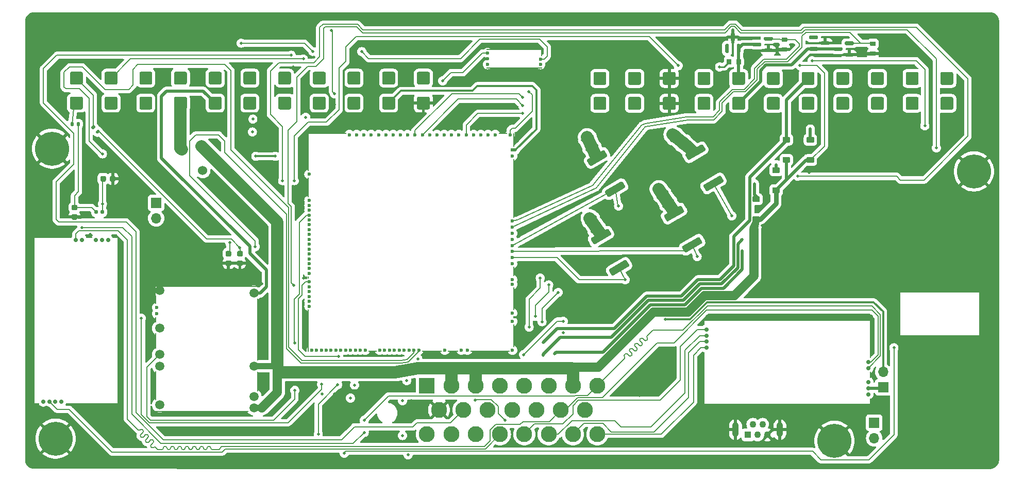
<source format=gbl>
G04 #@! TF.GenerationSoftware,KiCad,Pcbnew,8.0.8-8.0.8-0~ubuntu24.04.1*
G04 #@! TF.CreationDate,2025-02-14T02:43:46+00:00*
G04 #@! TF.ProjectId,VFRECU-VR,56465245-4355-42d5-9652-2e6b69636164,rev?*
G04 #@! TF.SameCoordinates,Original*
G04 #@! TF.FileFunction,Copper,L4,Bot*
G04 #@! TF.FilePolarity,Positive*
%FSLAX46Y46*%
G04 Gerber Fmt 4.6, Leading zero omitted, Abs format (unit mm)*
G04 Created by KiCad (PCBNEW 8.0.8-8.0.8-0~ubuntu24.04.1) date 2025-02-14 02:43:46*
%MOMM*%
%LPD*%
G01*
G04 APERTURE LIST*
G04 #@! TA.AperFunction,Conductor*
%ADD10C,0.000000*%
G04 #@! TD*
G04 #@! TA.AperFunction,Conductor*
%ADD11C,0.200000*%
G04 #@! TD*
G04 #@! TA.AperFunction,ComponentPad*
%ADD12C,5.600000*%
G04 #@! TD*
G04 #@! TA.AperFunction,ComponentPad*
%ADD13C,0.600000*%
G04 #@! TD*
G04 #@! TA.AperFunction,SMDPad,CuDef*
%ADD14O,0.200000X1.225000*%
G04 #@! TD*
G04 #@! TA.AperFunction,SMDPad,CuDef*
%ADD15O,9.300000X0.200000*%
G04 #@! TD*
G04 #@! TA.AperFunction,ComponentPad*
%ADD16R,1.700000X1.700000*%
G04 #@! TD*
G04 #@! TA.AperFunction,ComponentPad*
%ADD17O,1.700000X1.700000*%
G04 #@! TD*
G04 #@! TA.AperFunction,ComponentPad*
%ADD18C,0.700000*%
G04 #@! TD*
G04 #@! TA.AperFunction,SMDPad,CuDef*
%ADD19R,1.100000X0.250000*%
G04 #@! TD*
G04 #@! TA.AperFunction,SMDPad,CuDef*
%ADD20R,0.980000X0.250000*%
G04 #@! TD*
G04 #@! TA.AperFunction,SMDPad,CuDef*
%ADD21R,6.300000X0.250000*%
G04 #@! TD*
G04 #@! TA.AperFunction,SMDPad,CuDef*
%ADD22R,0.250000X27.600000*%
G04 #@! TD*
G04 #@! TA.AperFunction,SMDPad,CuDef*
%ADD23R,8.750000X0.250000*%
G04 #@! TD*
G04 #@! TA.AperFunction,SMDPad,CuDef*
%ADD24R,0.950000X0.250000*%
G04 #@! TD*
G04 #@! TA.AperFunction,ComponentPad*
%ADD25C,1.500000*%
G04 #@! TD*
G04 #@! TA.AperFunction,SMDPad,CuDef*
%ADD26O,0.200000X3.300000*%
G04 #@! TD*
G04 #@! TA.AperFunction,SMDPad,CuDef*
%ADD27O,0.200000X10.200000*%
G04 #@! TD*
G04 #@! TA.AperFunction,SMDPad,CuDef*
%ADD28O,0.200000X0.300000*%
G04 #@! TD*
G04 #@! TA.AperFunction,SMDPad,CuDef*
%ADD29O,17.000000X0.200000*%
G04 #@! TD*
G04 #@! TA.AperFunction,SMDPad,CuDef*
%ADD30O,15.400000X0.200000*%
G04 #@! TD*
G04 #@! TA.AperFunction,SMDPad,CuDef*
%ADD31O,0.200000X4.800000*%
G04 #@! TD*
G04 #@! TA.AperFunction,SMDPad,CuDef*
%ADD32O,0.200000X2.600000*%
G04 #@! TD*
G04 #@! TA.AperFunction,SMDPad,CuDef*
%ADD33O,0.200000X1.000000*%
G04 #@! TD*
G04 #@! TA.AperFunction,SMDPad,CuDef*
%ADD34O,0.200000X1.500000*%
G04 #@! TD*
G04 #@! TA.AperFunction,ComponentPad*
%ADD35R,2.625000X2.625000*%
G04 #@! TD*
G04 #@! TA.AperFunction,ComponentPad*
%ADD36C,2.625000*%
G04 #@! TD*
G04 #@! TA.AperFunction,ComponentPad*
%ADD37R,1.100000X1.100000*%
G04 #@! TD*
G04 #@! TA.AperFunction,ComponentPad*
%ADD38C,1.100000*%
G04 #@! TD*
G04 #@! TA.AperFunction,ComponentPad*
%ADD39O,1.100000X2.400000*%
G04 #@! TD*
G04 #@! TA.AperFunction,ComponentPad*
%ADD40C,1.524000*%
G04 #@! TD*
G04 #@! TA.AperFunction,SMDPad,CuDef*
%ADD41R,0.200000X3.700000*%
G04 #@! TD*
G04 #@! TA.AperFunction,SMDPad,CuDef*
%ADD42R,0.200000X0.400000*%
G04 #@! TD*
G04 #@! TA.AperFunction,SMDPad,CuDef*
%ADD43R,0.200000X1.600000*%
G04 #@! TD*
G04 #@! TA.AperFunction,SMDPad,CuDef*
%ADD44R,0.200000X9.700000*%
G04 #@! TD*
G04 #@! TA.AperFunction,SMDPad,CuDef*
%ADD45R,0.200000X2.300000*%
G04 #@! TD*
G04 #@! TA.AperFunction,SMDPad,CuDef*
%ADD46R,1.400000X0.200000*%
G04 #@! TD*
G04 #@! TA.AperFunction,SMDPad,CuDef*
%ADD47R,6.400000X0.200000*%
G04 #@! TD*
G04 #@! TA.AperFunction,SMDPad,CuDef*
%ADD48R,1.700000X0.200000*%
G04 #@! TD*
G04 #@! TA.AperFunction,SMDPad,CuDef*
%ADD49R,3.300000X0.200000*%
G04 #@! TD*
G04 #@! TA.AperFunction,SMDPad,CuDef*
%ADD50R,0.200000X7.000000*%
G04 #@! TD*
G04 #@! TA.AperFunction,SMDPad,CuDef*
%ADD51R,0.200000X3.300000*%
G04 #@! TD*
G04 #@! TA.AperFunction,SMDPad,CuDef*
%ADD52R,0.200000X6.300000*%
G04 #@! TD*
G04 #@! TA.AperFunction,SMDPad,CuDef*
%ADD53R,0.250000X1.100000*%
G04 #@! TD*
G04 #@! TA.AperFunction,SMDPad,CuDef*
%ADD54R,0.250000X0.980000*%
G04 #@! TD*
G04 #@! TA.AperFunction,SMDPad,CuDef*
%ADD55R,0.250000X6.300000*%
G04 #@! TD*
G04 #@! TA.AperFunction,SMDPad,CuDef*
%ADD56R,27.600000X0.250000*%
G04 #@! TD*
G04 #@! TA.AperFunction,SMDPad,CuDef*
%ADD57R,0.250000X8.750000*%
G04 #@! TD*
G04 #@! TA.AperFunction,SMDPad,CuDef*
%ADD58R,0.250000X0.950000*%
G04 #@! TD*
G04 #@! TA.AperFunction,ViaPad*
%ADD59C,0.500000*%
G04 #@! TD*
G04 #@! TA.AperFunction,Conductor*
%ADD60C,0.500000*%
G04 #@! TD*
G04 #@! TA.AperFunction,Conductor*
%ADD61C,0.300000*%
G04 #@! TD*
G04 #@! TA.AperFunction,Conductor*
%ADD62C,2.000000*%
G04 #@! TD*
G04 #@! TA.AperFunction,Conductor*
%ADD63C,0.250000*%
G04 #@! TD*
G04 #@! TA.AperFunction,Conductor*
%ADD64C,1.500000*%
G04 #@! TD*
G04 #@! TA.AperFunction,Conductor*
%ADD65C,0.800000*%
G04 #@! TD*
G04 #@! TA.AperFunction,Conductor*
%ADD66C,1.000000*%
G04 #@! TD*
G04 APERTURE END LIST*
G04 #@! TA.AperFunction,Conductor*
G04 #@! TO.N,GND*
G36*
X45901757Y31672208D02*
G01*
X46369895Y31672208D01*
X46369895Y31272207D01*
X45901757Y31272207D01*
X45901757Y31672208D01*
G37*
G04 #@! TD.AperFunction*
G04 #@! TA.AperFunction,Conductor*
G04 #@! TO.N,+12V_RAW*
G36*
X42207000Y17250824D02*
G01*
X42444875Y17250824D01*
X42444875Y16633000D01*
X42207000Y16633000D01*
X42207000Y17250824D01*
G37*
G04 #@! TD.AperFunction*
D10*
G04 #@! TA.AperFunction,Conductor*
G36*
X120454529Y39432990D02*
G01*
X118992737Y39665644D01*
X119514441Y40698426D01*
X120710023Y40709706D01*
X120454529Y39432990D01*
G37*
G04 #@! TD.AperFunction*
G04 #@! TA.AperFunction,Conductor*
G04 #@! TO.N,GND*
G36*
X80168269Y25177002D02*
G01*
X80766477Y25177002D01*
X80766477Y24776526D01*
X80168269Y24776526D01*
X80168269Y25177002D01*
G37*
G04 #@! TD.AperFunction*
G04 #@! TA.AperFunction,Conductor*
G04 #@! TO.N,+12V_RAW*
G36*
X42007000Y15333000D02*
G01*
X42807000Y15333000D01*
X42807000Y14933000D01*
X42007000Y14933000D01*
X42007000Y15333000D01*
G37*
G04 #@! TD.AperFunction*
G04 #@! TA.AperFunction,Conductor*
G36*
X42107000Y16933000D02*
G01*
X42807000Y16933000D01*
X42807000Y16733000D01*
X42107000Y16733000D01*
X42107000Y16933000D01*
G37*
G04 #@! TD.AperFunction*
D11*
G04 #@! TO.N,/CAM+*
X8024920Y60144340D02*
X7703120Y56712800D01*
G04 #@! TD*
D12*
G04 #@! TO.P,H3,1,1*
G04 #@! TO.N,GND*
X5000000Y5000000D03*
G04 #@! TD*
G04 #@! TO.P,H1,1,1*
G04 #@! TO.N,GND*
X155885000Y48938000D03*
G04 #@! TD*
D13*
G04 #@! TO.P,M2,E1,V5A*
G04 #@! TO.N,+5VA*
X75981172Y66529979D03*
D14*
G04 #@! TO.P,M2,E2,GND*
G04 #@! TO.N,GND*
X84881172Y68504979D03*
D15*
X80331172Y65929979D03*
X80331172Y69029979D03*
D13*
X75981172Y67479979D03*
G04 #@! TO.P,M2,E3,OUT_KNOCK*
G04 #@! TO.N,/ADC3*
X75981172Y68429977D03*
G04 #@! TO.P,M2,W1,IN_KNOCK*
G04 #@! TO.N,/IN_KNOCK_RAW*
X84681172Y67429979D03*
G04 #@! TO.P,M2,W2,VREF*
G04 #@! TO.N,/VREF1*
X84681172Y66529979D03*
G04 #@! TD*
D16*
G04 #@! TO.P,JP3,1,A*
G04 #@! TO.N,+3.3VA*
X139494000Y7635000D03*
D17*
G04 #@! TO.P,JP3,2,B*
G04 #@! TO.N,Net-(JP3-B)*
X139494000Y5095000D03*
G04 #@! TD*
D16*
G04 #@! TO.P,JP2,1,A*
G04 #@! TO.N,+5VA*
X21530100Y43771500D03*
D17*
G04 #@! TO.P,JP2,2,B*
G04 #@! TO.N,Net-(JP2-B)*
X21530100Y41231500D03*
G04 #@! TD*
D18*
G04 #@! TO.P,M7,E1,LSU_Un*
G04 #@! TO.N,/WBO2_Un*
X2969000Y11120000D03*
G04 #@! TO.P,M7,E2,LSU_Vm*
G04 #@! TO.N,/WBO2_Vm*
X5969000Y11120000D03*
G04 #@! TO.P,M7,E3,LSU_Ip*
G04 #@! TO.N,/WBO2_Ip*
X4969000Y11120000D03*
G04 #@! TO.P,M7,E4,LSU_Rtrim*
G04 #@! TO.N,/WBO2_Rtrim*
X3969000Y11120000D03*
D19*
G04 #@! TO.P,M7,G,GND*
G04 #@! TO.N,GND*
X14819000Y38095000D03*
D20*
X10479000Y38095000D03*
D21*
X4519000Y38095000D03*
D22*
X15244000Y24420000D03*
X1494000Y24420000D03*
D23*
X10994000Y10745000D03*
D24*
X1844000Y10745000D03*
D18*
G04 #@! TO.P,M7,W1,V5_IN*
G04 #@! TO.N,Net-(JP2-B)*
X12619000Y37711200D03*
G04 #@! TO.P,M7,W2,CAN_VIO*
G04 #@! TO.N,unconnected-(M7-CAN_VIO-PadW2)*
X11619000Y37711200D03*
G04 #@! TO.P,M7,W3,CANL*
G04 #@! TO.N,/CAN-*
X8323000Y37711200D03*
G04 #@! TO.P,M7,W4,CANH*
G04 #@! TO.N,/CAN+*
X9339000Y37711200D03*
G04 #@! TO.P,M7,W9,VDDA*
G04 #@! TO.N,unconnected-(M7-VDDA-PadW9)*
X13619000Y37711200D03*
G04 #@! TD*
D25*
G04 #@! TO.P,M1,E1,VBAT*
G04 #@! TO.N,/VBAT*
X22089005Y10557001D03*
G04 #@! TO.P,M1,E2,V12*
G04 #@! TO.N,unconnected-(M1-V12-PadE2)*
X22089005Y16956998D03*
G04 #@! TO.P,M1,E3,VIGN*
G04 #@! TO.N,/VIGN*
X22089005Y18857001D03*
G04 #@! TO.P,M1,E4,V5*
G04 #@! TO.N,+5V*
X22089005Y23157001D03*
D13*
G04 #@! TO.P,M1,E5,EN_5VP*
G04 #@! TO.N,/PWR_EN*
X21639006Y25556998D03*
G04 #@! TO.P,M1,E6,PG_5VP*
G04 #@! TO.N,Net-(M1-PG_5VP)*
X21639006Y26556999D03*
D26*
G04 #@! TO.P,M1,S1,GND*
G04 #@! TO.N,GND*
X38239001Y14407001D03*
D27*
X38239001Y22906999D03*
D28*
X38239001Y30007001D03*
D29*
X29839003Y30057001D03*
D30*
X29039002Y9457001D03*
D25*
X22089005Y29407001D03*
D28*
X21439004Y9507001D03*
D31*
X21439004Y13706999D03*
D32*
X21439004Y21057001D03*
D33*
X21439004Y24556998D03*
D34*
X21439004Y27856999D03*
D25*
G04 #@! TO.P,M1,V1,V12_PERM*
G04 #@! TO.N,+12V_RAW*
X37589002Y10106999D03*
G04 #@! TO.P,M1,V2,IN_VIGN*
G04 #@! TO.N,/IN_VIGN*
X37589002Y11956998D03*
G04 #@! TO.P,M1,V3,V12_RAW*
G04 #@! TO.N,+12V_RAW*
X37589002Y16907001D03*
G04 #@! TO.P,M1,V4,5VP*
G04 #@! TO.N,+5VP*
X37589002Y28956999D03*
G04 #@! TD*
D35*
G04 #@! TO.P,J4,1,1*
G04 #@! TO.N,/WBO2_Heater*
X66007000Y13720000D03*
D36*
G04 #@! TO.P,J4,2,2*
G04 #@! TO.N,+12V_RAW*
X70007000Y13720000D03*
G04 #@! TO.P,J4,3,3*
X74007000Y13720000D03*
G04 #@! TO.P,J4,4,4*
G04 #@! TO.N,/INTAKEFLAP*
X78007000Y13720000D03*
G04 #@! TO.P,J4,5,5*
G04 #@! TO.N,/OUT_LS2*
X82007000Y13720000D03*
G04 #@! TO.P,J4,6,6*
G04 #@! TO.N,/OUT_LS3*
X86007000Y13720000D03*
G04 #@! TO.P,J4,7,7*
G04 #@! TO.N,+12V_RAW*
X90007000Y13720000D03*
G04 #@! TO.P,J4,8,8*
G04 #@! TO.N,/CAN+*
X94007000Y13720000D03*
G04 #@! TO.P,J4,9,9*
G04 #@! TO.N,GND*
X68007000Y9720000D03*
G04 #@! TO.P,J4,10,10*
G04 #@! TO.N,/IN_BUTTON3*
X72007000Y9720000D03*
G04 #@! TO.P,J4,11,11*
G04 #@! TO.N,/IN_FLEX*
X76007000Y9720000D03*
G04 #@! TO.P,J4,12,12*
G04 #@! TO.N,/IN_AUX1*
X80007000Y9720000D03*
G04 #@! TO.P,J4,13,13*
G04 #@! TO.N,/IN_AUX2*
X84007000Y9720000D03*
G04 #@! TO.P,J4,14,14*
G04 #@! TO.N,/CAN-*
X88007000Y9720000D03*
G04 #@! TO.P,J4,15,15*
G04 #@! TO.N,/WBO_Heater*
X92007000Y9720000D03*
G04 #@! TO.P,J4,16,16*
G04 #@! TO.N,/WBO2_Vm*
X66007000Y5720000D03*
G04 #@! TO.P,J4,17,17*
G04 #@! TO.N,/WBO2_Ip*
X70007000Y5720000D03*
G04 #@! TO.P,J4,18,18*
G04 #@! TO.N,/WBO2_Un*
X74007000Y5720000D03*
G04 #@! TO.P,J4,19,19*
G04 #@! TO.N,/WBO2_Rtrim*
X78007000Y5720000D03*
G04 #@! TO.P,J4,20,20*
G04 #@! TO.N,/WBO_Un*
X82007000Y5720000D03*
G04 #@! TO.P,J4,21,21*
G04 #@! TO.N,/WBO_Rtrim*
X86007000Y5720000D03*
G04 #@! TO.P,J4,22,22*
G04 #@! TO.N,/WBO_Ip*
X90007000Y5720000D03*
G04 #@! TO.P,J4,23,23*
G04 #@! TO.N,/WBO_Vm*
X94007000Y5720000D03*
G04 #@! TD*
D12*
G04 #@! TO.P,H2,1,1*
G04 #@! TO.N,GND*
X4425000Y52681000D03*
G04 #@! TD*
G04 #@! TO.P,U1,A1,A1*
G04 #@! TO.N,unconnected-(U1-PadA1)*
G04 #@! TA.AperFunction,ComponentPad*
G36*
G01*
X150375000Y59331001D02*
X150375000Y60930999D01*
G75*
G02*
X150625001Y61181000I250001J0D01*
G01*
X152224999Y61181000D01*
G75*
G02*
X152475000Y60930999I0J-250001D01*
G01*
X152475000Y59331001D01*
G75*
G02*
X152224999Y59081000I-250001J0D01*
G01*
X150625001Y59081000D01*
G75*
G02*
X150375000Y59331001I0J250001D01*
G01*
G37*
G04 #@! TD.AperFunction*
G04 #@! TO.P,U1,A2,A2*
G04 #@! TO.N,unconnected-(U1-PadA2)*
G04 #@! TA.AperFunction,ComponentPad*
G36*
G01*
X144675000Y59331001D02*
X144675000Y60930999D01*
G75*
G02*
X144925001Y61181000I250001J0D01*
G01*
X146524999Y61181000D01*
G75*
G02*
X146775000Y60930999I0J-250001D01*
G01*
X146775000Y59331001D01*
G75*
G02*
X146524999Y59081000I-250001J0D01*
G01*
X144925001Y59081000D01*
G75*
G02*
X144675000Y59331001I0J250001D01*
G01*
G37*
G04 #@! TD.AperFunction*
G04 #@! TO.P,U1,A3,A3*
G04 #@! TO.N,/INJOUT3*
G04 #@! TA.AperFunction,ComponentPad*
G36*
G01*
X138975000Y59331001D02*
X138975000Y60930999D01*
G75*
G02*
X139225001Y61181000I250001J0D01*
G01*
X140824999Y61181000D01*
G75*
G02*
X141075000Y60930999I0J-250001D01*
G01*
X141075000Y59331001D01*
G75*
G02*
X140824999Y59081000I-250001J0D01*
G01*
X139225001Y59081000D01*
G75*
G02*
X138975000Y59331001I0J250001D01*
G01*
G37*
G04 #@! TD.AperFunction*
G04 #@! TO.P,U1,A4,A4*
G04 #@! TO.N,/INJOUT1*
G04 #@! TA.AperFunction,ComponentPad*
G36*
G01*
X133275000Y59331001D02*
X133275000Y60930999D01*
G75*
G02*
X133525001Y61181000I250001J0D01*
G01*
X135124999Y61181000D01*
G75*
G02*
X135375000Y60930999I0J-250001D01*
G01*
X135375000Y59331001D01*
G75*
G02*
X135124999Y59081000I-250001J0D01*
G01*
X133525001Y59081000D01*
G75*
G02*
X133275000Y59331001I0J250001D01*
G01*
G37*
G04 #@! TD.AperFunction*
G04 #@! TO.P,U1,A5,A5*
G04 #@! TO.N,/FUELPUMP_LS*
G04 #@! TA.AperFunction,ComponentPad*
G36*
G01*
X127575000Y59331001D02*
X127575000Y60930999D01*
G75*
G02*
X127825001Y61181000I250001J0D01*
G01*
X129424999Y61181000D01*
G75*
G02*
X129675000Y60930999I0J-250001D01*
G01*
X129675000Y59331001D01*
G75*
G02*
X129424999Y59081000I-250001J0D01*
G01*
X127825001Y59081000D01*
G75*
G02*
X127575000Y59331001I0J250001D01*
G01*
G37*
G04 #@! TD.AperFunction*
G04 #@! TO.P,U1,A6,A6*
G04 #@! TO.N,unconnected-(U1-PadA6)*
G04 #@! TA.AperFunction,ComponentPad*
G36*
G01*
X121875000Y59331001D02*
X121875000Y60930999D01*
G75*
G02*
X122125001Y61181000I250001J0D01*
G01*
X123724999Y61181000D01*
G75*
G02*
X123975000Y60930999I0J-250001D01*
G01*
X123975000Y59331001D01*
G75*
G02*
X123724999Y59081000I-250001J0D01*
G01*
X122125001Y59081000D01*
G75*
G02*
X121875000Y59331001I0J250001D01*
G01*
G37*
G04 #@! TD.AperFunction*
G04 #@! TO.P,U1,A7,A7*
G04 #@! TO.N,/FILIGHT*
G04 #@! TA.AperFunction,ComponentPad*
G36*
G01*
X116175000Y59331001D02*
X116175000Y60930999D01*
G75*
G02*
X116425001Y61181000I250001J0D01*
G01*
X118024999Y61181000D01*
G75*
G02*
X118275000Y60930999I0J-250001D01*
G01*
X118275000Y59331001D01*
G75*
G02*
X118024999Y59081000I-250001J0D01*
G01*
X116425001Y59081000D01*
G75*
G02*
X116175000Y59331001I0J250001D01*
G01*
G37*
G04 #@! TD.AperFunction*
G04 #@! TO.P,U1,A8,A8*
G04 #@! TO.N,/OUT_LS2*
G04 #@! TA.AperFunction,ComponentPad*
G36*
G01*
X110475000Y59331001D02*
X110475000Y60930999D01*
G75*
G02*
X110725001Y61181000I250001J0D01*
G01*
X112324999Y61181000D01*
G75*
G02*
X112575000Y60930999I0J-250001D01*
G01*
X112575000Y59331001D01*
G75*
G02*
X112324999Y59081000I-250001J0D01*
G01*
X110725001Y59081000D01*
G75*
G02*
X110475000Y59331001I0J250001D01*
G01*
G37*
G04 #@! TD.AperFunction*
G04 #@! TO.P,U1,A9,A9*
G04 #@! TO.N,GND*
G04 #@! TA.AperFunction,ComponentPad*
G36*
G01*
X104775000Y59331001D02*
X104775000Y60930999D01*
G75*
G02*
X105025001Y61181000I250001J0D01*
G01*
X106624999Y61181000D01*
G75*
G02*
X106875000Y60930999I0J-250001D01*
G01*
X106875000Y59331001D01*
G75*
G02*
X106624999Y59081000I-250001J0D01*
G01*
X105025001Y59081000D01*
G75*
G02*
X104775000Y59331001I0J250001D01*
G01*
G37*
G04 #@! TD.AperFunction*
G04 #@! TO.P,U1,A10,A10*
G04 #@! TO.N,/IGNOUT1*
G04 #@! TA.AperFunction,ComponentPad*
G36*
G01*
X99075000Y59331001D02*
X99075000Y60930999D01*
G75*
G02*
X99325001Y61181000I250001J0D01*
G01*
X100924999Y61181000D01*
G75*
G02*
X101175000Y60930999I0J-250001D01*
G01*
X101175000Y59331001D01*
G75*
G02*
X100924999Y59081000I-250001J0D01*
G01*
X99325001Y59081000D01*
G75*
G02*
X99075000Y59331001I0J250001D01*
G01*
G37*
G04 #@! TD.AperFunction*
G04 #@! TO.P,U1,A11,A11*
G04 #@! TO.N,/IGNOUT3*
G04 #@! TA.AperFunction,ComponentPad*
G36*
G01*
X93375000Y59331001D02*
X93375000Y60930999D01*
G75*
G02*
X93625001Y61181000I250001J0D01*
G01*
X95224999Y61181000D01*
G75*
G02*
X95475000Y60930999I0J-250001D01*
G01*
X95475000Y59331001D01*
G75*
G02*
X95224999Y59081000I-250001J0D01*
G01*
X93625001Y59081000D01*
G75*
G02*
X93375000Y59331001I0J250001D01*
G01*
G37*
G04 #@! TD.AperFunction*
G04 #@! TO.P,U1,A12,A12*
G04 #@! TO.N,unconnected-(U1-PadA12)*
G04 #@! TA.AperFunction,ComponentPad*
G36*
G01*
X150375000Y63431001D02*
X150375000Y65030999D01*
G75*
G02*
X150625001Y65281000I250001J0D01*
G01*
X152224999Y65281000D01*
G75*
G02*
X152475000Y65030999I0J-250001D01*
G01*
X152475000Y63431001D01*
G75*
G02*
X152224999Y63181000I-250001J0D01*
G01*
X150625001Y63181000D01*
G75*
G02*
X150375000Y63431001I0J250001D01*
G01*
G37*
G04 #@! TD.AperFunction*
G04 #@! TO.P,U1,A13,A13*
G04 #@! TO.N,unconnected-(U1-PadA13)*
G04 #@! TA.AperFunction,ComponentPad*
G36*
G01*
X144675000Y63431001D02*
X144675000Y65030999D01*
G75*
G02*
X144925001Y65281000I250001J0D01*
G01*
X146524999Y65281000D01*
G75*
G02*
X146775000Y65030999I0J-250001D01*
G01*
X146775000Y63431001D01*
G75*
G02*
X146524999Y63181000I-250001J0D01*
G01*
X144925001Y63181000D01*
G75*
G02*
X144675000Y63431001I0J250001D01*
G01*
G37*
G04 #@! TD.AperFunction*
G04 #@! TO.P,U1,A14,A14*
G04 #@! TO.N,/INJOUT4*
G04 #@! TA.AperFunction,ComponentPad*
G36*
G01*
X138975000Y63431001D02*
X138975000Y65030999D01*
G75*
G02*
X139225001Y65281000I250001J0D01*
G01*
X140824999Y65281000D01*
G75*
G02*
X141075000Y65030999I0J-250001D01*
G01*
X141075000Y63431001D01*
G75*
G02*
X140824999Y63181000I-250001J0D01*
G01*
X139225001Y63181000D01*
G75*
G02*
X138975000Y63431001I0J250001D01*
G01*
G37*
G04 #@! TD.AperFunction*
G04 #@! TO.P,U1,A15,A15*
G04 #@! TO.N,/INJOUT2*
G04 #@! TA.AperFunction,ComponentPad*
G36*
G01*
X133275000Y63431001D02*
X133275000Y65030999D01*
G75*
G02*
X133525001Y65281000I250001J0D01*
G01*
X135124999Y65281000D01*
G75*
G02*
X135375000Y65030999I0J-250001D01*
G01*
X135375000Y63431001D01*
G75*
G02*
X135124999Y63181000I-250001J0D01*
G01*
X133525001Y63181000D01*
G75*
G02*
X133275000Y63431001I0J250001D01*
G01*
G37*
G04 #@! TD.AperFunction*
G04 #@! TO.P,U1,A16,A16*
G04 #@! TO.N,/INTAKEFLAP*
G04 #@! TA.AperFunction,ComponentPad*
G36*
G01*
X127575000Y63431001D02*
X127575000Y65030999D01*
G75*
G02*
X127825001Y65281000I250001J0D01*
G01*
X129424999Y65281000D01*
G75*
G02*
X129675000Y65030999I0J-250001D01*
G01*
X129675000Y63431001D01*
G75*
G02*
X129424999Y63181000I-250001J0D01*
G01*
X127825001Y63181000D01*
G75*
G02*
X127575000Y63431001I0J250001D01*
G01*
G37*
G04 #@! TD.AperFunction*
G04 #@! TO.P,U1,A17,A17*
G04 #@! TO.N,unconnected-(U1-PadA17)*
G04 #@! TA.AperFunction,ComponentPad*
G36*
G01*
X121875000Y63431001D02*
X121875000Y65030999D01*
G75*
G02*
X122125001Y65281000I250001J0D01*
G01*
X123724999Y65281000D01*
G75*
G02*
X123975000Y65030999I0J-250001D01*
G01*
X123975000Y63431001D01*
G75*
G02*
X123724999Y63181000I-250001J0D01*
G01*
X122125001Y63181000D01*
G75*
G02*
X121875000Y63431001I0J250001D01*
G01*
G37*
G04 #@! TD.AperFunction*
G04 #@! TO.P,U1,A18,A18*
G04 #@! TO.N,/OUT_LS_WEAK2*
G04 #@! TA.AperFunction,ComponentPad*
G36*
G01*
X116175000Y63431001D02*
X116175000Y65030999D01*
G75*
G02*
X116425001Y65281000I250001J0D01*
G01*
X118024999Y65281000D01*
G75*
G02*
X118275000Y65030999I0J-250001D01*
G01*
X118275000Y63431001D01*
G75*
G02*
X118024999Y63181000I-250001J0D01*
G01*
X116425001Y63181000D01*
G75*
G02*
X116175000Y63431001I0J250001D01*
G01*
G37*
G04 #@! TD.AperFunction*
G04 #@! TO.P,U1,A19,A19*
G04 #@! TO.N,/OUT_LS3*
G04 #@! TA.AperFunction,ComponentPad*
G36*
G01*
X110475000Y63431001D02*
X110475000Y65030999D01*
G75*
G02*
X110725001Y65281000I250001J0D01*
G01*
X112324999Y65281000D01*
G75*
G02*
X112575000Y65030999I0J-250001D01*
G01*
X112575000Y63431001D01*
G75*
G02*
X112324999Y63181000I-250001J0D01*
G01*
X110725001Y63181000D01*
G75*
G02*
X110475000Y63431001I0J250001D01*
G01*
G37*
G04 #@! TD.AperFunction*
G04 #@! TO.P,U1,A20,A20*
G04 #@! TO.N,GND*
G04 #@! TA.AperFunction,ComponentPad*
G36*
G01*
X104775000Y63431001D02*
X104775000Y65030999D01*
G75*
G02*
X105025001Y65281000I250001J0D01*
G01*
X106624999Y65281000D01*
G75*
G02*
X106875000Y65030999I0J-250001D01*
G01*
X106875000Y63431001D01*
G75*
G02*
X106624999Y63181000I-250001J0D01*
G01*
X105025001Y63181000D01*
G75*
G02*
X104775000Y63431001I0J250001D01*
G01*
G37*
G04 #@! TD.AperFunction*
G04 #@! TO.P,U1,A21,A21*
G04 #@! TO.N,/IGNOUT2*
G04 #@! TA.AperFunction,ComponentPad*
G36*
G01*
X99075000Y63431001D02*
X99075000Y65030999D01*
G75*
G02*
X99325001Y65281000I250001J0D01*
G01*
X100924999Y65281000D01*
G75*
G02*
X101175000Y65030999I0J-250001D01*
G01*
X101175000Y63431001D01*
G75*
G02*
X100924999Y63181000I-250001J0D01*
G01*
X99325001Y63181000D01*
G75*
G02*
X99075000Y63431001I0J250001D01*
G01*
G37*
G04 #@! TD.AperFunction*
G04 #@! TO.P,U1,A22,A22*
G04 #@! TO.N,/IGNOUT4*
G04 #@! TA.AperFunction,ComponentPad*
G36*
G01*
X93375000Y63431001D02*
X93375000Y65030999D01*
G75*
G02*
X93625001Y65281000I250001J0D01*
G01*
X95224999Y65281000D01*
G75*
G02*
X95475000Y65030999I0J-250001D01*
G01*
X95475000Y63431001D01*
G75*
G02*
X95224999Y63181000I-250001J0D01*
G01*
X93625001Y63181000D01*
G75*
G02*
X93375000Y63431001I0J250001D01*
G01*
G37*
G04 #@! TD.AperFunction*
G04 #@! TO.P,U1,B1,B1*
G04 #@! TO.N,GND*
G04 #@! TA.AperFunction,ComponentPad*
G36*
G01*
X64375000Y59381001D02*
X64375000Y60980999D01*
G75*
G02*
X64625001Y61231000I250001J0D01*
G01*
X66224999Y61231000D01*
G75*
G02*
X66475000Y60980999I0J-250001D01*
G01*
X66475000Y59381001D01*
G75*
G02*
X66224999Y59131000I-250001J0D01*
G01*
X64625001Y59131000D01*
G75*
G02*
X64375000Y59381001I0J250001D01*
G01*
G37*
G04 #@! TD.AperFunction*
G04 #@! TO.P,U1,B2,B2*
G04 #@! TO.N,GNDA*
G04 #@! TA.AperFunction,ComponentPad*
G36*
G01*
X58675000Y59381001D02*
X58675000Y60980999D01*
G75*
G02*
X58925001Y61231000I250001J0D01*
G01*
X60524999Y61231000D01*
G75*
G02*
X60775000Y60980999I0J-250001D01*
G01*
X60775000Y59381001D01*
G75*
G02*
X60524999Y59131000I-250001J0D01*
G01*
X58925001Y59131000D01*
G75*
G02*
X58675000Y59381001I0J250001D01*
G01*
G37*
G04 #@! TD.AperFunction*
G04 #@! TO.P,U1,B3,B3*
G04 #@! TO.N,/IN_MAP*
G04 #@! TA.AperFunction,ComponentPad*
G36*
G01*
X52975000Y59381001D02*
X52975000Y60980999D01*
G75*
G02*
X53225001Y61231000I250001J0D01*
G01*
X54824999Y61231000D01*
G75*
G02*
X55075000Y60980999I0J-250001D01*
G01*
X55075000Y59381001D01*
G75*
G02*
X54824999Y59131000I-250001J0D01*
G01*
X53225001Y59131000D01*
G75*
G02*
X52975000Y59381001I0J250001D01*
G01*
G37*
G04 #@! TD.AperFunction*
G04 #@! TO.P,U1,B4,B4*
G04 #@! TO.N,/BARO*
G04 #@! TA.AperFunction,ComponentPad*
G36*
G01*
X47275000Y59381001D02*
X47275000Y60980999D01*
G75*
G02*
X47525001Y61231000I250001J0D01*
G01*
X49124999Y61231000D01*
G75*
G02*
X49375000Y60980999I0J-250001D01*
G01*
X49375000Y59381001D01*
G75*
G02*
X49124999Y59131000I-250001J0D01*
G01*
X47525001Y59131000D01*
G75*
G02*
X47275000Y59381001I0J250001D01*
G01*
G37*
G04 #@! TD.AperFunction*
G04 #@! TO.P,U1,B5,B5*
G04 #@! TO.N,/IAT_SENSOR*
G04 #@! TA.AperFunction,ComponentPad*
G36*
G01*
X41575000Y59381001D02*
X41575000Y60980999D01*
G75*
G02*
X41825001Y61231000I250001J0D01*
G01*
X43424999Y61231000D01*
G75*
G02*
X43675000Y60980999I0J-250001D01*
G01*
X43675000Y59381001D01*
G75*
G02*
X43424999Y59131000I-250001J0D01*
G01*
X41825001Y59131000D01*
G75*
G02*
X41575000Y59381001I0J250001D01*
G01*
G37*
G04 #@! TD.AperFunction*
G04 #@! TO.P,U1,B6,B6*
G04 #@! TO.N,unconnected-(U1-PadB6)*
G04 #@! TA.AperFunction,ComponentPad*
G36*
G01*
X35875000Y59381001D02*
X35875000Y60980999D01*
G75*
G02*
X36125001Y61231000I250001J0D01*
G01*
X37724999Y61231000D01*
G75*
G02*
X37975000Y60980999I0J-250001D01*
G01*
X37975000Y59381001D01*
G75*
G02*
X37724999Y59131000I-250001J0D01*
G01*
X36125001Y59131000D01*
G75*
G02*
X35875000Y59381001I0J250001D01*
G01*
G37*
G04 #@! TD.AperFunction*
G04 #@! TO.P,U1,B7,B7*
G04 #@! TO.N,+5VP*
G04 #@! TA.AperFunction,ComponentPad*
G36*
G01*
X30175000Y59381001D02*
X30175000Y60980999D01*
G75*
G02*
X30425001Y61231000I250001J0D01*
G01*
X32024999Y61231000D01*
G75*
G02*
X32275000Y60980999I0J-250001D01*
G01*
X32275000Y59381001D01*
G75*
G02*
X32024999Y59131000I-250001J0D01*
G01*
X30425001Y59131000D01*
G75*
G02*
X30175000Y59381001I0J250001D01*
G01*
G37*
G04 #@! TD.AperFunction*
G04 #@! TO.P,U1,B8,B8*
G04 #@! TO.N,+12V*
G04 #@! TA.AperFunction,ComponentPad*
G36*
G01*
X24475000Y59381001D02*
X24475000Y60980999D01*
G75*
G02*
X24725001Y61231000I250001J0D01*
G01*
X26324999Y61231000D01*
G75*
G02*
X26575000Y60980999I0J-250001D01*
G01*
X26575000Y59381001D01*
G75*
G02*
X26324999Y59131000I-250001J0D01*
G01*
X24725001Y59131000D01*
G75*
G02*
X24475000Y59381001I0J250001D01*
G01*
G37*
G04 #@! TD.AperFunction*
G04 #@! TO.P,U1,B9,B9*
G04 #@! TO.N,/IN_KNOCK_RAW*
G04 #@! TA.AperFunction,ComponentPad*
G36*
G01*
X18775000Y59381001D02*
X18775000Y60980999D01*
G75*
G02*
X19025001Y61231000I250001J0D01*
G01*
X20624999Y61231000D01*
G75*
G02*
X20875000Y60980999I0J-250001D01*
G01*
X20875000Y59381001D01*
G75*
G02*
X20624999Y59131000I-250001J0D01*
G01*
X19025001Y59131000D01*
G75*
G02*
X18775000Y59381001I0J250001D01*
G01*
G37*
G04 #@! TD.AperFunction*
G04 #@! TO.P,U1,B10,B10*
G04 #@! TO.N,/IN_BUTTON1*
G04 #@! TA.AperFunction,ComponentPad*
G36*
G01*
X13075000Y59381001D02*
X13075000Y60980999D01*
G75*
G02*
X13325001Y61231000I250001J0D01*
G01*
X14924999Y61231000D01*
G75*
G02*
X15175000Y60980999I0J-250001D01*
G01*
X15175000Y59381001D01*
G75*
G02*
X14924999Y59131000I-250001J0D01*
G01*
X13325001Y59131000D01*
G75*
G02*
X13075000Y59381001I0J250001D01*
G01*
G37*
G04 #@! TD.AperFunction*
G04 #@! TO.P,U1,B11,B11*
G04 #@! TO.N,/CAM+*
G04 #@! TA.AperFunction,ComponentPad*
G36*
G01*
X7375000Y59381001D02*
X7375000Y60980999D01*
G75*
G02*
X7625001Y61231000I250001J0D01*
G01*
X9224999Y61231000D01*
G75*
G02*
X9475000Y60980999I0J-250001D01*
G01*
X9475000Y59381001D01*
G75*
G02*
X9224999Y59131000I-250001J0D01*
G01*
X7625001Y59131000D01*
G75*
G02*
X7375000Y59381001I0J250001D01*
G01*
G37*
G04 #@! TD.AperFunction*
G04 #@! TO.P,U1,B12,B12*
G04 #@! TO.N,GND*
G04 #@! TA.AperFunction,ComponentPad*
G36*
G01*
X64375000Y63481001D02*
X64375000Y65080999D01*
G75*
G02*
X64625001Y65331000I250001J0D01*
G01*
X66224999Y65331000D01*
G75*
G02*
X66475000Y65080999I0J-250001D01*
G01*
X66475000Y63481001D01*
G75*
G02*
X66224999Y63231000I-250001J0D01*
G01*
X64625001Y63231000D01*
G75*
G02*
X64375000Y63481001I0J250001D01*
G01*
G37*
G04 #@! TD.AperFunction*
G04 #@! TO.P,U1,B13,B13*
G04 #@! TO.N,unconnected-(U1-PadB13)*
G04 #@! TA.AperFunction,ComponentPad*
G36*
G01*
X58675000Y63481001D02*
X58675000Y65080999D01*
G75*
G02*
X58925001Y65331000I250001J0D01*
G01*
X60524999Y65331000D01*
G75*
G02*
X60775000Y65080999I0J-250001D01*
G01*
X60775000Y63481001D01*
G75*
G02*
X60524999Y63231000I-250001J0D01*
G01*
X58925001Y63231000D01*
G75*
G02*
X58675000Y63481001I0J250001D01*
G01*
G37*
G04 #@! TD.AperFunction*
G04 #@! TO.P,U1,B14,B14*
G04 #@! TO.N,/IN_TPS1*
G04 #@! TA.AperFunction,ComponentPad*
G36*
G01*
X52975000Y63481001D02*
X52975000Y65080999D01*
G75*
G02*
X53225001Y65331000I250001J0D01*
G01*
X54824999Y65331000D01*
G75*
G02*
X55075000Y65080999I0J-250001D01*
G01*
X55075000Y63481001D01*
G75*
G02*
X54824999Y63231000I-250001J0D01*
G01*
X53225001Y63231000D01*
G75*
G02*
X52975000Y63481001I0J250001D01*
G01*
G37*
G04 #@! TD.AperFunction*
G04 #@! TO.P,U1,B15,B15*
G04 #@! TO.N,/CLT*
G04 #@! TA.AperFunction,ComponentPad*
G36*
G01*
X47275000Y63481001D02*
X47275000Y65080999D01*
G75*
G02*
X47525001Y65331000I250001J0D01*
G01*
X49124999Y65331000D01*
G75*
G02*
X49375000Y65080999I0J-250001D01*
G01*
X49375000Y63481001D01*
G75*
G02*
X49124999Y63231000I-250001J0D01*
G01*
X47525001Y63231000D01*
G75*
G02*
X47275000Y63481001I0J250001D01*
G01*
G37*
G04 #@! TD.AperFunction*
G04 #@! TO.P,U1,B16,B16*
G04 #@! TO.N,unconnected-(U1-PadB16)*
G04 #@! TA.AperFunction,ComponentPad*
G36*
G01*
X41575000Y63481001D02*
X41575000Y65080999D01*
G75*
G02*
X41825001Y65331000I250001J0D01*
G01*
X43424999Y65331000D01*
G75*
G02*
X43675000Y65080999I0J-250001D01*
G01*
X43675000Y63481001D01*
G75*
G02*
X43424999Y63231000I-250001J0D01*
G01*
X41825001Y63231000D01*
G75*
G02*
X41575000Y63481001I0J250001D01*
G01*
G37*
G04 #@! TD.AperFunction*
G04 #@! TO.P,U1,B17,B17*
G04 #@! TO.N,/IN_HALL1*
G04 #@! TA.AperFunction,ComponentPad*
G36*
G01*
X35875000Y63481001D02*
X35875000Y65080999D01*
G75*
G02*
X36125001Y65331000I250001J0D01*
G01*
X37724999Y65331000D01*
G75*
G02*
X37975000Y65080999I0J-250001D01*
G01*
X37975000Y63481001D01*
G75*
G02*
X37724999Y63231000I-250001J0D01*
G01*
X36125001Y63231000D01*
G75*
G02*
X35875000Y63481001I0J250001D01*
G01*
G37*
G04 #@! TD.AperFunction*
G04 #@! TO.P,U1,B18,B18*
G04 #@! TO.N,unconnected-(U1-PadB18)*
G04 #@! TA.AperFunction,ComponentPad*
G36*
G01*
X30175000Y63481001D02*
X30175000Y65080999D01*
G75*
G02*
X30425001Y65331000I250001J0D01*
G01*
X32024999Y65331000D01*
G75*
G02*
X32275000Y65080999I0J-250001D01*
G01*
X32275000Y63481001D01*
G75*
G02*
X32024999Y63231000I-250001J0D01*
G01*
X30425001Y63231000D01*
G75*
G02*
X30175000Y63481001I0J250001D01*
G01*
G37*
G04 #@! TD.AperFunction*
G04 #@! TO.P,U1,B19,B19*
G04 #@! TO.N,unconnected-(U1-PadB19)*
G04 #@! TA.AperFunction,ComponentPad*
G36*
G01*
X24475000Y63481001D02*
X24475000Y65080999D01*
G75*
G02*
X24725001Y65331000I250001J0D01*
G01*
X26324999Y65331000D01*
G75*
G02*
X26575000Y65080999I0J-250001D01*
G01*
X26575000Y63481001D01*
G75*
G02*
X26324999Y63231000I-250001J0D01*
G01*
X24725001Y63231000D01*
G75*
G02*
X24475000Y63481001I0J250001D01*
G01*
G37*
G04 #@! TD.AperFunction*
G04 #@! TO.P,U1,B20,B20*
G04 #@! TO.N,unconnected-(U1-PadB20)*
G04 #@! TA.AperFunction,ComponentPad*
G36*
G01*
X18775000Y63481001D02*
X18775000Y65080999D01*
G75*
G02*
X19025001Y65331000I250001J0D01*
G01*
X20624999Y65331000D01*
G75*
G02*
X20875000Y65080999I0J-250001D01*
G01*
X20875000Y63481001D01*
G75*
G02*
X20624999Y63231000I-250001J0D01*
G01*
X19025001Y63231000D01*
G75*
G02*
X18775000Y63481001I0J250001D01*
G01*
G37*
G04 #@! TD.AperFunction*
G04 #@! TO.P,U1,B21,B21*
G04 #@! TO.N,/Clutch{slash}kickstandswitch*
G04 #@! TA.AperFunction,ComponentPad*
G36*
G01*
X13075000Y63481001D02*
X13075000Y65080999D01*
G75*
G02*
X13325001Y65331000I250001J0D01*
G01*
X14924999Y65331000D01*
G75*
G02*
X15175000Y65080999I0J-250001D01*
G01*
X15175000Y63481001D01*
G75*
G02*
X14924999Y63231000I-250001J0D01*
G01*
X13325001Y63231000D01*
G75*
G02*
X13075000Y63481001I0J250001D01*
G01*
G37*
G04 #@! TD.AperFunction*
G04 #@! TO.P,U1,B22,B22*
G04 #@! TO.N,/CRANK+*
G04 #@! TA.AperFunction,ComponentPad*
G36*
G01*
X7375000Y63481001D02*
X7375000Y65080999D01*
G75*
G02*
X7625001Y65331000I250001J0D01*
G01*
X9224999Y65331000D01*
G75*
G02*
X9475000Y65080999I0J-250001D01*
G01*
X9475000Y63481001D01*
G75*
G02*
X9224999Y63231000I-250001J0D01*
G01*
X7625001Y63231000D01*
G75*
G02*
X7375000Y63481001I0J250001D01*
G01*
G37*
G04 #@! TD.AperFunction*
G04 #@! TD*
D16*
G04 #@! TO.P,JP1,1,A*
G04 #@! TO.N,Net-(JP1-A)*
X140970000Y13451000D03*
D17*
G04 #@! TO.P,JP1,2,B*
G04 #@! TO.N,+5VA*
X140970000Y15991000D03*
G04 #@! TD*
D12*
G04 #@! TO.P,H4,1,1*
G04 #@! TO.N,GND*
X132960000Y4651000D03*
G04 #@! TD*
D37*
G04 #@! TO.P,J8,1,VBUS*
G04 #@! TO.N,/VBUS*
X118752000Y5627000D03*
D38*
G04 #@! TO.P,J8,2,D-*
G04 #@! TO.N,/USB-*
X119552000Y7377000D03*
G04 #@! TO.P,J8,3,D+*
G04 #@! TO.N,/USB+*
X120352000Y5627000D03*
G04 #@! TO.P,J8,4,ID*
G04 #@! TO.N,unconnected-(J8-ID-Pad4)*
X121152000Y7377000D03*
G04 #@! TO.P,J8,5,GND*
G04 #@! TO.N,GND*
X121952000Y5627000D03*
D39*
G04 #@! TO.P,J8,6,Shield*
X116702000Y6502000D03*
X124002000Y6502000D03*
G04 #@! TD*
D40*
G04 #@! TO.P,F2,1,1*
G04 #@! TO.N,+12V*
X25517588Y56584412D03*
G04 #@! TO.P,F2,2,2*
G04 #@! TO.N,+12V_RAW*
X28982412Y53119588D03*
G04 #@! TD*
D13*
G04 #@! TO.P,M6,E1,V5A_SWITCHABLE*
G04 #@! TO.N,+5VA*
X46667010Y48472990D03*
G04 #@! TO.P,M6,E2,GNDA*
G04 #@! TO.N,unconnected-(M6-GNDA-PadE2)*
X46667000Y44172990D03*
G04 #@! TO.P,M6,E3,I2C_SCL_(PB10)*
G04 #@! TO.N,unconnected-(M6-I2C_SCL_(PB10)-PadE3)*
X46667000Y43373000D03*
G04 #@! TO.P,M6,E4,I2C_SDA_(PB11)*
G04 #@! TO.N,unconnected-(M6-I2C_SDA_(PB11)-PadE4)*
X46667000Y42572990D03*
G04 #@! TO.P,M6,E5,IN_VIGN_(PA5)*
G04 #@! TO.N,/VIGN*
X46667000Y41772990D03*
G04 #@! TO.P,M6,E6,SPI2_CS_/_CAN2_RX_(PB12)*
G04 #@! TO.N,unconnected-(M6-SPI2_CS_{slash}_CAN2_RX_(PB12)-PadE6)*
X46667000Y40972990D03*
G04 #@! TO.P,M6,E7,SPI2_SCK_/_CAN2_TX_(PB13)*
G04 #@! TO.N,unconnected-(M6-SPI2_SCK_{slash}_CAN2_TX_(PB13)-PadE7)*
X46667000Y40172990D03*
G04 #@! TO.P,M6,E8,SPI2_MISO_(PB14)*
G04 #@! TO.N,/DC1_DIS*
X46667000Y39372990D03*
G04 #@! TO.P,M6,E9,SPI2_MOSI_(PB15)*
G04 #@! TO.N,/DC2_DIR*
X46667000Y38572990D03*
G04 #@! TO.P,M6,E10,OUT_INJ8_(PD12)*
G04 #@! TO.N,/LS2*
X46667000Y37772990D03*
G04 #@! TO.P,M6,E11,OUT_INJ7_(PD15)*
G04 #@! TO.N,/LS1*
X46667000Y36972990D03*
G04 #@! TO.P,M6,E12,OUT_INJ6_(PA8)*
G04 #@! TO.N,/INJ6*
X46667000Y36172990D03*
G04 #@! TO.P,M6,E13,OUT_INJ5_(PD2)*
G04 #@! TO.N,/INJ5*
X46667000Y35372990D03*
G04 #@! TO.P,M6,E14,OUT_INJ4_(PD10)*
G04 #@! TO.N,/INJ4*
X46667000Y34572990D03*
G04 #@! TO.P,M6,E15,OUT_INJ3_(PD11)*
G04 #@! TO.N,/INJ3*
X46667000Y33772990D03*
G04 #@! TO.P,M6,E16,OUT_INJ2_(PA9)*
G04 #@! TO.N,/INJ2*
X46667010Y32973000D03*
G04 #@! TO.P,M6,E17,OUT_INJ1_(PD3)*
G04 #@! TO.N,/INJ1*
X46667000Y32172990D03*
G04 #@! TO.P,M6,E18,OUT_PWM1_(PD13)*
G04 #@! TO.N,/LS3*
X46667000Y30772990D03*
G04 #@! TO.P,M6,E19,OUT_PWM2_(PC6)*
G04 #@! TO.N,/LS4*
X46667000Y29973000D03*
G04 #@! TO.P,M6,E20,OUT_PWM3_(PC7)*
G04 #@! TO.N,unconnected-(M6-OUT_PWM3_(PC7)-PadE20)*
X46667000Y29173000D03*
G04 #@! TO.P,M6,E21,OUT_PWM4_(PC8)*
G04 #@! TO.N,unconnected-(M6-OUT_PWM4_(PC8)-PadE21)*
X46667000Y28373000D03*
G04 #@! TO.P,M6,E22,OUT_PWM5_(PC9)*
G04 #@! TO.N,unconnected-(M6-OUT_PWM5_(PC9)-PadE22)*
X46667000Y27573000D03*
G04 #@! TO.P,M6,E23,OUT_PWM6_(PD14)*
G04 #@! TO.N,unconnected-(M6-OUT_PWM6_(PD14)-PadE23)*
X46667000Y26772990D03*
D41*
G04 #@! TO.P,M6,G,GND*
G04 #@! TO.N,GND*
X80267010Y21923000D03*
D42*
X80267010Y24972990D03*
D41*
X80267010Y28023000D03*
D43*
X80267010Y32472990D03*
D44*
X80267010Y46122990D03*
D45*
X80267010Y54122990D03*
D46*
X78467000Y55173000D03*
D47*
X76367010Y19373000D03*
D48*
X70317010Y19373000D03*
D49*
X66817010Y19373000D03*
D46*
X57067010Y19373000D03*
D47*
X49567010Y55173000D03*
D50*
X46467000Y22772980D03*
D42*
X46467000Y31473000D03*
D51*
X46467000Y46323000D03*
D52*
X46467000Y52123000D03*
D13*
G04 #@! TO.P,M6,N1,VBUS*
G04 #@! TO.N,/VBUS*
X47067000Y19572990D03*
G04 #@! TO.P,M6,N2,USBM_(PA11)*
G04 #@! TO.N,/USB-*
X47867000Y19572990D03*
G04 #@! TO.P,M6,N3,USBP_(PA12)*
G04 #@! TO.N,/USB+*
X48667000Y19572990D03*
G04 #@! TO.P,M6,N4,USBID_(PA10)*
G04 #@! TO.N,/DC2_DIS*
X49467010Y19572990D03*
G04 #@! TO.P,M6,N5,SWDIO_(PA13)*
G04 #@! TO.N,unconnected-(M6-SWDIO_(PA13)-PadN5)*
X50267000Y19572990D03*
G04 #@! TO.P,M6,N6,SWCLK_(PA14)*
G04 #@! TO.N,unconnected-(M6-SWCLK_(PA14)-PadN6)*
X51067000Y19572990D03*
G04 #@! TO.P,M6,N7,nReset*
G04 #@! TO.N,unconnected-(M6-nReset-PadN7)*
X51867000Y19572990D03*
G04 #@! TO.P,M6,N8,SWO_(PB3)*
G04 #@! TO.N,unconnected-(M6-SWO_(PB3)-PadN8)*
X52667010Y19572990D03*
G04 #@! TO.P,M6,N9,SPI3_CS_(PA15)*
G04 #@! TO.N,unconnected-(M6-SPI3_CS_(PA15)-PadN9)*
X53467000Y19573000D03*
G04 #@! TO.P,M6,N10,SPI3_SCK_(PC10)*
G04 #@! TO.N,unconnected-(M6-SPI3_SCK_(PC10)-PadN10)*
X54267000Y19573000D03*
G04 #@! TO.P,M6,N11,SPI3_MISO_(PC11)*
G04 #@! TO.N,unconnected-(M6-SPI3_MISO_(PC11)-PadN11)*
X55067000Y19573000D03*
G04 #@! TO.P,M6,N12,SPI3_MOSI_(PC12)*
G04 #@! TO.N,/PG_5VP*
X55867000Y19573000D03*
G04 #@! TO.P,M6,N13,UART2_TX_(PD5)*
G04 #@! TO.N,Net-(M6-UART2_TX_(PD5))*
X58267010Y19573000D03*
G04 #@! TO.P,M6,N14,UART2_RX_(PD6)*
G04 #@! TO.N,Net-(M6-UART2_RX_(PD6))*
X59067010Y19573000D03*
G04 #@! TO.P,M6,N14a,LED_GREEN*
G04 #@! TO.N,unconnected-(M6-LED_GREEN-PadN14a)*
X59867000Y19572990D03*
G04 #@! TO.P,M6,N14b,LED_YELLOW*
G04 #@! TO.N,unconnected-(M6-LED_YELLOW-PadN14b)*
X60667010Y19572990D03*
G04 #@! TO.P,M6,N15,V33_SWITCHABLE*
G04 #@! TO.N,+3.3VA*
X61467010Y19572990D03*
G04 #@! TO.P,M6,N16,BOOT0*
G04 #@! TO.N,unconnected-(M6-BOOT0-PadN16)*
X62267010Y19572990D03*
G04 #@! TO.P,M6,N17,VBAT*
G04 #@! TO.N,/VBAT*
X63067010Y19572990D03*
G04 #@! TO.P,M6,N18,UART8_RX_(PE0)*
G04 #@! TO.N,/VR1*
X63867010Y19573000D03*
G04 #@! TO.P,M6,N19,UART8_TX_(PE1)*
G04 #@! TO.N,/VR2*
X64667010Y19573000D03*
G04 #@! TO.P,M6,N20,OUT_PWR_EN_(PE10)*
G04 #@! TO.N,/PWR_EN*
X68967010Y19573000D03*
G04 #@! TO.P,M6,N21,V33*
G04 #@! TO.N,+3.3V*
X71667010Y19573000D03*
G04 #@! TO.P,M6,N22,VCC*
G04 #@! TO.N,+5V*
X72667000Y19573000D03*
G04 #@! TO.P,M6,N23,V33*
G04 #@! TO.N,unconnected-(M6-V33-PadN23)*
X80067010Y19573000D03*
G04 #@! TO.P,M6,S1,IN_D4_(PE15)*
G04 #@! TO.N,/IN_BUTTON3*
X53266990Y54973000D03*
G04 #@! TO.P,M6,S2,IN_D3_(PE14)*
G04 #@! TO.N,/IN_HALL3*
X54467000Y54973000D03*
G04 #@! TO.P,M6,S3,IN_D2_(PE13)*
G04 #@! TO.N,/IN_HALL2*
X55667000Y54973000D03*
G04 #@! TO.P,M6,S4,IN_D1_(PE12)*
G04 #@! TO.N,/IN_HALL1*
X56867000Y54973000D03*
G04 #@! TO.P,M6,S5,VREF2*
G04 #@! TO.N,unconnected-(M6-VREF2-PadS5)*
X58067000Y54973000D03*
G04 #@! TO.P,M6,S6,IN_AUX4_(PA7)*
G04 #@! TO.N,/IN_VMAIN*
X59267000Y54973000D03*
G04 #@! TO.P,M6,S7,IN_AUX3_(PC5)*
G04 #@! TO.N,/BARO*
X60467000Y54973000D03*
G04 #@! TO.P,M6,S8,IN_AUX2_(PC4/PE9)*
G04 #@! TO.N,/IN_PPS2*
X61667000Y54973000D03*
G04 #@! TO.P,M6,S9,IN_AUX1_(PB0)*
G04 #@! TO.N,/IN_TPS2*
X62867000Y54973000D03*
G04 #@! TO.P,M6,S10,IN_O2S2_(PA1)*
G04 #@! TO.N,/IN_AUX2*
X64067000Y54973000D03*
G04 #@! TO.P,M6,S11,IN_O2S_/_CAN_WAKEUP_(PA0)*
G04 #@! TO.N,/IN_AUX1*
X65267000Y54973000D03*
G04 #@! TO.P,M6,S12,IN_MAP2_(PC1)*
G04 #@! TO.N,/INTERNAL_MAP*
X66467000Y54973000D03*
G04 #@! TO.P,M6,S13,IN_MAP1_(PC0)*
G04 #@! TO.N,/IN_MAP*
X67667000Y54973000D03*
G04 #@! TO.P,M6,S14,IN_CRANK_(PB1)*
G04 #@! TO.N,/IN_BUTTON1*
X68867000Y54973000D03*
G04 #@! TO.P,M6,S15,IN_KNOCK_(PA2)*
G04 #@! TO.N,/ADC3*
X70067000Y54973000D03*
G04 #@! TO.P,M6,S16,IN_CAM_(PA6)*
G04 #@! TO.N,/Clutch{slash}kickstandswitch*
X71267000Y54973000D03*
G04 #@! TO.P,M6,S17,IN_VSS_(PE11)*
G04 #@! TO.N,/IN_FLEX*
X72467000Y54973000D03*
G04 #@! TO.P,M6,S18,IN_TPS_(PA4)*
G04 #@! TO.N,/IN_TPS1*
X73667010Y54973000D03*
G04 #@! TO.P,M6,S19,IN_PPS_(PA3)*
G04 #@! TO.N,/IN_PPS1*
X74867010Y54973000D03*
G04 #@! TO.P,M6,S20,IN_IAT_(PC3)*
G04 #@! TO.N,/IAT_SENSOR*
X76067010Y54973000D03*
G04 #@! TO.P,M6,S21,IN_CLT_(PC2)*
G04 #@! TO.N,/CLT*
X77267010Y54973000D03*
G04 #@! TO.P,M6,S22,VREF1*
G04 #@! TO.N,/VREF1*
X79667010Y54973000D03*
G04 #@! TO.P,M6,W1,GNDA*
G04 #@! TO.N,GNDA*
X80067010Y52472990D03*
G04 #@! TO.P,M6,W2,V5A_SWITCHABLE*
G04 #@! TO.N,+5VA*
X80067010Y51472990D03*
G04 #@! TO.P,M6,W3,IGN8_(PE6)*
G04 #@! TO.N,/LS_WEAK2*
X80067010Y40773000D03*
G04 #@! TO.P,M6,W4,IGN7_(PB9)*
G04 #@! TO.N,/LS_WEAK1*
X80067010Y39772990D03*
G04 #@! TO.P,M6,W5,IGN6_(PB8)*
G04 #@! TO.N,unconnected-(M6-IGN6_(PB8)-PadW5)*
X80067010Y38773000D03*
G04 #@! TO.P,M6,W6,IGN5_(PE2)*
G04 #@! TO.N,unconnected-(M6-IGN5_(PE2)-PadW6)*
X80067010Y37773000D03*
G04 #@! TO.P,M6,W7,IGN4_(PE3)*
G04 #@! TO.N,/IGN4*
X80067010Y36773000D03*
G04 #@! TO.P,M6,W8,IGN3_(PE4)*
G04 #@! TO.N,/IGN3*
X80067010Y35773000D03*
G04 #@! TO.P,M6,W9,IGN2_(PE5)*
G04 #@! TO.N,/IGN2*
X80067010Y34773000D03*
G04 #@! TO.P,M6,W10,IGN1_(PC13)*
G04 #@! TO.N,/IGN1*
X80067010Y33773000D03*
G04 #@! TO.P,M6,W11,CANH*
G04 #@! TO.N,/CAN+*
X80067010Y31173000D03*
G04 #@! TO.P,M6,W12,CANL*
G04 #@! TO.N,/CAN-*
X80067010Y30373000D03*
G04 #@! TO.P,M6,W13,V33_REF*
G04 #@! TO.N,unconnected-(M6-V33_REF-PadW13)*
X80067010Y25672990D03*
G04 #@! TO.P,M6,W14,V5A_SWITCHABLE*
G04 #@! TO.N,unconnected-(M6-V5A_SWITCHABLE-PadW14)*
X80067010Y24273000D03*
G04 #@! TD*
D40*
G04 #@! TO.P,F1,1,1*
G04 #@! TO.N,+12V*
X25723588Y52557412D03*
G04 #@! TO.P,F1,2,2*
G04 #@! TO.N,/IN_VIGN*
X29188412Y49092588D03*
G04 #@! TD*
D18*
G04 #@! TO.P,M5,E1,LSU_Un*
G04 #@! TO.N,/WBO_Un*
X111930000Y22962000D03*
G04 #@! TO.P,M5,E2,LSU_Vm*
G04 #@! TO.N,/WBO_Vm*
X111930000Y19962000D03*
G04 #@! TO.P,M5,E3,LSU_Ip*
G04 #@! TO.N,/WBO_Ip*
X111930000Y20962000D03*
G04 #@! TO.P,M5,E4,LSU_Rtrim*
G04 #@! TO.N,/WBO_Rtrim*
X111930000Y21962000D03*
D53*
G04 #@! TO.P,M5,G,GND*
G04 #@! TO.N,GND*
X138905000Y11112000D03*
D54*
X138905000Y15452000D03*
D55*
X138905000Y21412000D03*
D56*
X125230000Y10687000D03*
X125230000Y24437000D03*
D57*
X111555000Y14937000D03*
D58*
X111555000Y24087000D03*
D18*
G04 #@! TO.P,M5,W1,V5_IN*
G04 #@! TO.N,Net-(JP1-A)*
X138521200Y13312000D03*
G04 #@! TO.P,M5,W2,CAN_VIO*
G04 #@! TO.N,unconnected-(M5-CAN_VIO-PadW2)*
X138521200Y14312000D03*
G04 #@! TO.P,M5,W3,CANL*
G04 #@! TO.N,/CAN-*
X138521200Y17608000D03*
G04 #@! TO.P,M5,W4,CANH*
G04 #@! TO.N,/CAN+*
X138521200Y16592000D03*
G04 #@! TO.P,M5,W9,VDDA*
G04 #@! TO.N,unconnected-(M5-VDDA-PadW9)*
X138521200Y12312000D03*
G04 #@! TD*
G04 #@! TO.P,C7,1*
G04 #@! TO.N,/LM1815-Crank/Signal+*
G04 #@! TA.AperFunction,SMDPad,CuDef*
G36*
G01*
X35036740Y35867740D02*
X35536740Y35867740D01*
G75*
G02*
X35761740Y35642740I0J-225000D01*
G01*
X35761740Y35192740D01*
G75*
G02*
X35536740Y34967740I-225000J0D01*
G01*
X35036740Y34967740D01*
G75*
G02*
X34811740Y35192740I0J225000D01*
G01*
X34811740Y35642740D01*
G75*
G02*
X35036740Y35867740I225000J0D01*
G01*
G37*
G04 #@! TD.AperFunction*
G04 #@! TO.P,C7,2*
G04 #@! TO.N,GND*
G04 #@! TA.AperFunction,SMDPad,CuDef*
G36*
G01*
X35036740Y34317740D02*
X35536740Y34317740D01*
G75*
G02*
X35761740Y34092740I0J-225000D01*
G01*
X35761740Y33642740D01*
G75*
G02*
X35536740Y33417740I-225000J0D01*
G01*
X35036740Y33417740D01*
G75*
G02*
X34811740Y33642740I0J225000D01*
G01*
X34811740Y34092740D01*
G75*
G02*
X35036740Y34317740I225000J0D01*
G01*
G37*
G04 #@! TD.AperFunction*
G04 #@! TD*
G04 #@! TO.P,C9,1*
G04 #@! TO.N,Net-(IC2A1-VIN)*
G04 #@! TA.AperFunction,SMDPad,CuDef*
G36*
G01*
X12382000Y47483000D02*
X12382000Y47983000D01*
G75*
G02*
X12607000Y48208000I225000J0D01*
G01*
X13057000Y48208000D01*
G75*
G02*
X13282000Y47983000I0J-225000D01*
G01*
X13282000Y47483000D01*
G75*
G02*
X13057000Y47258000I-225000J0D01*
G01*
X12607000Y47258000D01*
G75*
G02*
X12382000Y47483000I0J225000D01*
G01*
G37*
G04 #@! TD.AperFunction*
G04 #@! TO.P,C9,2*
G04 #@! TO.N,GND*
G04 #@! TA.AperFunction,SMDPad,CuDef*
G36*
G01*
X13932000Y47483000D02*
X13932000Y47983000D01*
G75*
G02*
X14157000Y48208000I225000J0D01*
G01*
X14607000Y48208000D01*
G75*
G02*
X14832000Y47983000I0J-225000D01*
G01*
X14832000Y47483000D01*
G75*
G02*
X14607000Y47258000I-225000J0D01*
G01*
X14157000Y47258000D01*
G75*
G02*
X13932000Y47483000I0J225000D01*
G01*
G37*
G04 #@! TD.AperFunction*
G04 #@! TD*
G04 #@! TO.P,R42,1*
G04 #@! TO.N,/CAM+*
G04 #@! TA.AperFunction,SMDPad,CuDef*
G36*
G01*
X7448120Y56527800D02*
X7448120Y56897800D01*
G75*
G02*
X7583120Y57032800I135000J0D01*
G01*
X7853120Y57032800D01*
G75*
G02*
X7988120Y56897800I0J-135000D01*
G01*
X7988120Y56527800D01*
G75*
G02*
X7853120Y56392800I-135000J0D01*
G01*
X7583120Y56392800D01*
G75*
G02*
X7448120Y56527800I0J135000D01*
G01*
G37*
G04 #@! TD.AperFunction*
G04 #@! TO.P,R42,2*
G04 #@! TO.N,/LM1815-Cam/Signal+*
G04 #@! TA.AperFunction,SMDPad,CuDef*
G36*
G01*
X8468120Y56527800D02*
X8468120Y56897800D01*
G75*
G02*
X8603120Y57032800I135000J0D01*
G01*
X8873120Y57032800D01*
G75*
G02*
X9008120Y56897800I0J-135000D01*
G01*
X9008120Y56527800D01*
G75*
G02*
X8873120Y56392800I-135000J0D01*
G01*
X8603120Y56392800D01*
G75*
G02*
X8468120Y56527800I0J135000D01*
G01*
G37*
G04 #@! TD.AperFunction*
G04 #@! TD*
G04 #@! TO.P,R16,1*
G04 #@! TO.N,/OUT_LS_WEAK2*
G04 #@! TA.AperFunction,SMDPad,CuDef*
G36*
G01*
X117593000Y67354000D02*
X117593000Y66574000D01*
G75*
G02*
X117523000Y66504000I-70000J0D01*
G01*
X116963000Y66504000D01*
G75*
G02*
X116893000Y66574000I0J70000D01*
G01*
X116893000Y67354000D01*
G75*
G02*
X116963000Y67424000I70000J0D01*
G01*
X117523000Y67424000D01*
G75*
G02*
X117593000Y67354000I0J-70000D01*
G01*
G37*
G04 #@! TD.AperFunction*
G04 #@! TO.P,R16,2*
G04 #@! TO.N,/Low Side/+12V_RAW*
G04 #@! TA.AperFunction,SMDPad,CuDef*
G36*
G01*
X115993000Y67354000D02*
X115993000Y66574000D01*
G75*
G02*
X115923000Y66504000I-70000J0D01*
G01*
X115363000Y66504000D01*
G75*
G02*
X115293000Y66574000I0J70000D01*
G01*
X115293000Y67354000D01*
G75*
G02*
X115363000Y67424000I70000J0D01*
G01*
X115923000Y67424000D01*
G75*
G02*
X115993000Y67354000I0J-70000D01*
G01*
G37*
G04 #@! TD.AperFunction*
G04 #@! TD*
G04 #@! TO.P,D2,1,K*
G04 #@! TO.N,+12V_RAW*
G04 #@! TA.AperFunction,SMDPad,CuDef*
G36*
G01*
X129517000Y50373000D02*
X128497000Y50373000D01*
G75*
G02*
X128407000Y50463000I0J90000D01*
G01*
X128407000Y51183000D01*
G75*
G02*
X128497000Y51273000I90000J0D01*
G01*
X129517000Y51273000D01*
G75*
G02*
X129607000Y51183000I0J-90000D01*
G01*
X129607000Y50463000D01*
G75*
G02*
X129517000Y50373000I-90000J0D01*
G01*
G37*
G04 #@! TD.AperFunction*
G04 #@! TO.P,D2,2,A*
G04 #@! TO.N,/FUELPUMP_LS*
G04 #@! TA.AperFunction,SMDPad,CuDef*
G36*
G01*
X129517000Y53673000D02*
X128497000Y53673000D01*
G75*
G02*
X128407000Y53763000I0J90000D01*
G01*
X128407000Y54483000D01*
G75*
G02*
X128497000Y54573000I90000J0D01*
G01*
X129517000Y54573000D01*
G75*
G02*
X129607000Y54483000I0J-90000D01*
G01*
X129607000Y53763000D01*
G75*
G02*
X129517000Y53673000I-90000J0D01*
G01*
G37*
G04 #@! TD.AperFunction*
G04 #@! TD*
G04 #@! TO.P,D5,1,K*
G04 #@! TO.N,+12V_RAW*
G04 #@! TA.AperFunction,SMDPad,CuDef*
G36*
G01*
X125572000Y50400000D02*
X124552000Y50400000D01*
G75*
G02*
X124462000Y50490000I0J90000D01*
G01*
X124462000Y51210000D01*
G75*
G02*
X124552000Y51300000I90000J0D01*
G01*
X125572000Y51300000D01*
G75*
G02*
X125662000Y51210000I0J-90000D01*
G01*
X125662000Y50490000D01*
G75*
G02*
X125572000Y50400000I-90000J0D01*
G01*
G37*
G04 #@! TD.AperFunction*
G04 #@! TO.P,D5,2,A*
G04 #@! TO.N,/INTAKEFLAP*
G04 #@! TA.AperFunction,SMDPad,CuDef*
G36*
G01*
X125572000Y53700000D02*
X124552000Y53700000D01*
G75*
G02*
X124462000Y53790000I0J90000D01*
G01*
X124462000Y54510000D01*
G75*
G02*
X124552000Y54600000I90000J0D01*
G01*
X125572000Y54600000D01*
G75*
G02*
X125662000Y54510000I0J-90000D01*
G01*
X125662000Y53790000D01*
G75*
G02*
X125572000Y53700000I-90000J0D01*
G01*
G37*
G04 #@! TD.AperFunction*
G04 #@! TD*
G04 #@! TO.P,R26,1*
G04 #@! TO.N,/LS_WEAK2*
G04 #@! TA.AperFunction,SMDPad,CuDef*
G36*
G01*
X124352072Y70957000D02*
X125132072Y70957000D01*
G75*
G02*
X125202072Y70887000I0J-70000D01*
G01*
X125202072Y70327000D01*
G75*
G02*
X125132072Y70257000I-70000J0D01*
G01*
X124352072Y70257000D01*
G75*
G02*
X124282072Y70327000I0J70000D01*
G01*
X124282072Y70887000D01*
G75*
G02*
X124352072Y70957000I70000J0D01*
G01*
G37*
G04 #@! TD.AperFunction*
G04 #@! TO.P,R26,2*
G04 #@! TO.N,GND*
G04 #@! TA.AperFunction,SMDPad,CuDef*
G36*
G01*
X124352072Y69357000D02*
X125132072Y69357000D01*
G75*
G02*
X125202072Y69287000I0J-70000D01*
G01*
X125202072Y68727000D01*
G75*
G02*
X125132072Y68657000I-70000J0D01*
G01*
X124352072Y68657000D01*
G75*
G02*
X124282072Y68727000I0J70000D01*
G01*
X124282072Y69287000D01*
G75*
G02*
X124352072Y69357000I70000J0D01*
G01*
G37*
G04 #@! TD.AperFunction*
G04 #@! TD*
G04 #@! TO.P,R41,1*
G04 #@! TO.N,/CRANK+*
G04 #@! TA.AperFunction,SMDPad,CuDef*
G36*
G01*
X10888403Y56287708D02*
X11150032Y56549337D01*
G75*
G02*
X11340950Y56549337I95459J-95459D01*
G01*
X11531869Y56358418D01*
G75*
G02*
X11531869Y56167500I-95459J-95459D01*
G01*
X11270240Y55905871D01*
G75*
G02*
X11079322Y55905871I-95459J95459D01*
G01*
X10888403Y56096790D01*
G75*
G02*
X10888403Y56287708I95459J95459D01*
G01*
G37*
G04 #@! TD.AperFunction*
G04 #@! TO.P,R41,2*
G04 #@! TO.N,/LM1815-Crank/Signal+*
G04 #@! TA.AperFunction,SMDPad,CuDef*
G36*
G01*
X11609651Y55566460D02*
X11871280Y55828089D01*
G75*
G02*
X12062198Y55828089I95459J-95459D01*
G01*
X12253117Y55637170D01*
G75*
G02*
X12253117Y55446252I-95459J-95459D01*
G01*
X11991488Y55184623D01*
G75*
G02*
X11800570Y55184623I-95459J95459D01*
G01*
X11609651Y55375542D01*
G75*
G02*
X11609651Y55566460I95459J95459D01*
G01*
G37*
G04 #@! TD.AperFunction*
G04 #@! TD*
G04 #@! TO.P,D3,1,K*
G04 #@! TO.N,+12V_RAW*
G04 #@! TA.AperFunction,SMDPad,CuDef*
G36*
G01*
X120617000Y40633000D02*
X119597000Y40633000D01*
G75*
G02*
X119507000Y40723000I0J90000D01*
G01*
X119507000Y41443000D01*
G75*
G02*
X119597000Y41533000I90000J0D01*
G01*
X120617000Y41533000D01*
G75*
G02*
X120707000Y41443000I0J-90000D01*
G01*
X120707000Y40723000D01*
G75*
G02*
X120617000Y40633000I-90000J0D01*
G01*
G37*
G04 #@! TD.AperFunction*
G04 #@! TO.P,D3,2,A*
G04 #@! TO.N,/OUT_LS2*
G04 #@! TA.AperFunction,SMDPad,CuDef*
G36*
G01*
X120617000Y43933000D02*
X119597000Y43933000D01*
G75*
G02*
X119507000Y44023000I0J90000D01*
G01*
X119507000Y44743000D01*
G75*
G02*
X119597000Y44833000I90000J0D01*
G01*
X120617000Y44833000D01*
G75*
G02*
X120707000Y44743000I0J-90000D01*
G01*
X120707000Y44023000D01*
G75*
G02*
X120617000Y43933000I-90000J0D01*
G01*
G37*
G04 #@! TD.AperFunction*
G04 #@! TD*
G04 #@! TO.P,R12,1*
G04 #@! TO.N,/IGN1*
G04 #@! TA.AperFunction,SMDPad,CuDef*
G36*
G01*
X114628586Y47149460D02*
X112160414Y45724460D01*
G75*
G02*
X111818908Y45815966I-125000J216506D01*
G01*
X111456408Y46443834D01*
G75*
G02*
X111547914Y46785340I216506J125000D01*
G01*
X114016086Y48210340D01*
G75*
G02*
X114357592Y48118834I125000J-216506D01*
G01*
X114720092Y47490966D01*
G75*
G02*
X114628586Y47149460I-216506J-125000D01*
G01*
G37*
G04 #@! TD.AperFunction*
G04 #@! TO.P,R12,2*
G04 #@! TO.N,/IGNOUT1*
G04 #@! TA.AperFunction,SMDPad,CuDef*
G36*
G01*
X111666086Y52280660D02*
X109197914Y50855660D01*
G75*
G02*
X108856408Y50947166I-125000J216506D01*
G01*
X108493908Y51575034D01*
G75*
G02*
X108585414Y51916540I216506J125000D01*
G01*
X111053586Y53341540D01*
G75*
G02*
X111395092Y53250034I125000J-216506D01*
G01*
X111757592Y52622166D01*
G75*
G02*
X111666086Y52280660I-216506J-125000D01*
G01*
G37*
G04 #@! TD.AperFunction*
G04 #@! TD*
G04 #@! TO.P,C6,1*
G04 #@! TO.N,Net-(IC2-VIN)*
G04 #@! TA.AperFunction,SMDPad,CuDef*
G36*
G01*
X33157000Y35858000D02*
X33657000Y35858000D01*
G75*
G02*
X33882000Y35633000I0J-225000D01*
G01*
X33882000Y35183000D01*
G75*
G02*
X33657000Y34958000I-225000J0D01*
G01*
X33157000Y34958000D01*
G75*
G02*
X32932000Y35183000I0J225000D01*
G01*
X32932000Y35633000D01*
G75*
G02*
X33157000Y35858000I225000J0D01*
G01*
G37*
G04 #@! TD.AperFunction*
G04 #@! TO.P,C6,2*
G04 #@! TO.N,GND*
G04 #@! TA.AperFunction,SMDPad,CuDef*
G36*
G01*
X33157000Y34308000D02*
X33657000Y34308000D01*
G75*
G02*
X33882000Y34083000I0J-225000D01*
G01*
X33882000Y33633000D01*
G75*
G02*
X33657000Y33408000I-225000J0D01*
G01*
X33157000Y33408000D01*
G75*
G02*
X32932000Y33633000I0J225000D01*
G01*
X32932000Y34083000D01*
G75*
G02*
X33157000Y34308000I225000J0D01*
G01*
G37*
G04 #@! TD.AperFunction*
G04 #@! TD*
G04 #@! TO.P,D4,1,K*
G04 #@! TO.N,+12V_RAW*
G04 #@! TA.AperFunction,SMDPad,CuDef*
G36*
G01*
X123868000Y45394000D02*
X122848000Y45394000D01*
G75*
G02*
X122758000Y45484000I0J90000D01*
G01*
X122758000Y46204000D01*
G75*
G02*
X122848000Y46294000I90000J0D01*
G01*
X123868000Y46294000D01*
G75*
G02*
X123958000Y46204000I0J-90000D01*
G01*
X123958000Y45484000D01*
G75*
G02*
X123868000Y45394000I-90000J0D01*
G01*
G37*
G04 #@! TD.AperFunction*
G04 #@! TO.P,D4,2,A*
G04 #@! TO.N,/OUT_LS3*
G04 #@! TA.AperFunction,SMDPad,CuDef*
G36*
G01*
X123868000Y48694000D02*
X122848000Y48694000D01*
G75*
G02*
X122758000Y48784000I0J90000D01*
G01*
X122758000Y49504000D01*
G75*
G02*
X122848000Y49594000I90000J0D01*
G01*
X123868000Y49594000D01*
G75*
G02*
X123958000Y49504000I0J-90000D01*
G01*
X123958000Y48784000D01*
G75*
G02*
X123868000Y48694000I-90000J0D01*
G01*
G37*
G04 #@! TD.AperFunction*
G04 #@! TD*
G04 #@! TO.P,D7,1*
G04 #@! TO.N,/OUT_LS_WEAK2*
G04 #@! TA.AperFunction,SMDPad,CuDef*
G36*
G01*
X117371000Y68426000D02*
X117071000Y68426000D01*
G75*
G02*
X116921000Y68576000I0J150000D01*
G01*
X116921000Y69751000D01*
G75*
G02*
X117071000Y69901000I150000J0D01*
G01*
X117371000Y69901000D01*
G75*
G02*
X117521000Y69751000I0J-150000D01*
G01*
X117521000Y68576000D01*
G75*
G02*
X117371000Y68426000I-150000J0D01*
G01*
G37*
G04 #@! TD.AperFunction*
G04 #@! TO.P,D7,2*
G04 #@! TO.N,GND*
G04 #@! TA.AperFunction,SMDPad,CuDef*
G36*
G01*
X116421000Y70301000D02*
X116121000Y70301000D01*
G75*
G02*
X115971000Y70451000I0J150000D01*
G01*
X115971000Y71626000D01*
G75*
G02*
X116121000Y71776000I150000J0D01*
G01*
X116421000Y71776000D01*
G75*
G02*
X116571000Y71626000I0J-150000D01*
G01*
X116571000Y70451000D01*
G75*
G02*
X116421000Y70301000I-150000J0D01*
G01*
G37*
G04 #@! TD.AperFunction*
G04 #@! TO.P,D7,3*
G04 #@! TO.N,unconnected-(D7-Pad3)*
G04 #@! TA.AperFunction,SMDPad,CuDef*
G36*
G01*
X115471000Y68426000D02*
X115171000Y68426000D01*
G75*
G02*
X115021000Y68576000I0J150000D01*
G01*
X115021000Y69751000D01*
G75*
G02*
X115171000Y69901000I150000J0D01*
G01*
X115471000Y69901000D01*
G75*
G02*
X115621000Y69751000I0J-150000D01*
G01*
X115621000Y68576000D01*
G75*
G02*
X115471000Y68426000I-150000J0D01*
G01*
G37*
G04 #@! TD.AperFunction*
G04 #@! TD*
G04 #@! TO.P,R25,1*
G04 #@! TO.N,/LS_WEAK1*
G04 #@! TA.AperFunction,SMDPad,CuDef*
G36*
G01*
X138885000Y70283000D02*
X139665000Y70283000D01*
G75*
G02*
X139735000Y70213000I0J-70000D01*
G01*
X139735000Y69653000D01*
G75*
G02*
X139665000Y69583000I-70000J0D01*
G01*
X138885000Y69583000D01*
G75*
G02*
X138815000Y69653000I0J70000D01*
G01*
X138815000Y70213000D01*
G75*
G02*
X138885000Y70283000I70000J0D01*
G01*
G37*
G04 #@! TD.AperFunction*
G04 #@! TO.P,R25,2*
G04 #@! TO.N,GND*
G04 #@! TA.AperFunction,SMDPad,CuDef*
G36*
G01*
X138885000Y68683000D02*
X139665000Y68683000D01*
G75*
G02*
X139735000Y68613000I0J-70000D01*
G01*
X139735000Y68053000D01*
G75*
G02*
X139665000Y67983000I-70000J0D01*
G01*
X138885000Y67983000D01*
G75*
G02*
X138815000Y68053000I0J70000D01*
G01*
X138815000Y68613000D01*
G75*
G02*
X138885000Y68683000I70000J0D01*
G01*
G37*
G04 #@! TD.AperFunction*
G04 #@! TD*
G04 #@! TO.P,R18,1*
G04 #@! TO.N,/IGN4*
G04 #@! TA.AperFunction,SMDPad,CuDef*
G36*
G01*
X98465586Y46196460D02*
X95997414Y44771460D01*
G75*
G02*
X95655908Y44862966I-125000J216506D01*
G01*
X95293408Y45490834D01*
G75*
G02*
X95384914Y45832340I216506J125000D01*
G01*
X97853086Y47257340D01*
G75*
G02*
X98194592Y47165834I125000J-216506D01*
G01*
X98557092Y46537966D01*
G75*
G02*
X98465586Y46196460I-216506J-125000D01*
G01*
G37*
G04 #@! TD.AperFunction*
G04 #@! TO.P,R18,2*
G04 #@! TO.N,/IGNOUT4*
G04 #@! TA.AperFunction,SMDPad,CuDef*
G36*
G01*
X95503086Y51327660D02*
X93034914Y49902660D01*
G75*
G02*
X92693408Y49994166I-125000J216506D01*
G01*
X92330908Y50622034D01*
G75*
G02*
X92422414Y50963540I216506J125000D01*
G01*
X94890586Y52388540D01*
G75*
G02*
X95232092Y52297034I125000J-216506D01*
G01*
X95594592Y51669166D01*
G75*
G02*
X95503086Y51327660I-216506J-125000D01*
G01*
G37*
G04 #@! TD.AperFunction*
G04 #@! TD*
G04 #@! TO.P,R13,1*
G04 #@! TO.N,/IGN2*
G04 #@! TA.AperFunction,SMDPad,CuDef*
G36*
G01*
X99118586Y33268460D02*
X96650414Y31843460D01*
G75*
G02*
X96308908Y31934966I-125000J216506D01*
G01*
X95946408Y32562834D01*
G75*
G02*
X96037914Y32904340I216506J125000D01*
G01*
X98506086Y34329340D01*
G75*
G02*
X98847592Y34237834I125000J-216506D01*
G01*
X99210092Y33609966D01*
G75*
G02*
X99118586Y33268460I-216506J-125000D01*
G01*
G37*
G04 #@! TD.AperFunction*
G04 #@! TO.P,R13,2*
G04 #@! TO.N,/IGNOUT2*
G04 #@! TA.AperFunction,SMDPad,CuDef*
G36*
G01*
X96156086Y38399660D02*
X93687914Y36974660D01*
G75*
G02*
X93346408Y37066166I-125000J216506D01*
G01*
X92983908Y37694034D01*
G75*
G02*
X93075414Y38035540I216506J125000D01*
G01*
X95543586Y39460540D01*
G75*
G02*
X95885092Y39369034I125000J-216506D01*
G01*
X96247592Y38741166D01*
G75*
G02*
X96156086Y38399660I-216506J-125000D01*
G01*
G37*
G04 #@! TD.AperFunction*
G04 #@! TD*
G04 #@! TO.P,Q12,1,G*
G04 #@! TO.N,/LS_WEAK2*
G04 #@! TA.AperFunction,SMDPad,CuDef*
G36*
G01*
X122832000Y70907000D02*
X122832000Y70607000D01*
G75*
G02*
X122682000Y70457000I-150000J0D01*
G01*
X121507000Y70457000D01*
G75*
G02*
X121357000Y70607000I0J150000D01*
G01*
X121357000Y70907000D01*
G75*
G02*
X121507000Y71057000I150000J0D01*
G01*
X122682000Y71057000D01*
G75*
G02*
X122832000Y70907000I0J-150000D01*
G01*
G37*
G04 #@! TD.AperFunction*
G04 #@! TO.P,Q12,2,D*
G04 #@! TO.N,/OUT_LS_WEAK2*
G04 #@! TA.AperFunction,SMDPad,CuDef*
G36*
G01*
X120957000Y69957000D02*
X120957000Y69657000D01*
G75*
G02*
X120807000Y69507000I-150000J0D01*
G01*
X119632000Y69507000D01*
G75*
G02*
X119482000Y69657000I0J150000D01*
G01*
X119482000Y69957000D01*
G75*
G02*
X119632000Y70107000I150000J0D01*
G01*
X120807000Y70107000D01*
G75*
G02*
X120957000Y69957000I0J-150000D01*
G01*
G37*
G04 #@! TD.AperFunction*
G04 #@! TO.P,Q12,3,S*
G04 #@! TO.N,GND*
G04 #@! TA.AperFunction,SMDPad,CuDef*
G36*
G01*
X122832000Y69007000D02*
X122832000Y68707000D01*
G75*
G02*
X122682000Y68557000I-150000J0D01*
G01*
X121507000Y68557000D01*
G75*
G02*
X121357000Y68707000I0J150000D01*
G01*
X121357000Y69007000D01*
G75*
G02*
X121507000Y69157000I150000J0D01*
G01*
X122682000Y69157000D01*
G75*
G02*
X122832000Y69007000I0J-150000D01*
G01*
G37*
G04 #@! TD.AperFunction*
G04 #@! TD*
G04 #@! TO.P,C8,1*
G04 #@! TO.N,/LM1815-Cam/Signal+*
G04 #@! TA.AperFunction,SMDPad,CuDef*
G36*
G01*
X7857000Y43458000D02*
X8357000Y43458000D01*
G75*
G02*
X8582000Y43233000I0J-225000D01*
G01*
X8582000Y42783000D01*
G75*
G02*
X8357000Y42558000I-225000J0D01*
G01*
X7857000Y42558000D01*
G75*
G02*
X7632000Y42783000I0J225000D01*
G01*
X7632000Y43233000D01*
G75*
G02*
X7857000Y43458000I225000J0D01*
G01*
G37*
G04 #@! TD.AperFunction*
G04 #@! TO.P,C8,2*
G04 #@! TO.N,GND*
G04 #@! TA.AperFunction,SMDPad,CuDef*
G36*
G01*
X7857000Y41908000D02*
X8357000Y41908000D01*
G75*
G02*
X8582000Y41683000I0J-225000D01*
G01*
X8582000Y41233000D01*
G75*
G02*
X8357000Y41008000I-225000J0D01*
G01*
X7857000Y41008000D01*
G75*
G02*
X7632000Y41233000I0J225000D01*
G01*
X7632000Y41683000D01*
G75*
G02*
X7857000Y41908000I225000J0D01*
G01*
G37*
G04 #@! TD.AperFunction*
G04 #@! TD*
G04 #@! TO.P,D6,1*
G04 #@! TO.N,/FILIGHT*
G04 #@! TA.AperFunction,SMDPad,CuDef*
G36*
G01*
X128802000Y68930000D02*
X128802000Y69230000D01*
G75*
G02*
X128952000Y69380000I150000J0D01*
G01*
X130127000Y69380000D01*
G75*
G02*
X130277000Y69230000I0J-150000D01*
G01*
X130277000Y68930000D01*
G75*
G02*
X130127000Y68780000I-150000J0D01*
G01*
X128952000Y68780000D01*
G75*
G02*
X128802000Y68930000I0J150000D01*
G01*
G37*
G04 #@! TD.AperFunction*
G04 #@! TO.P,D6,2*
G04 #@! TO.N,GND*
G04 #@! TA.AperFunction,SMDPad,CuDef*
G36*
G01*
X130677000Y69880000D02*
X130677000Y70180000D01*
G75*
G02*
X130827000Y70330000I150000J0D01*
G01*
X132002000Y70330000D01*
G75*
G02*
X132152000Y70180000I0J-150000D01*
G01*
X132152000Y69880000D01*
G75*
G02*
X132002000Y69730000I-150000J0D01*
G01*
X130827000Y69730000D01*
G75*
G02*
X130677000Y69880000I0J150000D01*
G01*
G37*
G04 #@! TD.AperFunction*
G04 #@! TO.P,D6,3*
G04 #@! TO.N,unconnected-(D6-Pad3)*
G04 #@! TA.AperFunction,SMDPad,CuDef*
G36*
G01*
X128802000Y70830000D02*
X128802000Y71130000D01*
G75*
G02*
X128952000Y71280000I150000J0D01*
G01*
X130127000Y71280000D01*
G75*
G02*
X130277000Y71130000I0J-150000D01*
G01*
X130277000Y70830000D01*
G75*
G02*
X130127000Y70680000I-150000J0D01*
G01*
X128952000Y70680000D01*
G75*
G02*
X128802000Y70830000I0J150000D01*
G01*
G37*
G04 #@! TD.AperFunction*
G04 #@! TD*
G04 #@! TO.P,R14,1*
G04 #@! TO.N,/IGN3*
G04 #@! TA.AperFunction,SMDPad,CuDef*
G36*
G01*
X111119586Y37056460D02*
X108651414Y35631460D01*
G75*
G02*
X108309908Y35722966I-125000J216506D01*
G01*
X107947408Y36350834D01*
G75*
G02*
X108038914Y36692340I216506J125000D01*
G01*
X110507086Y38117340D01*
G75*
G02*
X110848592Y38025834I125000J-216506D01*
G01*
X111211092Y37397966D01*
G75*
G02*
X111119586Y37056460I-216506J-125000D01*
G01*
G37*
G04 #@! TD.AperFunction*
G04 #@! TO.P,R14,2*
G04 #@! TO.N,/IGNOUT3*
G04 #@! TA.AperFunction,SMDPad,CuDef*
G36*
G01*
X108157086Y42187660D02*
X105688914Y40762660D01*
G75*
G02*
X105347408Y40854166I-125000J216506D01*
G01*
X104984908Y41482034D01*
G75*
G02*
X105076414Y41823540I216506J125000D01*
G01*
X107544586Y43248540D01*
G75*
G02*
X107886092Y43157034I125000J-216506D01*
G01*
X108248592Y42529166D01*
G75*
G02*
X108157086Y42187660I-216506J-125000D01*
G01*
G37*
G04 #@! TD.AperFunction*
G04 #@! TD*
G04 #@! TO.P,Q11,1,G*
G04 #@! TO.N,/LS_WEAK1*
G04 #@! TA.AperFunction,SMDPad,CuDef*
G36*
G01*
X136144000Y70164000D02*
X136144000Y69864000D01*
G75*
G02*
X135994000Y69714000I-150000J0D01*
G01*
X134819000Y69714000D01*
G75*
G02*
X134669000Y69864000I0J150000D01*
G01*
X134669000Y70164000D01*
G75*
G02*
X134819000Y70314000I150000J0D01*
G01*
X135994000Y70314000D01*
G75*
G02*
X136144000Y70164000I0J-150000D01*
G01*
G37*
G04 #@! TD.AperFunction*
G04 #@! TO.P,Q11,2,D*
G04 #@! TO.N,/FILIGHT*
G04 #@! TA.AperFunction,SMDPad,CuDef*
G36*
G01*
X134269000Y69214000D02*
X134269000Y68914000D01*
G75*
G02*
X134119000Y68764000I-150000J0D01*
G01*
X132944000Y68764000D01*
G75*
G02*
X132794000Y68914000I0J150000D01*
G01*
X132794000Y69214000D01*
G75*
G02*
X132944000Y69364000I150000J0D01*
G01*
X134119000Y69364000D01*
G75*
G02*
X134269000Y69214000I0J-150000D01*
G01*
G37*
G04 #@! TD.AperFunction*
G04 #@! TO.P,Q11,3,S*
G04 #@! TO.N,GND*
G04 #@! TA.AperFunction,SMDPad,CuDef*
G36*
G01*
X136144000Y68264000D02*
X136144000Y67964000D01*
G75*
G02*
X135994000Y67814000I-150000J0D01*
G01*
X134819000Y67814000D01*
G75*
G02*
X134669000Y67964000I0J150000D01*
G01*
X134669000Y68264000D01*
G75*
G02*
X134819000Y68414000I150000J0D01*
G01*
X135994000Y68414000D01*
G75*
G02*
X136144000Y68264000I0J-150000D01*
G01*
G37*
G04 #@! TD.AperFunction*
G04 #@! TD*
G04 #@! TO.P,R1A1,1*
G04 #@! TO.N,/LM1815-Cam/Signal+*
G04 #@! TA.AperFunction,SMDPad,CuDef*
G36*
G01*
X11397820Y42085360D02*
X11397820Y42455360D01*
G75*
G02*
X11532820Y42590360I135000J0D01*
G01*
X11802820Y42590360D01*
G75*
G02*
X11937820Y42455360I0J-135000D01*
G01*
X11937820Y42085360D01*
G75*
G02*
X11802820Y41950360I-135000J0D01*
G01*
X11532820Y41950360D01*
G75*
G02*
X11397820Y42085360I0J135000D01*
G01*
G37*
G04 #@! TD.AperFunction*
G04 #@! TO.P,R1A1,2*
G04 #@! TO.N,Net-(IC2A1-VIN)*
G04 #@! TA.AperFunction,SMDPad,CuDef*
G36*
G01*
X12417820Y42085360D02*
X12417820Y42455360D01*
G75*
G02*
X12552820Y42590360I135000J0D01*
G01*
X12822820Y42590360D01*
G75*
G02*
X12957820Y42455360I0J-135000D01*
G01*
X12957820Y42085360D01*
G75*
G02*
X12822820Y41950360I-135000J0D01*
G01*
X12552820Y41950360D01*
G75*
G02*
X12417820Y42085360I0J135000D01*
G01*
G37*
G04 #@! TD.AperFunction*
G04 #@! TD*
D59*
G04 #@! TO.N,GND*
X99888955Y31961528D03*
X98699938Y50771818D03*
X149535000Y8699250D03*
X57127000Y68633000D03*
X157155000Y69659250D03*
X152075000Y11239250D03*
X58095000Y1079250D03*
X20807000Y12033000D03*
X76407000Y18733000D03*
X9835000Y67119250D03*
X80807000Y43433000D03*
X31607000Y30533000D03*
X154615000Y11239250D03*
X154615000Y69659250D03*
X157155000Y26479250D03*
X105707000Y19133000D03*
X29307000Y8933000D03*
X134295000Y31559250D03*
X136835000Y64579250D03*
X57207000Y8033000D03*
X90107000Y62933000D03*
X38907000Y30433000D03*
X128807000Y48733000D03*
X87507000Y42033000D03*
X142007000Y2433000D03*
X154615000Y13779250D03*
X2215000Y46799250D03*
X83495000Y1079250D03*
X129215000Y34099250D03*
X150207000Y32133000D03*
X19995000Y54419250D03*
X136835000Y29019250D03*
X42855000Y62039250D03*
X121595000Y31559250D03*
X63407000Y11233000D03*
X124135000Y62039250D03*
X99507000Y68433000D03*
X7295000Y69659250D03*
X9207000Y41433000D03*
X125707000Y36033000D03*
X144455000Y62039250D03*
X97796407Y58741227D03*
X50475000Y1079250D03*
X152075000Y6159250D03*
X115953375Y44838727D03*
X129215000Y39179250D03*
X145907000Y40033000D03*
X114213686Y35645446D03*
X88575000Y39179250D03*
X55555000Y1079250D03*
X48707000Y55733000D03*
X106355000Y62039250D03*
X72407000Y59733000D03*
X16357821Y5656852D03*
X129215000Y6159250D03*
X146995000Y13779250D03*
X7295000Y46799250D03*
X23807000Y5833000D03*
X80807000Y49433000D03*
X51707000Y55733000D03*
X14236501Y7778172D03*
X2215000Y49339250D03*
X4755000Y69659250D03*
X25407000Y46533000D03*
X144455000Y1079250D03*
X121007000Y25133000D03*
X88575000Y69659250D03*
X119055000Y54419250D03*
X108895000Y62039250D03*
X131755000Y31559250D03*
X101128320Y16754320D03*
X32695000Y62039250D03*
X20807000Y15033000D03*
X154907000Y31133000D03*
X141915000Y26479250D03*
X152075000Y16319250D03*
X45807000Y22933000D03*
X154615000Y21399250D03*
X111435000Y8699250D03*
X108895000Y46799250D03*
X101275000Y39179250D03*
X35235000Y54419250D03*
X15907000Y25033000D03*
X103815000Y39179250D03*
X129215000Y1079250D03*
X70907000Y69133000D03*
X130807000Y30033000D03*
X136607000Y39333000D03*
X103815000Y34099250D03*
X157155000Y54419250D03*
X40315000Y1079250D03*
X14915000Y69659250D03*
X2215000Y67119250D03*
X157155000Y1079250D03*
X29107000Y41833000D03*
X66807000Y18733000D03*
X9835000Y72199250D03*
X17455000Y72199250D03*
X7295000Y72199250D03*
X15907000Y31033000D03*
X86035000Y56959250D03*
X14915000Y72199250D03*
X32695000Y1079250D03*
X795887Y10382948D03*
X63175000Y64579250D03*
X121707000Y37933000D03*
X101265055Y44644660D03*
X30807000Y53633000D03*
X149535000Y16319250D03*
X153807000Y57133000D03*
X103815000Y67119250D03*
X30155000Y36639250D03*
X795887Y37382948D03*
X65715000Y8699250D03*
X157155000Y67119250D03*
X111435000Y41719250D03*
X12375000Y1079250D03*
X154615000Y16319250D03*
X15907000Y19033000D03*
X152075000Y18859250D03*
X47935000Y1079250D03*
X104610531Y48863591D03*
X80907000Y53933000D03*
X87007000Y66133000D03*
X19995000Y31559250D03*
X99007000Y14633000D03*
X15907000Y10033000D03*
X45395000Y1079250D03*
X15907000Y16033000D03*
X106355000Y49339250D03*
X795887Y34382948D03*
X19995000Y34099250D03*
X9835000Y3619250D03*
X136007000Y25133000D03*
X35307000Y8933000D03*
X110807000Y14333000D03*
X127007000Y25133000D03*
X157155000Y39179250D03*
X7295000Y67119250D03*
X17455000Y69659250D03*
X41807000Y5833000D03*
X131755000Y41719250D03*
X157155000Y72199250D03*
X30155000Y31559250D03*
X95296124Y55709129D03*
X102107000Y45833000D03*
X113975000Y54419250D03*
X157155000Y41719250D03*
X50807000Y12333000D03*
X45707000Y52733000D03*
X145807000Y50333000D03*
X94707000Y69533000D03*
X86035000Y1079250D03*
X25075000Y1079250D03*
X103815000Y64579250D03*
X22535000Y72199250D03*
X27615000Y64579250D03*
X100412075Y46118419D03*
X141915000Y69659250D03*
X145407000Y48533000D03*
X17455000Y56959250D03*
X83495000Y64579250D03*
X126675000Y56959250D03*
X27307000Y68933000D03*
X139375000Y62039250D03*
X149535000Y11239250D03*
X80955000Y64579250D03*
X115103487Y46311936D03*
X113360706Y37119205D03*
X149535000Y6159250D03*
X34607000Y30533000D03*
X146995000Y3619250D03*
X795887Y16382948D03*
X14915000Y56959250D03*
X17455000Y1079250D03*
X152075000Y13779250D03*
X32387000Y68933000D03*
X70795000Y1079250D03*
X19995000Y1079250D03*
X112007000Y25133000D03*
X90107000Y56933000D03*
X144455000Y69659250D03*
X81007000Y31833000D03*
X795887Y31382948D03*
X146995000Y16319250D03*
X103107000Y14233000D03*
X121107000Y40033000D03*
X126675000Y64579250D03*
X4755000Y62039250D03*
X32307000Y8933000D03*
X102907000Y51333000D03*
X14915000Y67119250D03*
X15907000Y13033000D03*
X112392549Y34594311D03*
X106314063Y46394182D03*
X34947000Y68933000D03*
X122007000Y40033000D03*
X152075000Y62039250D03*
X78415000Y1079250D03*
X12375000Y67119250D03*
X90107000Y53933000D03*
X70307000Y18833000D03*
X154615000Y1079250D03*
X126675000Y1079250D03*
X93592593Y58178538D03*
X116921532Y47363621D03*
X96996407Y53241227D03*
X27615000Y59499250D03*
X81107000Y28933000D03*
X126675000Y39179250D03*
X29847000Y68933000D03*
X12375000Y69659250D03*
X63175000Y1079250D03*
X38907000Y18433000D03*
X78415000Y64579250D03*
X149307000Y32133000D03*
X146995000Y1079250D03*
X19995000Y72199250D03*
X146995000Y11239250D03*
X145007000Y40033000D03*
X100738842Y30488319D03*
X25075000Y39179250D03*
X9835000Y69659250D03*
X64767000Y68633000D03*
X129215000Y36639250D03*
X65715000Y1079250D03*
X37775000Y62039250D03*
X136607000Y40233000D03*
X157155000Y59499250D03*
X81107000Y22933000D03*
X57307000Y6033000D03*
X29847000Y71133000D03*
X44007000Y66133000D03*
X88575000Y1079250D03*
X28807000Y33333000D03*
X25007000Y70833000D03*
X108895000Y59499250D03*
X154615000Y67119250D03*
X146995000Y31559250D03*
X27615000Y1079250D03*
X93655000Y26479250D03*
X50807000Y59933000D03*
X22535000Y1079250D03*
X27307000Y71133000D03*
X795887Y28382948D03*
X100985680Y12111680D03*
X795887Y19382948D03*
X81107000Y25933000D03*
X154615000Y41719250D03*
X86035000Y62039250D03*
X34947000Y71133000D03*
X12375000Y72199250D03*
X149535000Y21399250D03*
X152075000Y46799250D03*
X45707000Y46233000D03*
X152075000Y69659250D03*
X10207000Y47733000D03*
X86035000Y46799250D03*
X35235000Y1079250D03*
X88575000Y31559250D03*
X141915000Y39179250D03*
X19995000Y18859250D03*
X117774512Y45889862D03*
X23307000Y8933000D03*
X154615000Y44259250D03*
X97247000Y69533000D03*
X39207000Y35033000D03*
X144907000Y50333000D03*
X101275000Y69659250D03*
X105228320Y16354320D03*
X157155000Y44259250D03*
X101707000Y33013213D03*
X111542661Y36067520D03*
X111435000Y69659250D03*
X157155000Y23939250D03*
X795887Y13382948D03*
X81107000Y19933000D03*
X90107000Y50933000D03*
X96885680Y12511680D03*
X124807000Y36033000D03*
X86035000Y49339250D03*
X140607000Y34233000D03*
X139007000Y25133000D03*
X45807000Y19933000D03*
X4755000Y1079250D03*
X99499938Y56271818D03*
X154615000Y6159250D03*
X45707000Y31433000D03*
X149535000Y3619250D03*
X22535000Y34099250D03*
X127407000Y55533000D03*
X35007000Y41533000D03*
X12375000Y56959250D03*
X42855000Y1079250D03*
X38807000Y5833000D03*
X146995000Y18859250D03*
X37487000Y68933000D03*
X157155000Y62039250D03*
X38907000Y27433000D03*
X103815000Y59499250D03*
X19995000Y69659250D03*
X124007000Y25133000D03*
X131755000Y44259250D03*
X2215000Y1079250D03*
X103253098Y18867079D03*
X53015000Y1079250D03*
X146995000Y6159250D03*
X121595000Y62039250D03*
X113975000Y39179250D03*
X59667000Y68633000D03*
X101203469Y53802409D03*
X133007000Y25133000D03*
X106355000Y34099250D03*
X19995000Y36639250D03*
X130007000Y25133000D03*
X129215000Y31559250D03*
X80955000Y1079250D03*
X141915000Y23939250D03*
X60635000Y1079250D03*
X146995000Y8699250D03*
X2215000Y69659250D03*
X19995000Y29019250D03*
X157155000Y31559250D03*
X131407000Y70933000D03*
X30107000Y46633000D03*
X91115000Y34099250D03*
X141915000Y64579250D03*
X102559979Y31539454D03*
X121607000Y48333000D03*
X137707000Y52333000D03*
X22535000Y36639250D03*
X139375000Y29019250D03*
X152075000Y3619250D03*
X86035000Y51879250D03*
X34307000Y33833000D03*
X103810531Y43363591D03*
X103815000Y54419250D03*
X17455000Y59499250D03*
X45395000Y44259250D03*
X57007000Y18833000D03*
X152075000Y39179250D03*
X19707000Y52933000D03*
X98735000Y62039250D03*
X20807000Y21033000D03*
X80407000Y59733000D03*
X111435000Y67119250D03*
X73335000Y1079250D03*
X154615000Y39179250D03*
X2215000Y44259250D03*
X146995000Y21399250D03*
X91118010Y69118750D03*
X152075000Y21399250D03*
X38907000Y21433000D03*
X45707000Y49733000D03*
X91115000Y26479250D03*
X93655000Y29019250D03*
X20807000Y24033000D03*
X22535000Y39179250D03*
X32387000Y71133000D03*
X154615000Y72199250D03*
X67307000Y68633000D03*
X101275000Y62039250D03*
X78507000Y56333000D03*
X99443918Y43593525D03*
X2215000Y56959250D03*
X17455000Y54419250D03*
X10707000Y38633000D03*
X38907000Y24433000D03*
X136807000Y52333000D03*
X4755000Y64579250D03*
X45807000Y25933000D03*
X136835000Y6159250D03*
X91115000Y39179250D03*
X86035000Y54419250D03*
X157155000Y64579250D03*
X101275000Y41719250D03*
X152075000Y49339250D03*
X103815000Y31559250D03*
X26807000Y5833000D03*
X2215000Y41719250D03*
X62207000Y68633000D03*
X15907000Y22033000D03*
X91115000Y29019250D03*
X126507000Y55533000D03*
X86035000Y59499250D03*
X118007000Y25133000D03*
X113975000Y64579250D03*
X28607000Y30533000D03*
X37775000Y1079250D03*
X795887Y25382948D03*
X2215000Y8699250D03*
X154615000Y8699250D03*
X152075000Y72199250D03*
X19995000Y56959250D03*
X41407000Y53933000D03*
X149535000Y13779250D03*
X88407000Y22433000D03*
X16007000Y47733000D03*
X152075000Y1079250D03*
X7295000Y1079250D03*
X141915000Y36639250D03*
X149535000Y72199250D03*
X63175000Y8699250D03*
X35807000Y5833000D03*
X154615000Y3619250D03*
X95007000Y41333000D03*
X2215000Y72199250D03*
X795887Y22382948D03*
X106355000Y31559250D03*
X137307000Y68233000D03*
X12107000Y9933000D03*
X141915000Y41719250D03*
X88932112Y67789968D03*
X100403469Y48302409D03*
X113975000Y6159250D03*
X90107000Y59933000D03*
X103815000Y62039250D03*
X81107000Y38233000D03*
X152075000Y8699250D03*
X126675000Y59499250D03*
X149535000Y18859250D03*
X7307000Y38633000D03*
X91115000Y1079250D03*
X108895000Y69659250D03*
X48807000Y12333000D03*
X139375000Y56959250D03*
X141915000Y1079250D03*
X45507000Y12933000D03*
X15907000Y34033000D03*
X29807000Y5833000D03*
X106355000Y69659250D03*
X157155000Y56959250D03*
X4755000Y72199250D03*
X121595000Y29019250D03*
X98594030Y45066734D03*
X44807000Y5833000D03*
X131755000Y34099250D03*
X75875000Y64579250D03*
X149535000Y1079250D03*
X37487000Y71133000D03*
X30155000Y1079250D03*
X157155000Y29019250D03*
X23407000Y69033000D03*
X47407000Y67733000D03*
X14915000Y1079250D03*
X141915000Y29019250D03*
X123507000Y68933000D03*
X15907000Y28033000D03*
X9835000Y1079250D03*
X154615000Y18859250D03*
X116271000Y72223358D03*
X38907000Y15433000D03*
X75875000Y1079250D03*
X96195000Y62039250D03*
X80807000Y46433000D03*
X96195000Y26479250D03*
X15907000Y37033000D03*
X22535000Y31559250D03*
X138507000Y42533000D03*
X101275000Y67119250D03*
X32807000Y5833000D03*
X68255000Y1079250D03*
X26307000Y8933000D03*
X134295000Y29019250D03*
X115007000Y25133000D03*
X25607000Y30533000D03*
X108895000Y67119250D03*
G04 #@! TO.N,/IGN1*
X116107000Y41633000D03*
G04 #@! TO.N,/IGN2*
X98607000Y31133000D03*
G04 #@! TO.N,/IGN3*
X110407000Y34933000D03*
G04 #@! TO.N,/IGN4*
X97507000Y43233000D03*
G04 #@! TO.N,/INTAKEFLAP*
X85107000Y20833000D03*
G04 #@! TO.N,/INJ4*
X147807000Y56433000D03*
X129307000Y67133000D03*
G04 #@! TO.N,/FUELPUMP_LS*
X129007000Y55933000D03*
G04 #@! TO.N,+3.3VA*
X64507000Y18133000D03*
X73907000Y11332500D03*
X78807000Y8033000D03*
G04 #@! TO.N,+5VA*
X37907000Y51433000D03*
X105207000Y24633000D03*
X41107000Y51433000D03*
G04 #@! TO.N,/VBAT*
X54107000Y13833000D03*
G04 #@! TO.N,+12V_RAW*
X114107000Y66133000D03*
X127307000Y66333000D03*
G04 #@! TO.N,/OUT_LS2*
X119807000Y46933000D03*
X85139829Y18743837D03*
X117811676Y37737676D03*
G04 #@! TO.N,/OUT_LS3*
X86957000Y18983000D03*
X117807000Y35933000D03*
X123382000Y50075000D03*
G04 #@! TO.N,/CAN+*
X55707000Y8033000D03*
X9307000Y39733000D03*
X55707000Y6033000D03*
G04 #@! TO.N,/VIGN*
X44307000Y12933000D03*
X44307000Y20733000D03*
G04 #@! TO.N,+5V*
X53457000Y11683000D03*
G04 #@! TO.N,/PWR_EN*
X62707000Y14533000D03*
G04 #@! TO.N,/VREF1*
X82757000Y62083000D03*
G04 #@! TO.N,/LS2*
X107307000Y66333000D03*
X44207000Y47433000D03*
G04 #@! TO.N,/LS1*
X126954000Y48133000D03*
X42307000Y47433000D03*
G04 #@! TO.N,/LS3*
X81907000Y18833000D03*
X88407000Y24333000D03*
X51507000Y18533000D03*
G04 #@! TO.N,/LS4*
X149707000Y52814063D03*
X44167000Y30213000D03*
G04 #@! TO.N,/VR1*
X12695020Y51833000D03*
G04 #@! TO.N,/VR2*
X37807000Y36533000D03*
G04 #@! TO.N,Net-(M6-UART2_TX_(PD5))*
X48157000Y5783000D03*
X51357000Y13883000D03*
X52407000Y2633000D03*
X142729000Y19955000D03*
G04 #@! TO.N,Net-(M6-UART2_RX_(PD6))*
X62907000Y2333000D03*
X62007000Y11233000D03*
X62007000Y5533000D03*
G04 #@! TO.N,/IN_BUTTON3*
X43707000Y68033000D03*
G04 #@! TO.N,/IN_HALL1*
X37407000Y57533000D03*
X46107000Y57833000D03*
G04 #@! TO.N,/IN_VMAIN*
X37327000Y55433000D03*
G04 #@! TO.N,/IN_AUX2*
X84907000Y24233000D03*
X87598683Y29073397D03*
X81707000Y61133000D03*
G04 #@! TO.N,/IN_AUX1*
X81757000Y59783000D03*
X86025052Y30286597D03*
X83807000Y25133000D03*
G04 #@! TO.N,/IN_BUTTON1*
X50807000Y61733000D03*
X50307000Y72133000D03*
G04 #@! TO.N,/ADC3*
X68607000Y63833000D03*
G04 #@! TO.N,/IN_FLEX*
X84631652Y31408347D03*
X82807000Y23333000D03*
X81757000Y58483000D03*
G04 #@! TO.N,/IGNOUT1*
X108670002Y54288903D03*
X107290984Y55366311D03*
X107592594Y52909885D03*
X106213576Y53987293D03*
G04 #@! TO.N,/IGNOUT2*
X93683335Y41458555D03*
X92214000Y40508000D03*
X93164555Y39038665D03*
X94633890Y39989220D03*
G04 #@! TO.N,/IGNOUT3*
X103952251Y44640011D03*
X104951000Y43203000D03*
X105389262Y45638760D03*
X106388011Y44201749D03*
G04 #@! TO.N,/IGNOUT4*
X91576000Y54066000D03*
X93162038Y54805582D03*
X92315582Y52479962D03*
X93901620Y53219544D03*
G04 #@! TO.N,Net-(IC2-VIN)*
X33607000Y37258940D03*
G04 #@! TO.N,Net-(IC2A1-VIN)*
X12703600Y43575920D03*
G04 #@! TO.N,/LM1815-Crank/Signal+*
X35261340Y36413120D03*
G04 #@! TO.N,/Clutch{slash}kickstandswitch*
X45707000Y67433000D03*
G04 #@! TO.N,/PG_5VP*
X48707000Y13933000D03*
X19107000Y24833000D03*
G04 #@! TO.N,/IN_KNOCK_RAW*
X35507000Y70033000D03*
X47307000Y68633000D03*
X55307000Y68633000D03*
G04 #@! TD*
D60*
G04 #@! TO.N,GND*
X123507000Y68933000D02*
X123431000Y68857000D01*
D61*
X14382000Y47733000D02*
X16007000Y47733000D01*
D60*
X135425500Y68133000D02*
X135406500Y68114000D01*
X137307000Y68233000D02*
X139175000Y68233000D01*
X131407000Y70037500D02*
X131414500Y70030000D01*
X116271000Y72223358D02*
X116271000Y71038500D01*
X137307000Y68233000D02*
X137207000Y68133000D01*
X123431000Y68857000D02*
X122094500Y68857000D01*
X139175000Y68233000D02*
X139275000Y68333000D01*
X137207000Y68133000D02*
X135425500Y68133000D01*
X131407000Y70933000D02*
X131407000Y70037500D01*
X8107000Y41458000D02*
X9207000Y41433000D01*
X33407000Y33858000D02*
X35286740Y33867740D01*
X123507000Y68933000D02*
X124668072Y68933000D01*
X124668072Y68933000D02*
X124742072Y69007000D01*
D11*
G04 #@! TO.N,/IGN1*
X116107000Y41633000D02*
X113088250Y46967400D01*
G04 #@! TO.N,/IGN2*
X80067010Y34773000D02*
X87367000Y34773000D01*
X87367000Y34773000D02*
X91007000Y31133000D01*
X91007000Y31133000D02*
X98607000Y31133000D01*
X98607000Y31133000D02*
X97578250Y33086400D01*
G04 #@! TO.N,/IGN3*
X110407000Y34933000D02*
X109579250Y36874400D01*
X80067010Y35773000D02*
X108507000Y35933000D01*
G04 #@! TO.N,/IGN4*
X96925250Y46014400D02*
X96907000Y45933000D01*
X97507000Y43233000D02*
X97407000Y43333000D01*
X97407000Y43333000D02*
X96925250Y46014400D01*
X80067010Y36773000D02*
X96925250Y46014400D01*
G04 #@! TO.N,/CRANK+*
X11210136Y61495864D02*
X11210136Y56227604D01*
X8425000Y64281000D02*
X11210136Y61495864D01*
D61*
G04 #@! TO.N,GNDA*
X84007000Y55912980D02*
X80567010Y52472990D01*
X73507000Y62183000D02*
X74307000Y62983000D01*
X74307000Y62983000D02*
X83357000Y62983000D01*
X83357000Y62983000D02*
X84007000Y62333000D01*
D60*
X80567010Y52472990D02*
X80067010Y52472990D01*
D61*
X59725000Y60181000D02*
X61727000Y62183000D01*
X84007000Y62333000D02*
X84007000Y55912980D01*
X61727000Y62183000D02*
X73507000Y62183000D01*
D60*
G04 #@! TO.N,/INTAKEFLAP*
X110527099Y31133000D02*
X114127100Y31133000D01*
X96830044Y23133000D02*
X102130044Y28433000D01*
X102130044Y28433000D02*
X107827099Y28433000D01*
X125062000Y53977949D02*
X125062000Y60668000D01*
X116407000Y33412900D02*
X116407000Y38233000D01*
X116407000Y38233000D02*
X119057000Y40883000D01*
X87407000Y23133000D02*
X96830044Y23133000D01*
X114127100Y31133000D02*
X116407000Y33412900D01*
X119057000Y40883000D02*
X119057000Y47972949D01*
X119057000Y47972949D02*
X125062000Y53977949D01*
X107827099Y28433000D02*
X110527099Y31133000D01*
X125062000Y60668000D02*
X128625000Y64231000D01*
X85107000Y20833000D02*
X87407000Y23133000D01*
D11*
G04 #@! TO.N,/INJ4*
X146407000Y67133000D02*
X129307000Y67133000D01*
X147807000Y56433000D02*
X147807000Y65733000D01*
X147807000Y65733000D02*
X146407000Y67133000D01*
D60*
G04 #@! TO.N,/FILIGHT*
X120807000Y65514000D02*
X120807000Y63713000D01*
X132969000Y69080000D02*
X128544000Y69080000D01*
X120807000Y63713000D02*
X117225000Y60131000D01*
X125897000Y66433000D02*
X121726000Y66433000D01*
X128544000Y69080000D02*
X125897000Y66433000D01*
X121726000Y66433000D02*
X120807000Y65514000D01*
G04 #@! TO.N,/FUELPUMP_LS*
X129007000Y54123000D02*
X129007000Y55933000D01*
D11*
G04 #@! TO.N,+3.3VA*
X76574420Y11433000D02*
X74007500Y11433000D01*
X74007500Y11433000D02*
X73907000Y11332500D01*
X77707000Y9133000D02*
X77707000Y10300420D01*
X77707000Y10300420D02*
X76574420Y11433000D01*
X78807000Y8033000D02*
X77707000Y9133000D01*
D61*
G04 #@! TO.N,+5VA*
X37907000Y51433000D02*
X41107000Y51433000D01*
X140970000Y15991000D02*
X140970000Y25870000D01*
X140970000Y25870000D02*
X139407000Y27433000D01*
X139407000Y27433000D02*
X112059690Y27433000D01*
X109259690Y24633000D02*
X105207000Y24633000D01*
X112059690Y27433000D02*
X109259690Y24633000D01*
D62*
G04 #@! TO.N,+12V_RAW*
X74007000Y16508000D02*
X74091000Y16592000D01*
D60*
X125062000Y47548000D02*
X123358000Y45844000D01*
D63*
X114107000Y66133000D02*
X114812000Y66133000D01*
D64*
X119707000Y31733000D02*
X119707000Y39433000D01*
D65*
X123358000Y45844000D02*
X123358000Y43684000D01*
D64*
X108904055Y25833000D02*
X111604055Y28533000D01*
D62*
X70079000Y16592000D02*
X64554732Y16592000D01*
X89839000Y16592000D02*
X74091000Y16592000D01*
D65*
X123358000Y43684000D02*
X120757000Y41083000D01*
D62*
X70007000Y13720000D02*
X70007000Y16520000D01*
X70007000Y16520000D02*
X70079000Y16592000D01*
D60*
X125062000Y50850000D02*
X125062000Y47560000D01*
D62*
X74007000Y13720000D02*
X74007000Y16508000D01*
D63*
X114812000Y66133000D02*
X115643000Y66964000D01*
D60*
X129007000Y50823000D02*
X128325000Y50823000D01*
D64*
X111604055Y28533000D02*
X116507000Y28533000D01*
D62*
X60756390Y15933000D02*
X42785000Y15933000D01*
D60*
X128325000Y50823000D02*
X125062000Y47560000D01*
D66*
X37589002Y16907001D02*
X41810999Y16907001D01*
D11*
X127307000Y66333000D02*
X130107000Y66333000D01*
D60*
X120757000Y41083000D02*
X120107000Y41083000D01*
D62*
X90007000Y16424000D02*
X89839000Y16592000D01*
D64*
X38908999Y10106999D02*
X41444000Y12642000D01*
D11*
X130107000Y66333000D02*
X131307000Y65133000D01*
D62*
X41444000Y40658000D02*
X28982412Y53119588D01*
D64*
X90007000Y16760000D02*
X94134000Y16760000D01*
X116507000Y28533000D02*
X119707000Y31733000D01*
D66*
X38908999Y10106999D02*
X37589002Y10106999D01*
D62*
X41444000Y17274000D02*
X41444000Y40658000D01*
D64*
X103207000Y25833000D02*
X108904055Y25833000D01*
D62*
X90007000Y13720000D02*
X90007000Y16424000D01*
D11*
X131307000Y65133000D02*
X131307000Y53123000D01*
D62*
X74091000Y16592000D02*
X70079000Y16592000D01*
X60756390Y15933000D02*
X64554732Y16592000D01*
D64*
X94134000Y16760000D02*
X103207000Y25833000D01*
X41444000Y12642000D02*
X41444000Y17274000D01*
D11*
X131307000Y53123000D02*
X129007000Y50823000D01*
D60*
X125062000Y47560000D02*
X125062000Y47548000D01*
G04 #@! TO.N,/OUT_LS2*
X85139829Y18743837D02*
X85139829Y18865829D01*
X102419994Y27733000D02*
X108117049Y27733000D01*
X96319994Y21633000D02*
X102419994Y27733000D01*
X114417050Y30433000D02*
X117107000Y33122950D01*
X85139829Y18865829D02*
X87907000Y21633000D01*
X87907000Y21633000D02*
X96319994Y21633000D01*
X119807000Y46933000D02*
X119807000Y45133000D01*
X117107000Y37033000D02*
X117811676Y37737676D01*
X117107000Y33122950D02*
X117107000Y37033000D01*
X110817049Y30433000D02*
X114417050Y30433000D01*
X108117049Y27733000D02*
X110817049Y30433000D01*
X119807000Y45133000D02*
X120307000Y44633000D01*
G04 #@! TO.N,/OUT_LS3*
X123358000Y50051000D02*
X123382000Y50075000D01*
X114707000Y29733000D02*
X117807000Y32833000D01*
X108406999Y27033000D02*
X111106999Y29733000D01*
X123358000Y49144000D02*
X123358000Y50051000D01*
X87207000Y19233000D02*
X94909944Y19233000D01*
X111106999Y29733000D02*
X114707000Y29733000D01*
X117807000Y32833000D02*
X117807000Y35933000D01*
X94909944Y19233000D02*
X102709944Y27033000D01*
X86957000Y18983000D02*
X87207000Y19233000D01*
X102709944Y27033000D02*
X108406999Y27033000D01*
G04 #@! TO.N,/OUT_LS_WEAK2*
X117225000Y69038500D02*
X117225000Y64231000D01*
X117864500Y69807000D02*
X117221000Y69163500D01*
X120219500Y69807000D02*
X117864500Y69807000D01*
D62*
G04 #@! TO.N,+12V*
X25525000Y60181000D02*
X25525000Y56591824D01*
X25525000Y56591824D02*
X25517588Y56584412D01*
X25517588Y52763412D02*
X25723588Y52557412D01*
X25517588Y56584412D02*
X25517588Y52763412D01*
D11*
G04 #@! TO.N,/CAN+*
X53907000Y4233000D02*
X22307000Y4233000D01*
X99650320Y19043769D02*
X99490543Y19203546D01*
X17507000Y38233000D02*
X16007000Y39733000D01*
X102290695Y22003696D02*
X103120000Y22833000D01*
X94007000Y13720000D02*
X98472309Y18185309D01*
X99066280Y18779276D02*
X99066280Y18779280D01*
X106193098Y22833000D02*
X108096086Y22833000D01*
X138525686Y16592000D02*
X138521200Y16592000D01*
X59707000Y12033000D02*
X55707000Y8033000D01*
X22307000Y4233000D02*
X17507000Y9033000D01*
X100498851Y19892300D02*
X100339074Y20052077D01*
X101027832Y21379937D02*
X101132544Y21484648D01*
X99755049Y19787574D02*
X99914813Y19627810D01*
X99066280Y18779280D02*
X99226056Y18619504D01*
X112096086Y26833000D02*
X139107000Y26833000D01*
X100763342Y20476342D02*
X100923131Y20316553D01*
X139107000Y26833000D02*
X140520000Y25420000D01*
X140520000Y25420000D02*
X140520000Y18586314D01*
X101242710Y20316553D02*
X101347396Y20421240D01*
X108096086Y22833000D02*
X112096086Y26833000D01*
X90307000Y12033000D02*
X59707000Y12033000D01*
X101611873Y21324873D02*
X101770088Y21166658D01*
X55707000Y6033000D02*
X53907000Y4233000D01*
X94007000Y13720000D02*
X92420000Y12133000D01*
X140520000Y18586314D02*
X138525686Y16592000D01*
X103120000Y22833000D02*
X106193098Y22833000D01*
X101452098Y21484649D02*
X101611875Y21324872D01*
X99330782Y19682834D02*
X99435523Y19787574D01*
X102194352Y21907355D02*
X102290695Y22003696D01*
X99914811Y19627811D02*
X100074587Y19468035D01*
X100394140Y19468035D02*
X100498851Y19572747D01*
X101187606Y20900608D02*
X101187607Y20900607D01*
X99545609Y18619504D02*
X99650320Y18724216D01*
X101187607Y20900607D02*
X101027831Y21060383D01*
X98472309Y18818145D02*
X98591652Y18937487D01*
X102086520Y21166658D02*
X102194352Y21274491D01*
X100603567Y20636118D02*
X100763344Y20476341D01*
X16007000Y39733000D02*
X9307000Y39733000D01*
X98908070Y18937486D02*
X99066280Y18779276D01*
X100179301Y20531406D02*
X100284013Y20636117D01*
X99914813Y19627810D02*
X99914811Y19627811D01*
X99490545Y19203545D02*
X99330782Y19363308D01*
X100339076Y20052076D02*
X100179300Y20211852D01*
X17507000Y9033000D02*
X17507000Y38233000D01*
X90407000Y12133000D02*
X90307000Y12033000D01*
X101611875Y21324872D02*
X101611873Y21324873D01*
X101347396Y20740818D02*
X101187606Y20900608D01*
X100763344Y20476341D02*
X100763342Y20476342D01*
X100339074Y20052077D02*
X100339076Y20052076D01*
X92420000Y12133000D02*
X90407000Y12133000D01*
X99490543Y19203546D02*
X99490545Y19203545D01*
X99435523Y19787574D02*
G75*
G02*
X99755049Y19787574I159763J-159766D01*
G01*
X99650320Y18724216D02*
G75*
G03*
X99650328Y19043776I-159820J159784D01*
G01*
X98591652Y18937487D02*
G75*
G02*
X98908110Y18937526I158248J-158187D01*
G01*
X100923131Y20316553D02*
G75*
G03*
X101242710Y20316552I159790J159793D01*
G01*
X102194352Y21274491D02*
G75*
G03*
X102194345Y21590916I-158252J158209D01*
G01*
X99226056Y18619504D02*
G75*
G03*
X99545609Y18619503I159777J159779D01*
G01*
X100284013Y20636117D02*
G75*
G02*
X100603576Y20636128I159787J-159817D01*
G01*
X101770088Y21166658D02*
G75*
G03*
X102086520Y21166658I158216J158217D01*
G01*
X99330782Y19363308D02*
G75*
G02*
X99330753Y19682863I159718J159792D01*
G01*
X98472309Y18501727D02*
G75*
G02*
X98472345Y18818109I158191J158173D01*
G01*
X102194352Y21590923D02*
G75*
G02*
X102194391Y21907316I158248J158177D01*
G01*
X98472309Y18185309D02*
G75*
G03*
X98472291Y18501709I-158209J158191D01*
G01*
X101132544Y21484648D02*
G75*
G02*
X101452076Y21484628I159756J-159748D01*
G01*
X101347396Y20421240D02*
G75*
G03*
X101347367Y20740789I-159796J159760D01*
G01*
X100074587Y19468035D02*
G75*
G03*
X100394140Y19468034I159777J159779D01*
G01*
X100179300Y20211852D02*
G75*
G02*
X100179329Y20531378I159800J159748D01*
G01*
X101027831Y21060383D02*
G75*
G02*
X101027791Y21379977I159769J159817D01*
G01*
X100498851Y19572747D02*
G75*
G03*
X100498828Y19892276I-159751J159753D01*
G01*
G04 #@! TO.N,/CAN-*
X27497000Y3473000D02*
X27497000Y3487469D01*
X28097000Y3487469D02*
X28097000Y3473000D01*
X20196495Y5203378D02*
X20016557Y5023443D01*
X27137000Y3233000D02*
X27257000Y3233000D01*
X15289000Y39183000D02*
X16807000Y37665000D01*
X19263117Y6476168D02*
X19347969Y6391316D01*
X23537000Y3233000D02*
X23657000Y3233000D01*
X19168031Y5871969D02*
X18988094Y5692033D01*
X20260884Y4419243D02*
X20440820Y4599180D01*
X86099000Y7812000D02*
X88007000Y9720000D01*
X30737000Y3233000D02*
X30857000Y3233000D01*
X26897000Y3487451D02*
X26897000Y3473000D01*
X29537000Y3233000D02*
X29657000Y3233000D01*
X26537000Y3727451D02*
X26657000Y3727451D01*
X19412358Y5267769D02*
X19592294Y5447706D01*
X81339080Y7332500D02*
X81818580Y7812000D01*
X88728314Y9720000D02*
X88007000Y9720000D01*
X30497000Y3487451D02*
X30497000Y3473000D01*
X29297000Y3487451D02*
X29297000Y3473000D01*
X138521200Y17608000D02*
X138976000Y17608000D01*
X20440820Y4599180D02*
X20620755Y4779118D01*
X28697000Y3473000D02*
X28697000Y3487451D01*
X25097000Y3473000D02*
X25097000Y3487451D01*
X18913475Y6465936D02*
X18923705Y6476169D01*
X16807000Y8233000D02*
X18574063Y6465937D01*
X31815990Y3233000D02*
X32315990Y3733000D01*
X22937000Y3727451D02*
X23057000Y3727451D01*
X76394500Y6387920D02*
X77339080Y7332500D01*
X77339080Y7332500D02*
X81339080Y7332500D01*
X20865083Y4174917D02*
X20695377Y4005212D01*
X111961772Y26133000D02*
X106607000Y20778228D01*
X24137000Y3727469D02*
X24257000Y3727469D01*
X8323000Y37711200D02*
X8323000Y38649000D01*
X138976000Y17608000D02*
X140120000Y18752000D01*
X8323000Y38649000D02*
X8857000Y39183000D01*
X32315990Y3733000D02*
X75454314Y3733000D01*
X90741314Y11733000D02*
X88728314Y9720000D01*
X8857000Y39183000D02*
X15289000Y39183000D01*
X21459052Y3580949D02*
X21543904Y3496096D01*
X21543904Y3496096D02*
X21807000Y3233000D01*
X21109410Y3570717D02*
X21119641Y3580949D01*
X20960169Y4779116D02*
X21045021Y4694264D01*
X29897000Y3473000D02*
X29897000Y3487451D01*
X20111643Y5627642D02*
X20196495Y5542790D01*
X28337000Y3233000D02*
X28457000Y3233000D01*
X140120000Y25117918D02*
X139104918Y26133000D01*
X94807000Y11733000D02*
X90741314Y11733000D01*
X103852228Y20778228D02*
X94807000Y11733000D01*
X30857000Y3233000D02*
X31815990Y3233000D01*
X21045021Y4354852D02*
X20865083Y4174917D01*
X22697000Y3473000D02*
X22697000Y3487451D01*
X21807000Y3233000D02*
X22457000Y3233000D01*
X76394500Y4673186D02*
X76394500Y6387920D01*
X27737000Y3727469D02*
X27857000Y3727469D01*
X20685146Y3655569D02*
X20769998Y3570717D01*
X25337000Y3727451D02*
X25457000Y3727451D01*
X81818580Y7812000D02*
X86099000Y7812000D01*
X139104918Y26133000D02*
X111961772Y26133000D01*
X106607000Y20778228D02*
X103852228Y20778228D01*
X19592294Y5447706D02*
X19772229Y5627644D01*
X18988094Y5352621D02*
X19072946Y5267769D01*
X26297000Y3473000D02*
X26297000Y3487451D01*
X140120000Y18752000D02*
X140120000Y25117918D01*
X25937000Y3233000D02*
X26057000Y3233000D01*
X19836620Y4504095D02*
X19921472Y4419243D01*
X24737000Y3233000D02*
X24857000Y3233000D01*
X19337736Y6041674D02*
X19168031Y5871969D01*
X30137000Y3727451D02*
X30257000Y3727451D01*
X20016557Y5023443D02*
X19836620Y4843507D01*
X25697000Y3487451D02*
X25697000Y3473000D01*
X16807000Y37665000D02*
X16807000Y8233000D01*
X19347969Y6051904D02*
X19337736Y6041674D01*
X20695377Y4005212D02*
X20685146Y3994981D01*
X23897000Y3473000D02*
X23897000Y3487469D01*
X23297000Y3487451D02*
X23297000Y3473000D01*
X75454314Y3733000D02*
X76394500Y4673186D01*
X28937000Y3727451D02*
X29057000Y3727451D01*
X24497000Y3487469D02*
X24497000Y3473000D01*
X24857000Y3233000D02*
G75*
G03*
X25097000Y3473000I0J240000D01*
G01*
X19836620Y4843507D02*
G75*
G03*
X19836619Y4504094I169680J-169707D01*
G01*
X29297000Y3473000D02*
G75*
G03*
X29537000Y3233000I240000J0D01*
G01*
X21045021Y4694264D02*
G75*
G02*
X21044979Y4354894I-169721J-169664D01*
G01*
X18988094Y5692033D02*
G75*
G03*
X18988067Y5352594I169706J-169733D01*
G01*
X26057000Y3233000D02*
G75*
G03*
X26297000Y3473000I0J240000D01*
G01*
X26657000Y3727451D02*
G75*
G02*
X26896951Y3487451I0J-239951D01*
G01*
X21119641Y3580949D02*
G75*
G02*
X21459052Y3580950I169706J-169707D01*
G01*
X23297000Y3473000D02*
G75*
G03*
X23537000Y3233000I240000J0D01*
G01*
X24497000Y3473000D02*
G75*
G03*
X24737000Y3233000I240000J0D01*
G01*
X27497000Y3487469D02*
G75*
G02*
X27737000Y3727500I240000J31D01*
G01*
X18923705Y6476169D02*
G75*
G02*
X19263106Y6476158I169695J-169669D01*
G01*
X26297000Y3487451D02*
G75*
G02*
X26537000Y3727500I240000J49D01*
G01*
X19921472Y4419243D02*
G75*
G03*
X20260884Y4419243I169706J169704D01*
G01*
X29057000Y3727451D02*
G75*
G02*
X29296951Y3487451I0J-239951D01*
G01*
X20196495Y5542790D02*
G75*
G02*
X20196479Y5203394I-169695J-169690D01*
G01*
X24257000Y3727469D02*
G75*
G02*
X24496969Y3487469I0J-239969D01*
G01*
X23057000Y3727451D02*
G75*
G02*
X23296951Y3487451I0J-239951D01*
G01*
X30257000Y3727451D02*
G75*
G02*
X30496951Y3487451I0J-239951D01*
G01*
X25697000Y3473000D02*
G75*
G03*
X25937000Y3233000I240000J0D01*
G01*
X22457000Y3233000D02*
G75*
G03*
X22697000Y3473000I0J240000D01*
G01*
X27857000Y3727469D02*
G75*
G02*
X28096969Y3487469I0J-239969D01*
G01*
X25457000Y3727451D02*
G75*
G02*
X25696951Y3487451I0J-239951D01*
G01*
X30497000Y3473000D02*
G75*
G03*
X30737000Y3233000I240000J0D01*
G01*
X28457000Y3233000D02*
G75*
G03*
X28697000Y3473000I0J240000D01*
G01*
X25097000Y3487451D02*
G75*
G02*
X25337000Y3727500I240000J49D01*
G01*
X27257000Y3233000D02*
G75*
G03*
X27497000Y3473000I0J240000D01*
G01*
X28697000Y3487451D02*
G75*
G02*
X28937000Y3727500I240000J49D01*
G01*
X29897000Y3487451D02*
G75*
G02*
X30137000Y3727500I240000J49D01*
G01*
X23657000Y3233000D02*
G75*
G03*
X23897000Y3473000I0J240000D01*
G01*
X20769998Y3570717D02*
G75*
G03*
X21109410Y3570717I169706J169704D01*
G01*
X19347969Y6391316D02*
G75*
G02*
X19347979Y6051894I-169669J-169716D01*
G01*
X22697000Y3487451D02*
G75*
G02*
X22937000Y3727500I240000J49D01*
G01*
X18574063Y6465937D02*
G75*
G03*
X18913506Y6465905I169737J169663D01*
G01*
X20620755Y4779118D02*
G75*
G02*
X20960208Y4779155I169745J-169718D01*
G01*
X19072946Y5267769D02*
G75*
G03*
X19412358Y5267769I169706J169704D01*
G01*
X23897000Y3487469D02*
G75*
G02*
X24137000Y3727500I240000J31D01*
G01*
X29657000Y3233000D02*
G75*
G03*
X29897000Y3473000I0J240000D01*
G01*
X20685146Y3994981D02*
G75*
G03*
X20685171Y3655594I169754J-169681D01*
G01*
X28097000Y3473000D02*
G75*
G03*
X28337000Y3233000I240000J0D01*
G01*
X19772229Y5627644D02*
G75*
G02*
X20111608Y5627607I169671J-169744D01*
G01*
X26897000Y3473000D02*
G75*
G03*
X27137000Y3233000I240000J0D01*
G01*
G04 #@! TO.N,/WBO_Rtrim*
X89819000Y7933000D02*
X87606000Y5720000D01*
X108407000Y19533000D02*
X108407000Y12533000D01*
X97909771Y6933000D02*
X96909771Y7933000D01*
X110836000Y21962000D02*
X108407000Y19533000D01*
X87606000Y5720000D02*
X86007000Y5720000D01*
X96909771Y7933000D02*
X89819000Y7933000D01*
X111930000Y21962000D02*
X110836000Y21962000D01*
X108407000Y12533000D02*
X102807000Y6933000D01*
X102807000Y6933000D02*
X97909771Y6933000D01*
G04 #@! TO.N,/WBO_Vm*
X109807000Y11033000D02*
X104494000Y5720000D01*
X111930000Y19962000D02*
X111036000Y19962000D01*
X104494000Y5720000D02*
X94007000Y5720000D01*
X111036000Y19962000D02*
X109807000Y18733000D01*
X109807000Y18733000D02*
X109807000Y11033000D01*
G04 #@! TO.N,/WBO_Ip*
X96320000Y6120000D02*
X94907000Y7533000D01*
X103328314Y6120000D02*
X96320000Y6120000D01*
X109007000Y19133000D02*
X109007000Y11798686D01*
X91820000Y7533000D02*
X90007000Y5720000D01*
X111914314Y20962000D02*
X110836000Y20962000D01*
X94907000Y7533000D02*
X91820000Y7533000D01*
X109007000Y11798686D02*
X103328314Y6120000D01*
X110836000Y20962000D02*
X109007000Y19133000D01*
G04 #@! TO.N,/WBO_Un*
X111930000Y22962000D02*
X110436000Y22962000D01*
X107607000Y20133000D02*
X107607000Y14633000D01*
X83699000Y7412000D02*
X82007000Y5720000D01*
X104306500Y11332500D02*
X90906500Y11332500D01*
X107607000Y14633000D02*
X104306500Y11332500D01*
X88345000Y7412000D02*
X83699000Y7412000D01*
X90906500Y11332500D02*
X90007000Y10433000D01*
X110436000Y22962000D02*
X107607000Y20133000D01*
X90007000Y10433000D02*
X90007000Y9074000D01*
X90007000Y9074000D02*
X88345000Y7412000D01*
G04 #@! TO.N,/VIGN*
X20007000Y8630058D02*
X20007000Y16774996D01*
X20007000Y16774996D02*
X22089005Y18857001D01*
X44207000Y20833000D02*
X44207000Y27898686D01*
X40807000Y8033000D02*
X20604058Y8033000D01*
X46242736Y41772990D02*
X46667000Y41772990D01*
X45057000Y28748686D02*
X45057000Y40587254D01*
X45057000Y40587254D02*
X46242736Y41772990D01*
X44207000Y27898686D02*
X45057000Y28748686D01*
X20604058Y8033000D02*
X20007000Y8630058D01*
X44307000Y12933000D02*
X44307000Y11533000D01*
X44307000Y11533000D02*
X40807000Y8033000D01*
X44307000Y20733000D02*
X44207000Y20833000D01*
D60*
G04 #@! TO.N,+5VP*
X36907000Y36633000D02*
X36907000Y35433000D01*
X39607000Y29933000D02*
X38630999Y28956999D01*
X31225000Y60181000D02*
X29273000Y62133000D01*
X39607000Y32733000D02*
X39607000Y29933000D01*
X23207000Y62133000D02*
X22407000Y61333000D01*
X22407000Y61333000D02*
X22407000Y51133000D01*
X29273000Y62133000D02*
X23207000Y62133000D01*
X38630999Y28956999D02*
X37589002Y28956999D01*
X36907000Y35433000D02*
X39607000Y32733000D01*
X22407000Y51133000D02*
X36907000Y36633000D01*
D11*
G04 #@! TO.N,/VREF1*
X83307000Y61533000D02*
X82757000Y62083000D01*
X79667010Y54973000D02*
X79667010Y55693010D01*
X80007000Y56033000D02*
X80507000Y56033000D01*
X80507000Y56033000D02*
X83307000Y58833000D01*
X79667010Y55693010D02*
X80007000Y56033000D01*
X83307000Y58833000D02*
X83307000Y61533000D01*
G04 #@! TO.N,/LS2*
X51607000Y65933000D02*
X52707000Y67033000D01*
X52707000Y67033000D02*
X52707000Y69433000D01*
X54357000Y71083000D02*
X102557000Y71083000D01*
X44207000Y54733000D02*
X46507000Y57033000D01*
X46507000Y57033000D02*
X49507000Y57033000D01*
X49507000Y57033000D02*
X51607000Y59133000D01*
X52707000Y69433000D02*
X54357000Y71083000D01*
X102557000Y71083000D02*
X107307000Y66333000D01*
X44207000Y47433000D02*
X44207000Y54733000D01*
X51607000Y59133000D02*
X51607000Y65933000D01*
G04 #@! TO.N,/LS1*
X47407000Y66833000D02*
X48407000Y67833000D01*
X154907000Y64133000D02*
X154907000Y54733000D01*
X115877497Y73173358D02*
X116664503Y73173358D01*
X55507000Y72233000D02*
X114937139Y72233000D01*
X127429352Y72133000D02*
X127929352Y72633000D01*
X146407000Y72633000D02*
X154907000Y64133000D01*
X48407000Y72598686D02*
X48941314Y73133000D01*
X117704861Y72133000D02*
X127429352Y72133000D01*
X143207000Y48133000D02*
X126954000Y48133000D01*
X48941314Y73133000D02*
X54607000Y73133000D01*
X116664503Y73173358D02*
X117704861Y72133000D01*
X40307000Y58333000D02*
X40307000Y65433000D01*
X42307000Y47433000D02*
X42307000Y56333000D01*
X48407000Y67833000D02*
X48407000Y72598686D01*
X41707000Y66833000D02*
X47407000Y66833000D01*
X42307000Y56333000D02*
X40307000Y58333000D01*
X143807000Y47533000D02*
X143207000Y48133000D01*
X114937139Y72233000D02*
X115877497Y73173358D01*
X147707000Y47533000D02*
X143807000Y47533000D01*
X40307000Y65433000D02*
X41707000Y66833000D01*
X127929352Y72633000D02*
X146407000Y72633000D01*
X154907000Y54733000D02*
X147707000Y47533000D01*
X54607000Y73133000D02*
X55507000Y72233000D01*
G04 #@! TO.N,/LS3*
X44907000Y28033000D02*
X45457000Y28583000D01*
X45457000Y30183000D02*
X46046990Y30772990D01*
X51507000Y18533000D02*
X46007000Y18533000D01*
X46007000Y18533000D02*
X44907000Y19633000D01*
X44907000Y19633000D02*
X44907000Y28033000D01*
X87407000Y24333000D02*
X88407000Y24333000D01*
X45457000Y28583000D02*
X45457000Y30183000D01*
X81907000Y18833000D02*
X87407000Y24333000D01*
X46046990Y30772990D02*
X46667000Y30772990D01*
G04 #@! TO.N,/LS4*
X49307000Y72733000D02*
X54441314Y72733000D01*
X46407000Y66233000D02*
X47807000Y66233000D01*
X49007000Y67433000D02*
X49007000Y72433000D01*
X115002825Y71733000D02*
X116043183Y72773358D01*
X55441314Y71733000D02*
X115002825Y71733000D01*
X127595038Y71733000D02*
X128095038Y72233000D01*
X44607000Y64433000D02*
X46407000Y66233000D01*
X47807000Y66233000D02*
X49007000Y67433000D01*
X43207000Y43664372D02*
X43207000Y55733000D01*
X49007000Y72433000D02*
X49307000Y72733000D01*
X128095038Y72233000D02*
X144907000Y72233000D01*
X116498817Y72773358D02*
X117539175Y71733000D01*
X43707000Y43164372D02*
X43207000Y43664372D01*
X144907000Y72233000D02*
X149707000Y67433000D01*
X117539175Y71733000D02*
X127595038Y71733000D01*
X149707000Y67433000D02*
X149707000Y52814063D01*
X54441314Y72733000D02*
X55441314Y71733000D01*
X43707000Y30673000D02*
X43707000Y43164372D01*
X116043183Y72773358D02*
X116498817Y72773358D01*
X44167000Y30213000D02*
X43707000Y30673000D01*
X43207000Y55733000D02*
X44607000Y57133000D01*
X44607000Y57133000D02*
X44607000Y64433000D01*
G04 #@! TO.N,/VR1*
X18507000Y66533000D02*
X17707000Y65733000D01*
X33807000Y52498686D02*
X33807000Y65533000D01*
X63867010Y19573000D02*
X63867010Y19148736D01*
X6407000Y62833000D02*
X6707000Y62533000D01*
X17707000Y65733000D02*
X17707000Y63133000D01*
X6407000Y65233000D02*
X6407000Y62833000D01*
X32807000Y66533000D02*
X18507000Y66533000D01*
X33807000Y65533000D02*
X32807000Y66533000D01*
X10507000Y53933000D02*
X12707000Y51733000D01*
X9407000Y66133000D02*
X7307000Y66133000D01*
X45507000Y17833000D02*
X43307000Y20033000D01*
X7307000Y66133000D02*
X6407000Y65233000D01*
X62716793Y17998519D02*
X61762776Y17833000D01*
X61762776Y17833000D02*
X45507000Y17833000D01*
X17007000Y62433000D02*
X13107000Y62433000D01*
X43307000Y20033000D02*
X43307000Y42998686D01*
X43307000Y42998686D02*
X33807000Y52498686D01*
X13107000Y62433000D02*
X9407000Y66133000D01*
X6707000Y62533000D02*
X8907000Y62533000D01*
X63867010Y19148736D02*
X62716793Y17998519D01*
X10507000Y60933000D02*
X10507000Y53933000D01*
X8907000Y62533000D02*
X10507000Y60933000D01*
X17707000Y63133000D02*
X17007000Y62433000D01*
G04 #@! TO.N,/VR2*
X28007000Y54933000D02*
X31807000Y54933000D01*
X37807000Y36533000D02*
X37807000Y37501466D01*
X61797214Y17433000D02*
X62910030Y17626070D01*
X32807000Y52033000D02*
X42907000Y41933000D01*
X45307000Y17433000D02*
X61797214Y17433000D01*
X42907000Y41933000D02*
X42907000Y19833000D01*
X62910030Y17626070D02*
X64667010Y19383050D01*
X27023588Y53949588D02*
X28007000Y54933000D01*
X64667010Y19383050D02*
X64667010Y19573000D01*
X27023588Y48284878D02*
X27023588Y53949588D01*
X31807000Y54933000D02*
X32807000Y53933000D01*
X42907000Y19833000D02*
X45307000Y17433000D01*
X37807000Y37501466D02*
X27023588Y48284878D01*
X32807000Y53933000D02*
X32807000Y52033000D01*
G04 #@! TO.N,Net-(M6-UART2_TX_(PD5))*
X130732469Y1551000D02*
X138625000Y1551000D01*
X138625000Y1551000D02*
X142729000Y5655000D01*
X129350469Y2933000D02*
X130732469Y1551000D01*
X52407000Y2633000D02*
X52707000Y2933000D01*
X52707000Y2933000D02*
X129350469Y2933000D01*
X142729000Y5655000D02*
X142729000Y19955000D01*
X48157000Y10683000D02*
X51357000Y13883000D01*
X48157000Y5783000D02*
X48157000Y10683000D01*
G04 #@! TO.N,/IN_BUTTON3*
X8007000Y55233000D02*
X8007000Y50133000D01*
X69870000Y7583000D02*
X72007000Y9720000D01*
X5107000Y47233000D02*
X5107000Y41033000D01*
X5507000Y40633000D02*
X16607000Y40633000D01*
X8007000Y50133000D02*
X5107000Y47233000D01*
X5207000Y68033000D02*
X3007000Y65833000D01*
X5107000Y41033000D02*
X5507000Y40633000D01*
X64357000Y7583000D02*
X69870000Y7583000D01*
X3007000Y65833000D02*
X3007000Y60233000D01*
X16607000Y40633000D02*
X18207000Y39033000D01*
X43707000Y68033000D02*
X5207000Y68033000D01*
X51982000Y4833000D02*
X54082000Y6933000D01*
X18207000Y39033000D02*
X18207000Y9298686D01*
X22672686Y4833000D02*
X51982000Y4833000D01*
X63707000Y6933000D02*
X64357000Y7583000D01*
X54082000Y6933000D02*
X63707000Y6933000D01*
X3007000Y60233000D02*
X8007000Y55233000D01*
X18207000Y9298686D02*
X22672686Y4833000D01*
G04 #@! TO.N,/IN_AUX2*
X84907000Y26381714D02*
X87598683Y29073397D01*
X64067000Y55693000D02*
X64067000Y54973000D01*
X84907000Y24233000D02*
X84907000Y26381714D01*
X81107000Y61733000D02*
X70107000Y61733000D01*
X70107000Y61733000D02*
X64067000Y55693000D01*
X81707000Y61133000D02*
X81107000Y61733000D01*
G04 #@! TO.N,/IN_AUX1*
X80707000Y60833000D02*
X71127000Y60833000D01*
X71127000Y60833000D02*
X65267000Y54973000D01*
X83807000Y25133000D02*
X83807000Y26933000D01*
X81757000Y59783000D02*
X80707000Y60833000D01*
X86025052Y29151052D02*
X86025052Y30286597D01*
X83807000Y26933000D02*
X86025052Y29151052D01*
G04 #@! TO.N,/IN_BUTTON1*
X50507000Y62033000D02*
X50807000Y61733000D01*
X50507000Y71933000D02*
X50507000Y62033000D01*
X50307000Y72133000D02*
X50507000Y71933000D01*
G04 #@! TO.N,/ADC3*
X68607000Y63833000D02*
X69957000Y65183000D01*
X71907000Y65183000D02*
X75153977Y68429977D01*
X69957000Y65183000D02*
X71907000Y65183000D01*
X75153977Y68429977D02*
X75981172Y68429977D01*
G04 #@! TO.N,/IN_FLEX*
X81757000Y58483000D02*
X74357000Y58483000D01*
X74357000Y58483000D02*
X72467000Y56593000D01*
X82807000Y23333000D02*
X82807000Y27933000D01*
X84631652Y29757652D02*
X84631652Y31408347D01*
X82807000Y27933000D02*
X84631652Y29757652D01*
X72467000Y56593000D02*
X72467000Y54973000D01*
G04 #@! TO.N,/LS_WEAK2*
X114107000Y60331058D02*
X116208942Y62433000D01*
X93207000Y46633000D02*
X101307000Y56533000D01*
X80067010Y40773000D02*
X80907000Y40933000D01*
X124742072Y70607000D02*
X122094500Y70757000D01*
X101907000Y56833000D02*
X108607000Y57933000D01*
X116208942Y62433000D02*
X118141314Y62433000D01*
X108607000Y57933000D02*
X113041314Y57933000D01*
X127207000Y69498686D02*
X127207000Y69933000D01*
X125091314Y67383000D02*
X127207000Y69498686D01*
X127207000Y69933000D02*
X126533000Y70607000D01*
X118141314Y62433000D02*
X119857000Y64148686D01*
X121332496Y67383000D02*
X125091314Y67383000D01*
X119857000Y65907504D02*
X121332496Y67383000D01*
X80907000Y40933000D02*
X93207000Y46633000D01*
X113041314Y57933000D02*
X114107000Y58998686D01*
X119857000Y64148686D02*
X119857000Y65907504D01*
X114107000Y58998686D02*
X114107000Y60331058D01*
X101307000Y56533000D02*
X101907000Y56833000D01*
X126533000Y70607000D02*
X124742072Y70607000D01*
G04 #@! TO.N,/LS_WEAK1*
X127607000Y69333000D02*
X127607000Y71179276D01*
X80067010Y39772990D02*
X93807000Y46233000D01*
X101907000Y56333000D02*
X108907000Y57433000D01*
X114507000Y60165372D02*
X116374628Y62033000D01*
X116374628Y62033000D02*
X118307000Y62033000D01*
X108907000Y57433000D02*
X113107000Y57433000D01*
X121498182Y66983000D02*
X125257000Y66983000D01*
X125257000Y66983000D02*
X127607000Y69333000D01*
X135406500Y70014000D02*
X137307000Y70014000D01*
X114507000Y58833000D02*
X114507000Y60165372D01*
X118307000Y62033000D02*
X120257000Y63983000D01*
X113107000Y57433000D02*
X114507000Y58833000D01*
X127607000Y71179276D02*
X128260724Y71833000D01*
X120257000Y63983000D02*
X120257000Y65741818D01*
X137307000Y70014000D02*
X139194000Y70014000D01*
X120257000Y65741818D02*
X121498182Y66983000D01*
X128260724Y71833000D02*
X135488000Y71833000D01*
X135488000Y71833000D02*
X137307000Y70014000D01*
X93807000Y46233000D02*
X101907000Y56333000D01*
D62*
G04 #@! TO.N,/IGNOUT1*
X108962072Y52888072D02*
X109507000Y52433000D01*
X106367000Y55008000D02*
X108962072Y52888072D01*
G04 #@! TO.N,/IGNOUT2*
X92773000Y41252000D02*
X94500000Y38656000D01*
G04 #@! TO.N,/IGNOUT3*
X104083000Y46021000D02*
X106570000Y42428000D01*
G04 #@! TO.N,/IGNOUT4*
X92301000Y54572000D02*
X93775000Y51517000D01*
D11*
G04 #@! TO.N,/WBO2_Rtrim*
X32907000Y3333000D02*
X32398288Y2824288D01*
X32398288Y2824288D02*
X14254712Y2824288D01*
X14254712Y2824288D02*
X7246000Y9833000D01*
X7246000Y9833000D02*
X5256000Y9833000D01*
X75620000Y3333000D02*
X32907000Y3333000D01*
X5256000Y9833000D02*
X3969000Y11120000D01*
X78007000Y5720000D02*
X75620000Y3333000D01*
D60*
G04 #@! TO.N,Net-(JP1-A)*
X140831000Y13312000D02*
X138521200Y13312000D01*
D11*
G04 #@! TO.N,Net-(IC2-VIN)*
X33607000Y37258940D02*
X33607000Y35608000D01*
G04 #@! TO.N,Net-(IC2A1-VIN)*
X12687820Y42270360D02*
X12687820Y43560140D01*
X12703600Y43575920D02*
X12703600Y47807260D01*
X12687820Y43560140D02*
X12703600Y43575920D01*
G04 #@! TO.N,/LM1815-Crank/Signal+*
X35286740Y36387720D02*
X35261340Y36413120D01*
X35261340Y36413120D02*
X33865520Y37808940D01*
X29861860Y37808940D02*
X12207680Y55463120D01*
X33865520Y37808940D02*
X29861860Y37808940D01*
X35286740Y35417740D02*
X35286740Y36387720D01*
X12207680Y55463120D02*
X11801900Y55463120D01*
G04 #@! TO.N,/LM1815-Cam/Signal+*
X11667820Y42270360D02*
X10930180Y43008000D01*
X8107000Y43008000D02*
X8107000Y44978800D01*
X8738120Y45609920D02*
X8738120Y56712800D01*
X8107000Y44978800D02*
X8738120Y45609920D01*
X10930180Y43008000D02*
X8107000Y43008000D01*
G04 #@! TO.N,/Clutch{slash}kickstandswitch*
X45707000Y67433000D02*
X45657000Y67483000D01*
X45657000Y67483000D02*
X17327000Y67483000D01*
X17327000Y67483000D02*
X14125000Y64281000D01*
G04 #@! TO.N,/PG_5VP*
X19107000Y8964372D02*
X19107000Y24833000D01*
X48707000Y13933000D02*
X48707000Y13133000D01*
X48707000Y13133000D02*
X43207000Y7633000D01*
X43207000Y7633000D02*
X20438372Y7633000D01*
X20438372Y7633000D02*
X19107000Y8964372D01*
G04 #@! TO.N,/IN_KNOCK_RAW*
X45907000Y70033000D02*
X35507000Y70033000D01*
X85757000Y69433000D02*
X84507000Y70683000D01*
X84507000Y70683000D02*
X74707000Y70683000D01*
X85303979Y67429979D02*
X85757000Y67883000D01*
X84681172Y67429979D02*
X85303979Y67429979D01*
X47307000Y68633000D02*
X45907000Y70033000D01*
X71531998Y67507998D02*
X56432002Y67507998D01*
X85757000Y67883000D02*
X85757000Y69433000D01*
X56432002Y67507998D02*
X55307000Y68633000D01*
X74707000Y70683000D02*
X71531998Y67507998D01*
G04 #@! TD*
G04 #@! TA.AperFunction,Conductor*
G04 #@! TO.N,GND*
G36*
X111351308Y19325561D02*
G01*
X111380861Y19309697D01*
X111413031Y19286324D01*
X111502407Y19221388D01*
X111506430Y19219597D01*
X111559668Y19174351D01*
X111579994Y19107503D01*
X111580000Y19106315D01*
X111580000Y10712000D01*
X138905000Y10712000D01*
X138905000Y11476390D01*
X138924685Y11543429D01*
X138956111Y11576706D01*
X139093430Y11676474D01*
X139099305Y11682998D01*
X139119348Y11705259D01*
X139213059Y11809335D01*
X139302450Y11964165D01*
X139357697Y12134197D01*
X139376385Y12312000D01*
X139364556Y12424541D01*
X139377125Y12493268D01*
X139424857Y12544292D01*
X139487877Y12561500D01*
X139514458Y12561500D01*
X139581497Y12541815D01*
X139627252Y12489011D01*
X139630640Y12480833D01*
X139676202Y12358672D01*
X139676206Y12358665D01*
X139762452Y12243456D01*
X139762455Y12243453D01*
X139877664Y12157207D01*
X139877671Y12157203D01*
X140012517Y12106909D01*
X140012516Y12106909D01*
X140019444Y12106165D01*
X140072127Y12100500D01*
X141867872Y12100501D01*
X141927483Y12106909D01*
X141961166Y12119473D01*
X142030856Y12124458D01*
X142092180Y12090974D01*
X142125666Y12029651D01*
X142128500Y12003291D01*
X142128500Y5955098D01*
X142108815Y5888059D01*
X142092181Y5867417D01*
X141045488Y4820724D01*
X140984165Y4787239D01*
X140914473Y4792223D01*
X140858540Y4834095D01*
X140834123Y4899559D01*
X140834279Y4919213D01*
X140835325Y4931161D01*
X140849659Y5095000D01*
X140847531Y5119317D01*
X140841126Y5192525D01*
X140829063Y5330408D01*
X140774779Y5533000D01*
X140767905Y5558656D01*
X140767904Y5558657D01*
X140767903Y5558663D01*
X140668035Y5772829D01*
X140667669Y5773351D01*
X140532496Y5966400D01*
X140479453Y6019443D01*
X140410567Y6088329D01*
X140377084Y6149649D01*
X140382068Y6219341D01*
X140423939Y6275275D01*
X140454915Y6292190D01*
X140586331Y6341204D01*
X140701546Y6427454D01*
X140787796Y6542669D01*
X140838091Y6677517D01*
X140844500Y6737127D01*
X140844499Y8532872D01*
X140838091Y8592483D01*
X140837719Y8593480D01*
X140787797Y8727329D01*
X140787793Y8727336D01*
X140701547Y8842545D01*
X140701544Y8842548D01*
X140586335Y8928794D01*
X140586328Y8928798D01*
X140451482Y8979092D01*
X140451483Y8979092D01*
X140391883Y8985499D01*
X140391881Y8985500D01*
X140391873Y8985500D01*
X140391864Y8985500D01*
X138596129Y8985500D01*
X138596123Y8985499D01*
X138536516Y8979092D01*
X138401671Y8928798D01*
X138401664Y8928794D01*
X138286455Y8842548D01*
X138286452Y8842545D01*
X138200206Y8727336D01*
X138200202Y8727329D01*
X138149908Y8592483D01*
X138143567Y8533500D01*
X138143501Y8532877D01*
X138143500Y8532865D01*
X138143500Y6737130D01*
X138143501Y6737124D01*
X138149908Y6677517D01*
X138200202Y6542672D01*
X138200206Y6542665D01*
X138286452Y6427456D01*
X138286455Y6427453D01*
X138401664Y6341207D01*
X138401671Y6341203D01*
X138533081Y6292190D01*
X138589015Y6250319D01*
X138613432Y6184855D01*
X138598580Y6116582D01*
X138577430Y6088327D01*
X138455503Y5966400D01*
X138319965Y5772831D01*
X138319964Y5772829D01*
X138220098Y5558665D01*
X138220094Y5558656D01*
X138158938Y5330414D01*
X138158936Y5330404D01*
X138138341Y5095001D01*
X138138341Y5095000D01*
X138158936Y4859597D01*
X138158938Y4859587D01*
X138220094Y4631345D01*
X138220096Y4631341D01*
X138220097Y4631337D01*
X138292930Y4475147D01*
X138319965Y4417170D01*
X138319967Y4417166D01*
X138406441Y4293669D01*
X138455505Y4223599D01*
X138622599Y4056505D01*
X138710968Y3994628D01*
X138816165Y3920968D01*
X138816167Y3920967D01*
X138816170Y3920965D01*
X139030337Y3821097D01*
X139030343Y3821096D01*
X139030344Y3821095D01*
X139085285Y3806374D01*
X139258592Y3759937D01*
X139427250Y3745181D01*
X139493999Y3739341D01*
X139494000Y3739341D01*
X139494001Y3739341D01*
X139535815Y3743000D01*
X139669787Y3754721D01*
X139738287Y3740955D01*
X139788470Y3692340D01*
X139804404Y3624311D01*
X139781029Y3558467D01*
X139768276Y3543512D01*
X138412584Y2187819D01*
X138351261Y2154334D01*
X138324903Y2151500D01*
X135157309Y2151500D01*
X135090270Y2171185D01*
X135069628Y2187819D01*
X133900698Y3356749D01*
X134002330Y3430588D01*
X134180412Y3608670D01*
X134254251Y3710302D01*
X135463556Y2500997D01*
X135590964Y2650992D01*
X135590975Y2651006D01*
X135791781Y2947173D01*
X135959393Y3263323D01*
X135959402Y3263341D01*
X136091850Y3595761D01*
X136091852Y3595768D01*
X136187578Y3940543D01*
X136187584Y3940569D01*
X136245472Y4293669D01*
X136245473Y4293686D01*
X136264847Y4650998D01*
X136264847Y4651003D01*
X136245473Y5008315D01*
X136245472Y5008332D01*
X136187584Y5361432D01*
X136187578Y5361458D01*
X136091852Y5706233D01*
X136091850Y5706240D01*
X135959402Y6038660D01*
X135959393Y6038678D01*
X135791781Y6354828D01*
X135590966Y6651008D01*
X135463557Y6801005D01*
X135463556Y6801006D01*
X134254250Y5591700D01*
X134180412Y5693330D01*
X134002330Y5871412D01*
X133900697Y5945253D01*
X135112743Y7157297D01*
X135112742Y7157298D01*
X135099514Y7169829D01*
X135099513Y7169830D01*
X134814632Y7386389D01*
X134814629Y7386391D01*
X134508009Y7570877D01*
X134183260Y7721123D01*
X134183255Y7721124D01*
X133844144Y7835384D01*
X133494660Y7912312D01*
X133138924Y7951000D01*
X132781075Y7951000D01*
X132425339Y7912312D01*
X132075855Y7835384D01*
X131736744Y7721124D01*
X131736739Y7721123D01*
X131411990Y7570877D01*
X131105370Y7386391D01*
X131105367Y7386389D01*
X130820491Y7169834D01*
X130807256Y7157297D01*
X130807255Y7157297D01*
X132019301Y5945252D01*
X131917670Y5871412D01*
X131739588Y5693330D01*
X131665748Y5591699D01*
X130456442Y6801006D01*
X130456441Y6801005D01*
X130329040Y6651017D01*
X130329033Y6651007D01*
X130128218Y6354828D01*
X129960606Y6038678D01*
X129960597Y6038660D01*
X129828149Y5706240D01*
X129828147Y5706233D01*
X129732421Y5361458D01*
X129732415Y5361432D01*
X129674527Y5008332D01*
X129674526Y5008315D01*
X129655153Y4651003D01*
X129655153Y4650998D01*
X129674526Y4293686D01*
X129674527Y4293669D01*
X129732415Y3940569D01*
X129732421Y3940543D01*
X129828087Y3595983D01*
X129827055Y3526121D01*
X129788416Y3467908D01*
X129724439Y3439825D01*
X129655435Y3450789D01*
X129646608Y3455422D01*
X129636761Y3461107D01*
X129616162Y3473000D01*
X129608994Y3477139D01*
X129582255Y3492577D01*
X129582256Y3492577D01*
X129498754Y3514951D01*
X129429526Y3533501D01*
X129271412Y3533501D01*
X129263816Y3533501D01*
X129263800Y3533500D01*
X76969097Y3533500D01*
X76902058Y3553185D01*
X76856303Y3605989D01*
X76846359Y3675147D01*
X76875384Y3738703D01*
X76881416Y3745181D01*
X76980345Y3844110D01*
X77159783Y4023549D01*
X77221104Y4057032D01*
X77290795Y4052048D01*
X77301259Y4047589D01*
X77342779Y4027593D01*
X77602438Y3947499D01*
X77602439Y3947499D01*
X77602442Y3947498D01*
X77871126Y3907001D01*
X77871131Y3907001D01*
X77871134Y3907000D01*
X77871135Y3907000D01*
X78142865Y3907000D01*
X78142866Y3907000D01*
X78235519Y3920965D01*
X78411557Y3947498D01*
X78411558Y3947499D01*
X78411562Y3947499D01*
X78671221Y4027593D01*
X78916042Y4145493D01*
X79140557Y4298565D01*
X79325456Y4470126D01*
X79339746Y4483385D01*
X79339746Y4483387D01*
X79339750Y4483389D01*
X79509171Y4695837D01*
X79645037Y4931163D01*
X79744312Y5184110D01*
X79804778Y5449029D01*
X79821568Y5673078D01*
X79825084Y5719996D01*
X79825084Y5720005D01*
X79805384Y5982890D01*
X79804778Y5990971D01*
X79744312Y6255890D01*
X79645037Y6508837D01*
X79645036Y6508840D01*
X79623581Y6546000D01*
X79607108Y6613900D01*
X79629960Y6679927D01*
X79684882Y6723118D01*
X79730968Y6732000D01*
X80283032Y6732000D01*
X80350071Y6712315D01*
X80395826Y6659511D01*
X80405770Y6590353D01*
X80390419Y6546000D01*
X80368963Y6508840D01*
X80368960Y6508832D01*
X80271305Y6260011D01*
X80269689Y6255891D01*
X80269685Y6255879D01*
X80209221Y5990970D01*
X80188916Y5720005D01*
X80188916Y5719996D01*
X80209221Y5449031D01*
X80269685Y5184124D01*
X80269688Y5184110D01*
X80269690Y5184105D01*
X80368960Y4931169D01*
X80368963Y4931161D01*
X80457536Y4777751D01*
X80504829Y4695837D01*
X80604050Y4571417D01*
X80674253Y4483385D01*
X80817430Y4350537D01*
X80873443Y4298565D01*
X81097958Y4145493D01*
X81097961Y4145492D01*
X81097962Y4145491D01*
X81113553Y4137983D01*
X81342779Y4027593D01*
X81602438Y3947499D01*
X81602439Y3947499D01*
X81602442Y3947498D01*
X81871126Y3907001D01*
X81871131Y3907001D01*
X81871134Y3907000D01*
X81871135Y3907000D01*
X82142865Y3907000D01*
X82142866Y3907000D01*
X82235519Y3920965D01*
X82411557Y3947498D01*
X82411558Y3947499D01*
X82411562Y3947499D01*
X82671221Y4027593D01*
X82916042Y4145493D01*
X83140557Y4298565D01*
X83325456Y4470126D01*
X83339746Y4483385D01*
X83339746Y4483387D01*
X83339750Y4483389D01*
X83509171Y4695837D01*
X83645037Y4931163D01*
X83744312Y5184110D01*
X83804778Y5449029D01*
X83821568Y5673078D01*
X83825084Y5719996D01*
X83825084Y5720005D01*
X83805384Y5982890D01*
X83804778Y5990971D01*
X83744312Y6255890D01*
X83674706Y6433239D01*
X83668538Y6502834D01*
X83700975Y6564717D01*
X83702329Y6566096D01*
X83911417Y6775184D01*
X83972739Y6808666D01*
X83999097Y6811500D01*
X84328932Y6811500D01*
X84395971Y6791815D01*
X84441726Y6739011D01*
X84451670Y6669853D01*
X84436320Y6625504D01*
X84379225Y6526611D01*
X84368961Y6508833D01*
X84368960Y6508832D01*
X84271305Y6260011D01*
X84269689Y6255891D01*
X84269685Y6255879D01*
X84209221Y5990970D01*
X84188916Y5720005D01*
X84188916Y5719996D01*
X84209221Y5449031D01*
X84269685Y5184124D01*
X84269688Y5184110D01*
X84269690Y5184105D01*
X84368960Y4931169D01*
X84368963Y4931161D01*
X84457536Y4777751D01*
X84504829Y4695837D01*
X84604050Y4571417D01*
X84674253Y4483385D01*
X84817430Y4350537D01*
X84873443Y4298565D01*
X85097958Y4145493D01*
X85097961Y4145492D01*
X85097962Y4145491D01*
X85113553Y4137983D01*
X85342779Y4027593D01*
X85602438Y3947499D01*
X85602439Y3947499D01*
X85602442Y3947498D01*
X85871126Y3907001D01*
X85871131Y3907001D01*
X85871134Y3907000D01*
X85871135Y3907000D01*
X86142865Y3907000D01*
X86142866Y3907000D01*
X86235519Y3920965D01*
X86411557Y3947498D01*
X86411558Y3947499D01*
X86411562Y3947499D01*
X86671221Y4027593D01*
X86916042Y4145493D01*
X87140557Y4298565D01*
X87325456Y4470126D01*
X87339746Y4483385D01*
X87339746Y4483387D01*
X87339750Y4483389D01*
X87509171Y4695837D01*
X87645037Y4931163D01*
X87700068Y5071383D01*
X87742882Y5126593D01*
X87783398Y5145851D01*
X87837785Y5160423D01*
X87893383Y5192523D01*
X87974716Y5239480D01*
X88045940Y5310705D01*
X88107259Y5344187D01*
X88176951Y5339203D01*
X88232885Y5297332D01*
X88254509Y5250613D01*
X88269684Y5184124D01*
X88269690Y5184105D01*
X88368960Y4931169D01*
X88368963Y4931161D01*
X88457536Y4777751D01*
X88504829Y4695837D01*
X88604050Y4571417D01*
X88674253Y4483385D01*
X88817430Y4350537D01*
X88873443Y4298565D01*
X89097958Y4145493D01*
X89097961Y4145492D01*
X89097962Y4145491D01*
X89113553Y4137983D01*
X89342779Y4027593D01*
X89602438Y3947499D01*
X89602439Y3947499D01*
X89602442Y3947498D01*
X89871126Y3907001D01*
X89871131Y3907001D01*
X89871134Y3907000D01*
X89871135Y3907000D01*
X90142865Y3907000D01*
X90142866Y3907000D01*
X90235519Y3920965D01*
X90411557Y3947498D01*
X90411558Y3947499D01*
X90411562Y3947499D01*
X90671221Y4027593D01*
X90916042Y4145493D01*
X91140557Y4298565D01*
X91325456Y4470126D01*
X91339746Y4483385D01*
X91339746Y4483387D01*
X91339750Y4483389D01*
X91509171Y4695837D01*
X91645037Y4931163D01*
X91744312Y5184110D01*
X91804778Y5449029D01*
X91821568Y5673078D01*
X91825084Y5719996D01*
X91825084Y5720005D01*
X91805384Y5982890D01*
X91804778Y5990971D01*
X91744312Y6255890D01*
X91674706Y6433239D01*
X91668538Y6502834D01*
X91700975Y6564717D01*
X91702332Y6566099D01*
X92032418Y6896184D01*
X92093739Y6929666D01*
X92120097Y6932500D01*
X92398791Y6932500D01*
X92465830Y6912815D01*
X92511585Y6860011D01*
X92521529Y6790853D01*
X92506178Y6746500D01*
X92368964Y6508840D01*
X92368960Y6508832D01*
X92271305Y6260011D01*
X92269689Y6255891D01*
X92269685Y6255879D01*
X92209221Y5990970D01*
X92188916Y5720005D01*
X92188916Y5719996D01*
X92209221Y5449031D01*
X92269685Y5184124D01*
X92269688Y5184110D01*
X92269690Y5184105D01*
X92368960Y4931169D01*
X92368963Y4931161D01*
X92457536Y4777751D01*
X92504829Y4695837D01*
X92604050Y4571417D01*
X92674253Y4483385D01*
X92817430Y4350537D01*
X92873443Y4298565D01*
X93097958Y4145493D01*
X93097961Y4145492D01*
X93097962Y4145491D01*
X93113553Y4137983D01*
X93342779Y4027593D01*
X93602438Y3947499D01*
X93602439Y3947499D01*
X93602442Y3947498D01*
X93871126Y3907001D01*
X93871131Y3907001D01*
X93871134Y3907000D01*
X93871135Y3907000D01*
X94142865Y3907000D01*
X94142866Y3907000D01*
X94235519Y3920965D01*
X94411557Y3947498D01*
X94411558Y3947499D01*
X94411562Y3947499D01*
X94671221Y4027593D01*
X94916042Y4145493D01*
X95140557Y4298565D01*
X95325456Y4470126D01*
X95339746Y4483385D01*
X95339746Y4483387D01*
X95339750Y4483389D01*
X95509171Y4695837D01*
X95645037Y4931163D01*
X95688067Y5040803D01*
X95730883Y5096016D01*
X95796753Y5119317D01*
X95803495Y5119500D01*
X104407331Y5119500D01*
X104407347Y5119499D01*
X104414943Y5119499D01*
X104573054Y5119499D01*
X104573057Y5119499D01*
X104725785Y5160423D01*
X104781383Y5192523D01*
X104862716Y5239480D01*
X104974520Y5351284D01*
X104974520Y5351286D01*
X104984724Y5361489D01*
X104984727Y5361494D01*
X106878655Y7255421D01*
X115652000Y7255421D01*
X115652000Y6752000D01*
X116352000Y6752000D01*
X116352000Y6252000D01*
X115652000Y6252000D01*
X115652000Y5748580D01*
X115692348Y5545734D01*
X115692350Y5545726D01*
X115771500Y5354642D01*
X115771505Y5354632D01*
X115886410Y5182665D01*
X115886413Y5182661D01*
X116032660Y5036414D01*
X116032664Y5036411D01*
X116204631Y4921506D01*
X116204641Y4921501D01*
X116395723Y4842352D01*
X116395725Y4842351D01*
X116452000Y4831158D01*
X116452000Y5607025D01*
X116487095Y5571930D01*
X116566905Y5525852D01*
X116655922Y5502000D01*
X116748078Y5502000D01*
X116837095Y5525852D01*
X116916905Y5571930D01*
X116952000Y5607025D01*
X116952000Y4831158D01*
X117008274Y4842351D01*
X117008276Y4842352D01*
X117199358Y4921501D01*
X117199368Y4921506D01*
X117371334Y5036410D01*
X117489818Y5154894D01*
X117551141Y5188379D01*
X117620833Y5183395D01*
X117676767Y5141524D01*
X117701184Y5076060D01*
X117701500Y5067216D01*
X117701500Y5029132D01*
X117701501Y5029124D01*
X117707908Y4969517D01*
X117758202Y4834672D01*
X117758206Y4834665D01*
X117844452Y4719456D01*
X117844455Y4719453D01*
X117959664Y4633207D01*
X117959671Y4633203D01*
X118094517Y4582909D01*
X118094516Y4582909D01*
X118101444Y4582165D01*
X118154127Y4576500D01*
X119349872Y4576501D01*
X119409483Y4582909D01*
X119544331Y4633204D01*
X119659546Y4719454D01*
X119659547Y4719456D01*
X119663805Y4722643D01*
X119729270Y4747061D01*
X119796567Y4732736D01*
X119948046Y4651768D01*
X120146066Y4591700D01*
X120146065Y4591700D01*
X120164529Y4589882D01*
X120352000Y4571417D01*
X120557934Y4591700D01*
X120755954Y4651768D01*
X120898532Y4727978D01*
X121406530Y4727978D01*
X121548235Y4652234D01*
X121746165Y4592192D01*
X121952000Y4571920D01*
X122157834Y4592192D01*
X122355764Y4652234D01*
X122497469Y4727977D01*
X121952001Y5273446D01*
X121952000Y5273446D01*
X121406530Y4727978D01*
X120898532Y4727978D01*
X120938450Y4749315D01*
X121098410Y4880590D01*
X121229685Y5040550D01*
X121327232Y5223046D01*
X121376015Y5383866D01*
X121406994Y5435549D01*
X121602000Y5630555D01*
X121602000Y5580922D01*
X121625852Y5491905D01*
X121671930Y5412095D01*
X121737095Y5346930D01*
X121816905Y5300852D01*
X121905922Y5277000D01*
X121998078Y5277000D01*
X122087095Y5300852D01*
X122166905Y5346930D01*
X122232070Y5412095D01*
X122278148Y5491905D01*
X122302000Y5580922D01*
X122302000Y5627001D01*
X122305554Y5627001D01*
X122305554Y5627000D01*
X122851023Y5081531D01*
X122926767Y5223238D01*
X122926970Y5223726D01*
X122927144Y5223944D01*
X122929640Y5228611D01*
X122930524Y5228139D01*
X122970803Y5278136D01*
X123037095Y5300209D01*
X123104796Y5282939D01*
X123144639Y5245180D01*
X123186410Y5182664D01*
X123332660Y5036414D01*
X123332664Y5036411D01*
X123504631Y4921506D01*
X123504641Y4921501D01*
X123695723Y4842352D01*
X123695725Y4842351D01*
X123752000Y4831158D01*
X123752000Y5607025D01*
X123787095Y5571930D01*
X123866905Y5525852D01*
X123955922Y5502000D01*
X124048078Y5502000D01*
X124137095Y5525852D01*
X124216905Y5571930D01*
X124252000Y5607025D01*
X124252000Y4831158D01*
X124308274Y4842351D01*
X124308276Y4842352D01*
X124499358Y4921501D01*
X124499368Y4921506D01*
X124671335Y5036411D01*
X124671339Y5036414D01*
X124817586Y5182661D01*
X124817589Y5182665D01*
X124932494Y5354632D01*
X124932499Y5354642D01*
X125011649Y5545726D01*
X125011651Y5545734D01*
X125051999Y5748580D01*
X125052000Y5748583D01*
X125052000Y6252000D01*
X124352000Y6252000D01*
X124352000Y6752000D01*
X125052000Y6752000D01*
X125052000Y7255417D01*
X125051999Y7255421D01*
X125011651Y7458267D01*
X125011649Y7458275D01*
X124932499Y7649359D01*
X124932494Y7649369D01*
X124817589Y7821336D01*
X124817586Y7821340D01*
X124671339Y7967587D01*
X124671335Y7967590D01*
X124499368Y8082495D01*
X124499358Y8082500D01*
X124308272Y8161651D01*
X124308267Y8161653D01*
X124252000Y8172845D01*
X124252000Y7396975D01*
X124216905Y7432070D01*
X124137095Y7478148D01*
X124048078Y7502000D01*
X123955922Y7502000D01*
X123866905Y7478148D01*
X123787095Y7432070D01*
X123752000Y7396975D01*
X123752000Y8172844D01*
X123751999Y8172845D01*
X123695732Y8161653D01*
X123695727Y8161651D01*
X123504641Y8082500D01*
X123504631Y8082495D01*
X123332664Y7967590D01*
X123332660Y7967587D01*
X123186413Y7821340D01*
X123186410Y7821336D01*
X123071505Y7649369D01*
X123071500Y7649359D01*
X122992350Y7458275D01*
X122992348Y7458267D01*
X122952000Y7255421D01*
X122952000Y6752000D01*
X123652000Y6752000D01*
X123652000Y6252000D01*
X122952000Y6252000D01*
X122915681Y6215681D01*
X122913479Y6217883D01*
X122879511Y6188448D01*
X122864900Y6186348D01*
X122305554Y5627001D01*
X122302000Y5627001D01*
X122302000Y5673078D01*
X122278148Y5762095D01*
X122232070Y5841905D01*
X122166905Y5907070D01*
X122087095Y5953148D01*
X121998078Y5977000D01*
X121948446Y5977000D01*
X122497468Y6526024D01*
X122355764Y6601767D01*
X122157832Y6661809D01*
X122155397Y6662049D01*
X122154203Y6662532D01*
X122151861Y6662997D01*
X122151949Y6663442D01*
X122090612Y6688215D01*
X122050257Y6745253D01*
X122047146Y6815053D01*
X122058200Y6843898D01*
X122127232Y6973046D01*
X122187300Y7171066D01*
X122207583Y7377000D01*
X122187300Y7582934D01*
X122127232Y7780954D01*
X122029685Y7963450D01*
X121947558Y8063523D01*
X121898410Y8123411D01*
X121743560Y8250491D01*
X121738450Y8254685D01*
X121555954Y8352232D01*
X121357934Y8412300D01*
X121357932Y8412301D01*
X121357934Y8412301D01*
X121152000Y8432583D01*
X120946067Y8412301D01*
X120748043Y8352231D01*
X120661532Y8305989D01*
X120565550Y8254685D01*
X120565548Y8254684D01*
X120565547Y8254683D01*
X120430664Y8143988D01*
X120366354Y8116676D01*
X120297487Y8128467D01*
X120273336Y8143988D01*
X120200407Y8203838D01*
X120138450Y8254685D01*
X119955954Y8352232D01*
X119757934Y8412300D01*
X119757932Y8412301D01*
X119757934Y8412301D01*
X119552000Y8432583D01*
X119346067Y8412301D01*
X119148043Y8352231D01*
X119061532Y8305989D01*
X118965550Y8254685D01*
X118965548Y8254684D01*
X118965547Y8254683D01*
X118805589Y8123411D01*
X118674317Y7963453D01*
X118674316Y7963452D01*
X118674315Y7963450D01*
X118658208Y7933316D01*
X118576769Y7780957D01*
X118516699Y7582933D01*
X118496417Y7377000D01*
X118516699Y7171068D01*
X118525688Y7141435D01*
X118576768Y6973046D01*
X118637218Y6859953D01*
X118651460Y6791551D01*
X118626461Y6726307D01*
X118570156Y6684936D01*
X118527860Y6677500D01*
X118154130Y6677500D01*
X118154123Y6677499D01*
X118094516Y6671092D01*
X117959671Y6620798D01*
X117959665Y6620795D01*
X117950309Y6613790D01*
X117884845Y6589374D01*
X117816572Y6604227D01*
X117767167Y6653632D01*
X117752000Y6713058D01*
X117752000Y7255417D01*
X117751999Y7255421D01*
X117711651Y7458267D01*
X117711649Y7458275D01*
X117632499Y7649359D01*
X117632494Y7649369D01*
X117517589Y7821336D01*
X117517586Y7821340D01*
X117371339Y7967587D01*
X117371335Y7967590D01*
X117199368Y8082495D01*
X117199358Y8082500D01*
X117008272Y8161651D01*
X117008267Y8161653D01*
X116952000Y8172845D01*
X116952000Y7396975D01*
X116916905Y7432070D01*
X116837095Y7478148D01*
X116748078Y7502000D01*
X116655922Y7502000D01*
X116566905Y7478148D01*
X116487095Y7432070D01*
X116452000Y7396975D01*
X116452000Y8172844D01*
X116451999Y8172845D01*
X116395732Y8161653D01*
X116395727Y8161651D01*
X116204641Y8082500D01*
X116204631Y8082495D01*
X116032664Y7967590D01*
X116032660Y7967587D01*
X115886413Y7821340D01*
X115886410Y7821336D01*
X115771505Y7649369D01*
X115771500Y7649359D01*
X115692350Y7458275D01*
X115692348Y7458267D01*
X115652000Y7255421D01*
X106878655Y7255421D01*
X110287520Y10664284D01*
X110366577Y10801216D01*
X110407501Y10953943D01*
X110407501Y11112058D01*
X110407501Y11119653D01*
X110407500Y11119671D01*
X110407500Y18432903D01*
X110427185Y18499942D01*
X110443819Y18520584D01*
X110823541Y18900306D01*
X111220296Y19297062D01*
X111281617Y19330545D01*
X111351308Y19325561D01*
G37*
G04 #@! TD.AperFunction*
G04 #@! TA.AperFunction,Conductor*
G36*
X15055942Y38562815D02*
G01*
X15076584Y38546181D01*
X15316084Y38306681D01*
X15349569Y38245358D01*
X15348137Y38225343D01*
X15360647Y38227141D01*
X15424203Y38198116D01*
X15430681Y38192084D01*
X16170181Y37452584D01*
X16203666Y37391261D01*
X16206500Y37364903D01*
X16206500Y8319670D01*
X16206499Y8319652D01*
X16206499Y8153946D01*
X16206498Y8153946D01*
X16244086Y8013666D01*
X16247423Y8001215D01*
X16269227Y7963450D01*
X16301818Y7907001D01*
X16326479Y7864286D01*
X16326481Y7864283D01*
X16445349Y7745415D01*
X16445355Y7745410D01*
X18207701Y5983064D01*
X18207916Y5982887D01*
X18304181Y5918539D01*
X18348976Y5864919D01*
X18357671Y5795592D01*
X18351358Y5773366D01*
X18351405Y5773351D01*
X18350608Y5770725D01*
X18349835Y5768003D01*
X18349637Y5767526D01*
X18345868Y5748583D01*
X18323683Y5637095D01*
X18317324Y5605141D01*
X18317312Y5439586D01*
X18317312Y5439583D01*
X18349597Y5277206D01*
X18412943Y5124241D01*
X18412946Y5124237D01*
X18504913Y4986576D01*
X18504953Y4986527D01*
X18563449Y4928031D01*
X18620528Y4870944D01*
X18620595Y4870885D01*
X18631888Y4859592D01*
X18648326Y4843154D01*
X18706862Y4784617D01*
X18706865Y4784615D01*
X18706867Y4784613D01*
X18706869Y4784612D01*
X18839729Y4695838D01*
X18844524Y4692634D01*
X18997486Y4629274D01*
X19052765Y4618279D01*
X19083568Y4612151D01*
X19145479Y4579767D01*
X19180053Y4519051D01*
X19180994Y4514729D01*
X19198124Y4428619D01*
X19198126Y4428614D01*
X19261490Y4275654D01*
X19353489Y4137984D01*
X19353490Y4137982D01*
X19411312Y4080167D01*
X19411322Y4080158D01*
X19482859Y4008621D01*
X19496852Y3994628D01*
X19555388Y3936091D01*
X19555391Y3936089D01*
X19555393Y3936087D01*
X19555395Y3936086D01*
X19612154Y3898161D01*
X19693050Y3844108D01*
X19846012Y3780748D01*
X19922180Y3765598D01*
X19932100Y3763624D01*
X19994011Y3731240D01*
X20028585Y3670524D01*
X20029525Y3666203D01*
X20047843Y3574130D01*
X20045328Y3573630D01*
X20045869Y3514951D01*
X20008638Y3455827D01*
X19945352Y3426218D01*
X19926575Y3424788D01*
X14554810Y3424788D01*
X14487771Y3444473D01*
X14467129Y3461107D01*
X7733590Y10194645D01*
X7733588Y10194648D01*
X7614717Y10313519D01*
X7614716Y10313520D01*
X7527904Y10363640D01*
X7527904Y10363641D01*
X7527900Y10363642D01*
X7477785Y10392577D01*
X7325057Y10433501D01*
X7166943Y10433501D01*
X7159347Y10433501D01*
X7159331Y10433500D01*
X6769496Y10433500D01*
X6702457Y10453185D01*
X6656702Y10505989D01*
X6646758Y10575147D01*
X6662109Y10619500D01*
X6690550Y10668762D01*
X6713204Y10708001D01*
X6763770Y10756215D01*
X6820591Y10770000D01*
X15219000Y10770000D01*
X15219000Y38095000D01*
X14451077Y38095000D01*
X14384038Y38114685D01*
X14343690Y38157000D01*
X14323434Y38192084D01*
X14310859Y38213865D01*
X14264003Y38265904D01*
X14191235Y38346722D01*
X14191230Y38346726D01*
X14175461Y38358183D01*
X14132796Y38413513D01*
X14126818Y38483127D01*
X14159425Y38544921D01*
X14220264Y38579278D01*
X14248348Y38582500D01*
X14988903Y38582500D01*
X15055942Y38562815D01*
G37*
G04 #@! TD.AperFunction*
G04 #@! TA.AperFunction,Conductor*
G36*
X64232780Y6507033D02*
G01*
X64288714Y6465163D01*
X64313132Y6399699D01*
X64304877Y6345550D01*
X64269689Y6255891D01*
X64269686Y6255884D01*
X64269685Y6255879D01*
X64209221Y5990970D01*
X64188916Y5720005D01*
X64188916Y5719996D01*
X64209221Y5449031D01*
X64269685Y5184124D01*
X64269688Y5184110D01*
X64269690Y5184105D01*
X64368960Y4931169D01*
X64368963Y4931161D01*
X64457536Y4777751D01*
X64504829Y4695837D01*
X64624973Y4545181D01*
X64633241Y4534813D01*
X64659650Y4470126D01*
X64646893Y4401430D01*
X64599023Y4350537D01*
X64536294Y4333500D01*
X55156097Y4333500D01*
X55089058Y4353185D01*
X55043303Y4405989D01*
X55033359Y4475147D01*
X55062384Y4538703D01*
X55068416Y4545181D01*
X55245878Y4722643D01*
X55782240Y5259007D01*
X55843561Y5292490D01*
X55856024Y5294543D01*
X55875059Y5296687D01*
X56034690Y5352544D01*
X56034693Y5352547D01*
X56034697Y5352548D01*
X56177884Y5442519D01*
X56177885Y5442520D01*
X56177890Y5442523D01*
X56297477Y5562110D01*
X56297481Y5562116D01*
X56387452Y5705303D01*
X56387454Y5705306D01*
X56387454Y5705308D01*
X56387456Y5705310D01*
X56443313Y5864941D01*
X56443313Y5864942D01*
X56443314Y5864944D01*
X56462249Y6032998D01*
X56462249Y6033004D01*
X56444040Y6194617D01*
X56456095Y6263439D01*
X56503444Y6314818D01*
X56567260Y6332500D01*
X61445771Y6332500D01*
X61512810Y6312815D01*
X61558565Y6260011D01*
X61568509Y6190853D01*
X61539484Y6127297D01*
X61533452Y6120819D01*
X61416523Y6003891D01*
X61416518Y6003885D01*
X61326547Y5860698D01*
X61326545Y5860695D01*
X61270685Y5701057D01*
X61251751Y5533003D01*
X61251751Y5532998D01*
X61270685Y5364944D01*
X61326545Y5205306D01*
X61326547Y5205303D01*
X61416518Y5062116D01*
X61416523Y5062110D01*
X61536109Y4942524D01*
X61536115Y4942519D01*
X61679302Y4852548D01*
X61679305Y4852546D01*
X61679309Y4852545D01*
X61679310Y4852544D01*
X61733735Y4833500D01*
X61838943Y4796686D01*
X62006997Y4777751D01*
X62007000Y4777751D01*
X62007003Y4777751D01*
X62175056Y4796686D01*
X62175059Y4796687D01*
X62334690Y4852544D01*
X62334692Y4852546D01*
X62334694Y4852546D01*
X62334697Y4852548D01*
X62477884Y4942519D01*
X62477885Y4942520D01*
X62477890Y4942523D01*
X62597477Y5062110D01*
X62597481Y5062116D01*
X62687452Y5205303D01*
X62687454Y5205306D01*
X62687454Y5205308D01*
X62687456Y5205310D01*
X62743313Y5364941D01*
X62743313Y5364942D01*
X62743314Y5364944D01*
X62762249Y5532998D01*
X62762249Y5533003D01*
X62743314Y5701057D01*
X62697168Y5832934D01*
X62687456Y5860690D01*
X62687455Y5860691D01*
X62687454Y5860695D01*
X62687452Y5860698D01*
X62597481Y6003885D01*
X62597476Y6003891D01*
X62480548Y6120819D01*
X62447063Y6182142D01*
X62452047Y6251834D01*
X62493919Y6307767D01*
X62559383Y6332184D01*
X62568229Y6332500D01*
X63620331Y6332500D01*
X63620347Y6332499D01*
X63627943Y6332499D01*
X63786054Y6332499D01*
X63786057Y6332499D01*
X63938785Y6373423D01*
X64002813Y6410390D01*
X64075716Y6452480D01*
X64101769Y6478534D01*
X64163088Y6512017D01*
X64232780Y6507033D01*
G37*
G04 #@! TD.AperFunction*
G04 #@! TA.AperFunction,Conductor*
G36*
X47496155Y10970407D02*
G01*
X47552088Y10928535D01*
X47576505Y10863071D01*
X47572596Y10822132D01*
X47556499Y10762057D01*
X47556499Y10593954D01*
X47556500Y10593941D01*
X47556500Y6273664D01*
X47537494Y6207692D01*
X47476545Y6110693D01*
X47420685Y5951057D01*
X47401751Y5783003D01*
X47401751Y5782998D01*
X47420686Y5614942D01*
X47426455Y5598456D01*
X47430018Y5528677D01*
X47395289Y5468049D01*
X47333296Y5435822D01*
X47309414Y5433500D01*
X22972784Y5433500D01*
X22905745Y5453185D01*
X22885103Y5469819D01*
X21534103Y6820819D01*
X21500618Y6882142D01*
X21505602Y6951834D01*
X21547474Y7007767D01*
X21612938Y7032184D01*
X21621784Y7032500D01*
X43120331Y7032500D01*
X43120347Y7032499D01*
X43127943Y7032499D01*
X43286054Y7032499D01*
X43286057Y7032499D01*
X43438785Y7073423D01*
X43510190Y7114649D01*
X43575716Y7152480D01*
X43687520Y7264284D01*
X43687520Y7264286D01*
X43697724Y7274489D01*
X43697727Y7274494D01*
X47365142Y10941908D01*
X47426463Y10975391D01*
X47496155Y10970407D01*
G37*
G04 #@! TD.AperFunction*
G04 #@! TA.AperFunction,Conductor*
G36*
X64118221Y14973373D02*
G01*
X64172329Y14929168D01*
X64193948Y14862727D01*
X64194000Y14859133D01*
X64194001Y12757500D01*
X64174316Y12690461D01*
X64121513Y12644706D01*
X64070001Y12633500D01*
X59786057Y12633500D01*
X59627942Y12633500D01*
X59475215Y12592577D01*
X59451864Y12579096D01*
X59445606Y12575482D01*
X59445605Y12575483D01*
X59338287Y12513523D01*
X59338282Y12513519D01*
X59226478Y12401714D01*
X55631759Y8806996D01*
X55570436Y8773511D01*
X55557966Y8771457D01*
X55549673Y8770523D01*
X55538941Y8769313D01*
X55538940Y8769313D01*
X55379307Y8713456D01*
X55379302Y8713453D01*
X55236115Y8623482D01*
X55236109Y8623477D01*
X55116523Y8503891D01*
X55116518Y8503885D01*
X55026547Y8360698D01*
X55026545Y8360695D01*
X54970685Y8201057D01*
X54951751Y8033003D01*
X54951751Y8032998D01*
X54970685Y7864944D01*
X54988855Y7813019D01*
X55021010Y7721124D01*
X55028844Y7698738D01*
X55025913Y7697713D01*
X55034998Y7642259D01*
X55007223Y7578148D01*
X54949196Y7539230D01*
X54911938Y7533500D01*
X54002940Y7533500D01*
X53962019Y7522536D01*
X53962019Y7522535D01*
X53924751Y7512549D01*
X53850214Y7492577D01*
X53850209Y7492574D01*
X53713290Y7413525D01*
X53713282Y7413519D01*
X53632264Y7332500D01*
X53601480Y7301716D01*
X53601478Y7301714D01*
X52668208Y6368443D01*
X51769584Y5469819D01*
X51708261Y5436334D01*
X51681903Y5433500D01*
X49004586Y5433500D01*
X48937547Y5453185D01*
X48891792Y5505989D01*
X48881848Y5575147D01*
X48887545Y5598456D01*
X48893313Y5614942D01*
X48912249Y5782998D01*
X48912249Y5783003D01*
X48893314Y5951057D01*
X48874826Y6003891D01*
X48837456Y6110690D01*
X48819717Y6138921D01*
X48776506Y6207692D01*
X48757500Y6273664D01*
X48757500Y10382904D01*
X48777185Y10449943D01*
X48793814Y10470580D01*
X50006237Y11683003D01*
X52701751Y11683003D01*
X52701751Y11682998D01*
X52720685Y11514944D01*
X52776545Y11355306D01*
X52776547Y11355303D01*
X52866518Y11212116D01*
X52866523Y11212110D01*
X52986109Y11092524D01*
X52986115Y11092519D01*
X53129302Y11002548D01*
X53129305Y11002546D01*
X53129309Y11002545D01*
X53129310Y11002544D01*
X53201913Y10977140D01*
X53288943Y10946686D01*
X53456997Y10927751D01*
X53457000Y10927751D01*
X53457003Y10927751D01*
X53625056Y10946686D01*
X53625059Y10946687D01*
X53784690Y11002544D01*
X53784692Y11002546D01*
X53784694Y11002546D01*
X53784697Y11002548D01*
X53927884Y11092519D01*
X53927885Y11092520D01*
X53927890Y11092523D01*
X54047477Y11212110D01*
X54077616Y11260075D01*
X54137452Y11355303D01*
X54137454Y11355306D01*
X54137454Y11355308D01*
X54137456Y11355310D01*
X54193313Y11514941D01*
X54193313Y11514942D01*
X54193314Y11514944D01*
X54212249Y11682998D01*
X54212249Y11683003D01*
X54193314Y11851057D01*
X54157753Y11952685D01*
X54137456Y12010690D01*
X54137455Y12010691D01*
X54137454Y12010695D01*
X54137452Y12010698D01*
X54047481Y12153885D01*
X54047476Y12153891D01*
X53927890Y12273477D01*
X53927884Y12273482D01*
X53784697Y12363453D01*
X53784694Y12363455D01*
X53625056Y12419315D01*
X53457003Y12438249D01*
X53456997Y12438249D01*
X53288943Y12419315D01*
X53129305Y12363455D01*
X53129302Y12363453D01*
X52986115Y12273482D01*
X52986109Y12273477D01*
X52866523Y12153891D01*
X52866518Y12153885D01*
X52776547Y12010698D01*
X52776545Y12010695D01*
X52720685Y11851057D01*
X52701751Y11683003D01*
X50006237Y11683003D01*
X51432240Y13109007D01*
X51493561Y13142490D01*
X51506024Y13144543D01*
X51525059Y13146687D01*
X51684690Y13202544D01*
X51684693Y13202547D01*
X51684697Y13202548D01*
X51827884Y13292519D01*
X51827885Y13292520D01*
X51827890Y13292523D01*
X51947477Y13412110D01*
X51988918Y13478062D01*
X52037452Y13555303D01*
X52037454Y13555306D01*
X52037454Y13555308D01*
X52037456Y13555310D01*
X52093313Y13714941D01*
X52093313Y13714942D01*
X52093314Y13714944D01*
X52112249Y13882998D01*
X52112249Y13883003D01*
X52093314Y14051057D01*
X52064222Y14134197D01*
X52037456Y14210690D01*
X52019011Y14240045D01*
X52017451Y14242528D01*
X51998451Y14309764D01*
X52018819Y14376600D01*
X52072086Y14421814D01*
X52122445Y14432500D01*
X53372973Y14432500D01*
X53440012Y14412815D01*
X53485767Y14360011D01*
X53495711Y14290853D01*
X53477966Y14242527D01*
X53426545Y14160694D01*
X53370685Y14001057D01*
X53351751Y13833003D01*
X53351751Y13832998D01*
X53370685Y13664944D01*
X53426545Y13505306D01*
X53426547Y13505303D01*
X53516518Y13362116D01*
X53516523Y13362110D01*
X53636109Y13242524D01*
X53636115Y13242519D01*
X53779302Y13152548D01*
X53779305Y13152546D01*
X53779309Y13152545D01*
X53779310Y13152544D01*
X53851913Y13127140D01*
X53938943Y13096686D01*
X54106997Y13077751D01*
X54107000Y13077751D01*
X54107003Y13077751D01*
X54275056Y13096686D01*
X54287548Y13101057D01*
X54434690Y13152544D01*
X54434692Y13152546D01*
X54434694Y13152546D01*
X54434697Y13152548D01*
X54577884Y13242519D01*
X54577885Y13242520D01*
X54577890Y13242523D01*
X54697477Y13362110D01*
X54697481Y13362116D01*
X54787452Y13505303D01*
X54787454Y13505306D01*
X54787454Y13505308D01*
X54787456Y13505310D01*
X54843313Y13664941D01*
X54843313Y13664942D01*
X54843314Y13664944D01*
X54862249Y13832998D01*
X54862249Y13833003D01*
X54843314Y14001057D01*
X54808322Y14101057D01*
X54787456Y14160690D01*
X54787454Y14160693D01*
X54787454Y14160694D01*
X54736034Y14242527D01*
X54717033Y14309764D01*
X54737400Y14376599D01*
X54790668Y14421813D01*
X54841027Y14432500D01*
X60640549Y14432500D01*
X60658142Y14431246D01*
X60660378Y14430925D01*
X60765480Y14432472D01*
X60766561Y14432487D01*
X60768384Y14432500D01*
X60874476Y14432500D01*
X60874482Y14432500D01*
X60876707Y14432853D01*
X60894280Y14434366D01*
X60896536Y14434399D01*
X61001232Y14452565D01*
X61002776Y14452821D01*
X61107758Y14469447D01*
X61109895Y14470142D01*
X61127021Y14474388D01*
X61812735Y14593357D01*
X61882152Y14585422D01*
X61936260Y14541217D01*
X61957151Y14485066D01*
X61970685Y14364945D01*
X62026545Y14205306D01*
X62026547Y14205303D01*
X62116518Y14062116D01*
X62116523Y14062110D01*
X62236109Y13942524D01*
X62236115Y13942519D01*
X62379302Y13852548D01*
X62379305Y13852546D01*
X62379309Y13852545D01*
X62379310Y13852544D01*
X62435155Y13833003D01*
X62538943Y13796686D01*
X62706997Y13777751D01*
X62707000Y13777751D01*
X62707003Y13777751D01*
X62875056Y13796686D01*
X62875059Y13796687D01*
X63034690Y13852544D01*
X63034692Y13852546D01*
X63034694Y13852546D01*
X63034697Y13852548D01*
X63177884Y13942519D01*
X63177885Y13942520D01*
X63177890Y13942523D01*
X63297477Y14062110D01*
X63321949Y14101057D01*
X63387452Y14205303D01*
X63387454Y14205306D01*
X63387454Y14205308D01*
X63387456Y14205310D01*
X63443313Y14364941D01*
X63443313Y14364942D01*
X63443314Y14364944D01*
X63462249Y14532998D01*
X63462249Y14533003D01*
X63443313Y14701060D01*
X63433847Y14728111D01*
X63430283Y14797890D01*
X63465010Y14858518D01*
X63527003Y14890747D01*
X63529659Y14891239D01*
X64048803Y14981308D01*
X64118221Y14973373D01*
G37*
G04 #@! TD.AperFunction*
G04 #@! TA.AperFunction,Conductor*
G36*
X57761670Y9135923D02*
G01*
X57817603Y9094051D01*
X57841275Y9035927D01*
X57855039Y8931381D01*
X57860168Y8892425D01*
X57874563Y8838703D01*
X57917014Y8680271D01*
X57999791Y8480431D01*
X58001065Y8477355D01*
X58110884Y8287145D01*
X58110889Y8287139D01*
X58110890Y8287137D01*
X58244588Y8112898D01*
X58244594Y8112891D01*
X58399890Y7957595D01*
X58399897Y7957589D01*
X58458903Y7912312D01*
X58574145Y7823884D01*
X58676330Y7764887D01*
X58724545Y7714319D01*
X58737767Y7645712D01*
X58711799Y7580848D01*
X58654885Y7540320D01*
X58614329Y7533500D01*
X56502062Y7533500D01*
X56435023Y7553185D01*
X56389268Y7605989D01*
X56379324Y7675147D01*
X56386372Y7698312D01*
X56385156Y7698737D01*
X56392989Y7721123D01*
X56443313Y7864941D01*
X56445456Y7883963D01*
X56472519Y7948375D01*
X56480985Y7957752D01*
X57630659Y9107425D01*
X57691978Y9140907D01*
X57761670Y9135923D01*
G37*
G04 #@! TD.AperFunction*
G04 #@! TA.AperFunction,Conductor*
G36*
X61202512Y11412815D02*
G01*
X61248267Y11360011D01*
X61258693Y11294617D01*
X61251751Y11233004D01*
X61251751Y11232998D01*
X61270685Y11064944D01*
X61326545Y10905306D01*
X61326547Y10905303D01*
X61416518Y10762116D01*
X61416523Y10762110D01*
X61536109Y10642524D01*
X61536115Y10642519D01*
X61679302Y10552548D01*
X61679305Y10552546D01*
X61679309Y10552545D01*
X61679310Y10552544D01*
X61698012Y10546000D01*
X61838943Y10496686D01*
X62006997Y10477751D01*
X62007000Y10477751D01*
X62007003Y10477751D01*
X62175056Y10496686D01*
X62175059Y10496687D01*
X62334690Y10552544D01*
X62334692Y10552546D01*
X62334694Y10552546D01*
X62334697Y10552548D01*
X62477884Y10642519D01*
X62477885Y10642520D01*
X62477890Y10642523D01*
X62597477Y10762110D01*
X62602435Y10770000D01*
X62687452Y10905303D01*
X62687454Y10905306D01*
X62687454Y10905308D01*
X62687456Y10905310D01*
X62743313Y11064941D01*
X62743313Y11064942D01*
X62743314Y11064944D01*
X62762249Y11232998D01*
X62762249Y11233004D01*
X62755307Y11294617D01*
X62767362Y11363439D01*
X62814711Y11414818D01*
X62878527Y11432500D01*
X66899247Y11432500D01*
X66966286Y11412815D01*
X67012041Y11360011D01*
X67021985Y11290853D01*
X66992960Y11227297D01*
X66969098Y11206046D01*
X66912853Y11167700D01*
X67588099Y10492454D01*
X67449220Y10399657D01*
X67327343Y10277780D01*
X67234546Y10138901D01*
X66560400Y10813046D01*
X66505242Y10743880D01*
X66369415Y10508620D01*
X66270170Y10255748D01*
X66270165Y10255731D01*
X66209718Y9990895D01*
X66189418Y9720005D01*
X66189418Y9719996D01*
X66209718Y9449106D01*
X66270165Y9184270D01*
X66270170Y9184253D01*
X66369415Y8931381D01*
X66369414Y8931381D01*
X66505245Y8696117D01*
X66560399Y8626955D01*
X66560400Y8626955D01*
X67234546Y9301101D01*
X67327343Y9162220D01*
X67449220Y9040343D01*
X67588099Y8947547D01*
X66896113Y8255562D01*
X66895127Y8250491D01*
X66846825Y8200007D01*
X66785009Y8183500D01*
X64443669Y8183500D01*
X64443653Y8183501D01*
X64436057Y8183501D01*
X64277943Y8183501D01*
X64136090Y8145491D01*
X64125215Y8142577D01*
X64125213Y8142576D01*
X64104647Y8130704D01*
X64104648Y8130703D01*
X63988287Y8063523D01*
X63988282Y8063519D01*
X63925981Y8001217D01*
X63876480Y7951716D01*
X63876478Y7951714D01*
X63670175Y7745410D01*
X63494584Y7569819D01*
X63433261Y7536334D01*
X63406903Y7533500D01*
X60399671Y7533500D01*
X60332632Y7553185D01*
X60286877Y7605989D01*
X60276933Y7675147D01*
X60305958Y7738703D01*
X60337670Y7764887D01*
X60439855Y7823884D01*
X60614104Y7957590D01*
X60769410Y8112896D01*
X60903116Y8287145D01*
X61012935Y8477355D01*
X61096986Y8680273D01*
X61153832Y8892425D01*
X61182500Y9110182D01*
X61182500Y9329818D01*
X61153832Y9547575D01*
X61096986Y9759727D01*
X61012935Y9962645D01*
X60903116Y10152855D01*
X60828716Y10249815D01*
X60769411Y10327103D01*
X60769405Y10327110D01*
X60614109Y10482406D01*
X60614102Y10482412D01*
X60439863Y10616110D01*
X60439861Y10616111D01*
X60439855Y10616116D01*
X60249645Y10725935D01*
X60249641Y10725937D01*
X60046729Y10809986D01*
X59940651Y10838409D01*
X59834575Y10866832D01*
X59802138Y10871103D01*
X59691074Y10885725D01*
X59627178Y10913992D01*
X59588707Y10972317D01*
X59587876Y11042181D01*
X59619577Y11096343D01*
X59919416Y11396181D01*
X59980739Y11429666D01*
X60007097Y11432500D01*
X61135473Y11432500D01*
X61202512Y11412815D01*
G37*
G04 #@! TD.AperFunction*
G04 #@! TA.AperFunction,Conductor*
G36*
X70965398Y11412815D02*
G01*
X71011153Y11360011D01*
X71021097Y11290853D01*
X70992072Y11227297D01*
X70968215Y11206050D01*
X70936819Y11184644D01*
X70873442Y11141435D01*
X70674253Y10956616D01*
X70504829Y10744163D01*
X70368963Y10508840D01*
X70368960Y10508832D01*
X70269690Y10255896D01*
X70269689Y10255891D01*
X70269685Y10255879D01*
X70209221Y9990970D01*
X70188916Y9720005D01*
X70188916Y9719996D01*
X70209221Y9449031D01*
X70269686Y9184117D01*
X70269689Y9184105D01*
X70339291Y9006764D01*
X70345460Y8937168D01*
X70313022Y8875284D01*
X70311544Y8873781D01*
X69657584Y8219819D01*
X69596261Y8186334D01*
X69569903Y8183500D01*
X69228990Y8183500D01*
X69161951Y8203185D01*
X69116196Y8255989D01*
X69115939Y8257508D01*
X68425900Y8947547D01*
X68564780Y9040343D01*
X68686657Y9162220D01*
X68779453Y9301100D01*
X69453598Y8626955D01*
X69453599Y8626956D01*
X69508750Y8696111D01*
X69508757Y8696122D01*
X69644584Y8931381D01*
X69743829Y9184253D01*
X69743834Y9184270D01*
X69804281Y9449106D01*
X69824582Y9719996D01*
X69824582Y9720005D01*
X69804281Y9990895D01*
X69743834Y10255731D01*
X69743829Y10255748D01*
X69644584Y10508620D01*
X69644585Y10508620D01*
X69508754Y10743884D01*
X69453599Y10813047D01*
X68779453Y10138901D01*
X68686657Y10277780D01*
X68564780Y10399657D01*
X68425899Y10492454D01*
X69101145Y11167700D01*
X69044901Y11206046D01*
X69000599Y11260075D01*
X68992540Y11329478D01*
X69023283Y11392221D01*
X69083067Y11428383D01*
X69114753Y11432500D01*
X70898359Y11432500D01*
X70965398Y11412815D01*
G37*
G04 #@! TD.AperFunction*
G04 #@! TA.AperFunction,Conductor*
G36*
X47978977Y14412815D02*
G01*
X48024732Y14360011D01*
X48034676Y14290853D01*
X48027626Y14267688D01*
X48028844Y14267262D01*
X48026544Y14260692D01*
X48026544Y14260690D01*
X48024861Y14255879D01*
X47970685Y14101057D01*
X47951751Y13933003D01*
X47951751Y13932998D01*
X47970686Y13764943D01*
X48026544Y13605310D01*
X48087493Y13508311D01*
X48106500Y13442338D01*
X48106500Y13433098D01*
X48086815Y13366059D01*
X48070181Y13345417D01*
X42994584Y8269819D01*
X42933261Y8236334D01*
X42906903Y8233500D01*
X42156097Y8233500D01*
X42089058Y8253185D01*
X42043303Y8305989D01*
X42033359Y8375147D01*
X42062384Y8438703D01*
X42068416Y8445181D01*
X42717286Y9094051D01*
X44665506Y11042273D01*
X44665511Y11042276D01*
X44675714Y11052480D01*
X44675716Y11052480D01*
X44787520Y11164284D01*
X44866577Y11301216D01*
X44900583Y11428127D01*
X44907500Y11453942D01*
X44907500Y11612057D01*
X44907500Y12442338D01*
X44926507Y12508311D01*
X44949115Y12544292D01*
X44987456Y12605310D01*
X45043313Y12764941D01*
X45062249Y12933000D01*
X45062249Y12933003D01*
X45043314Y13101057D01*
X45004473Y13212058D01*
X44987456Y13260690D01*
X44987455Y13260691D01*
X44987454Y13260695D01*
X44987452Y13260698D01*
X44897481Y13403885D01*
X44897476Y13403891D01*
X44777890Y13523477D01*
X44777884Y13523482D01*
X44634697Y13613453D01*
X44634694Y13613455D01*
X44475056Y13669315D01*
X44307003Y13688249D01*
X44306997Y13688249D01*
X44138943Y13669315D01*
X43979305Y13613455D01*
X43979302Y13613453D01*
X43836115Y13523482D01*
X43836109Y13523477D01*
X43716523Y13403891D01*
X43716518Y13403885D01*
X43626547Y13260698D01*
X43626545Y13260695D01*
X43570685Y13101057D01*
X43551751Y12933003D01*
X43551751Y12932998D01*
X43570686Y12764943D01*
X43626544Y12605310D01*
X43687493Y12508311D01*
X43706500Y12442338D01*
X43706500Y11833097D01*
X43686815Y11766058D01*
X43670181Y11745416D01*
X40594584Y8669819D01*
X40533261Y8636334D01*
X40506903Y8633500D01*
X39175027Y8633500D01*
X39107988Y8653185D01*
X39062233Y8705989D01*
X39052289Y8775147D01*
X39081314Y8838703D01*
X39140092Y8876477D01*
X39155629Y8879973D01*
X39201825Y8887290D01*
X39252631Y8903798D01*
X39389025Y8948115D01*
X39564404Y9037475D01*
X39723645Y9153171D01*
X42397829Y11827354D01*
X42513524Y11986595D01*
X42602884Y12161974D01*
X42663709Y12349174D01*
X42666181Y12364784D01*
X42694500Y12543583D01*
X42694500Y14308500D01*
X42714185Y14375539D01*
X42766989Y14421294D01*
X42818500Y14432500D01*
X42872892Y14432500D01*
X47911938Y14432500D01*
X47978977Y14412815D01*
G37*
G04 #@! TD.AperFunction*
G04 #@! TA.AperFunction,Conductor*
G36*
X20812703Y10406566D02*
G01*
X20850477Y10347788D01*
X20851309Y10344230D01*
X20851397Y10344253D01*
X20909427Y10127679D01*
X20909429Y10127675D01*
X20909430Y10127671D01*
X20934665Y10073554D01*
X21001902Y9929363D01*
X21001903Y9929362D01*
X21127407Y9750124D01*
X21243711Y9633820D01*
X21282129Y9595402D01*
X21386121Y9522587D01*
X21402035Y9502677D01*
X21402679Y9503320D01*
X21438998Y9467001D01*
X21440091Y9467001D01*
X21492495Y9455384D01*
X21659675Y9377426D01*
X21871028Y9320794D01*
X22053931Y9304793D01*
X22089003Y9301724D01*
X22089005Y9301724D01*
X22089007Y9301724D01*
X22117259Y9304196D01*
X22306982Y9320794D01*
X22518335Y9377426D01*
X22685514Y9455384D01*
X22737919Y9467001D01*
X36446003Y9467001D01*
X36513042Y9447316D01*
X36547578Y9414125D01*
X36627404Y9300122D01*
X36782125Y9145401D01*
X36961363Y9019897D01*
X37159672Y8927424D01*
X37159678Y8927423D01*
X37159679Y8927422D01*
X37346830Y8877275D01*
X37406491Y8840910D01*
X37437020Y8778063D01*
X37428725Y8708687D01*
X37384240Y8654810D01*
X37317688Y8633535D01*
X37314737Y8633500D01*
X20904156Y8633500D01*
X20837117Y8653185D01*
X20816475Y8669819D01*
X20643819Y8842475D01*
X20610334Y8903798D01*
X20607500Y8930156D01*
X20607500Y10312853D01*
X20627185Y10379892D01*
X20679989Y10425647D01*
X20749147Y10435591D01*
X20812703Y10406566D01*
G37*
G04 #@! TD.AperFunction*
G04 #@! TA.AperFunction,Conductor*
G36*
X20825068Y16641316D02*
G01*
X20881001Y16599444D01*
X20901509Y16557229D01*
X20909430Y16527668D01*
X20934036Y16474900D01*
X21001902Y16329360D01*
X21001903Y16329359D01*
X21127407Y16150121D01*
X21282128Y15995400D01*
X21282129Y15995399D01*
X21386121Y15922584D01*
X21429746Y15868008D01*
X21438998Y15821009D01*
X21438998Y11692992D01*
X21419313Y11625953D01*
X21386123Y11591418D01*
X21282128Y11518599D01*
X21127405Y11363877D01*
X21001905Y11184644D01*
X21001903Y11184640D01*
X20909431Y10986333D01*
X20909427Y10986324D01*
X20851397Y10769749D01*
X20849037Y10770382D01*
X20822592Y10717017D01*
X20762645Y10681125D01*
X20692811Y10683340D01*
X20635260Y10722959D01*
X20608264Y10787403D01*
X20607500Y10801150D01*
X20607500Y16474900D01*
X20627185Y16541939D01*
X20643815Y16562577D01*
X20694054Y16612816D01*
X20755376Y16646300D01*
X20825068Y16641316D01*
G37*
G04 #@! TD.AperFunction*
G04 #@! TA.AperFunction,Conductor*
G36*
X106966978Y20193313D02*
G01*
X107002641Y20133231D01*
X107006499Y20102542D01*
X107006499Y20043954D01*
X107006500Y20043941D01*
X107006500Y14933097D01*
X106986815Y14866058D01*
X106970181Y14845416D01*
X104094084Y11969319D01*
X104032761Y11935834D01*
X104006403Y11933000D01*
X96155597Y11933000D01*
X96088558Y11952685D01*
X96042803Y12005489D01*
X96032859Y12074647D01*
X96061884Y12138203D01*
X96067916Y12144681D01*
X104064644Y20141409D01*
X104125967Y20174894D01*
X104152325Y20177728D01*
X106520331Y20177728D01*
X106520347Y20177727D01*
X106527943Y20177727D01*
X106686054Y20177727D01*
X106686057Y20177727D01*
X106838785Y20218651D01*
X106838786Y20218652D01*
X106846636Y20220755D01*
X106847263Y20218413D01*
X106904493Y20224576D01*
X106966978Y20193313D01*
G37*
G04 #@! TD.AperFunction*
G04 #@! TA.AperFunction,Conductor*
G36*
X40136539Y15886816D02*
G01*
X40182294Y15834012D01*
X40193500Y15782501D01*
X40193500Y13211338D01*
X40173815Y13144299D01*
X40157181Y13123657D01*
X39044077Y12010554D01*
X38982754Y11977069D01*
X38913062Y11982053D01*
X38857129Y12023925D01*
X38832868Y12087428D01*
X38832558Y12090974D01*
X38825209Y12174975D01*
X38775988Y12358669D01*
X38768579Y12386321D01*
X38768578Y12386322D01*
X38768577Y12386328D01*
X38676104Y12584636D01*
X38676102Y12584639D01*
X38676101Y12584641D01*
X38550601Y12763874D01*
X38473864Y12840611D01*
X38395879Y12918596D01*
X38395874Y12918599D01*
X38395871Y12918602D01*
X38291877Y12991421D01*
X38248252Y13045998D01*
X38239001Y13092995D01*
X38239001Y15771006D01*
X38258686Y15838045D01*
X38291877Y15872581D01*
X38308296Y15884078D01*
X38374502Y15906404D01*
X38379418Y15906501D01*
X40069500Y15906501D01*
X40136539Y15886816D01*
G37*
G04 #@! TD.AperFunction*
G04 #@! TA.AperFunction,Conductor*
G36*
X139731182Y16845749D02*
G01*
X139787115Y16803877D01*
X139811532Y16738413D01*
X139797535Y16674071D01*
X139798253Y16673736D01*
X139796770Y16670558D01*
X139796680Y16670140D01*
X139796066Y16669048D01*
X139696098Y16454665D01*
X139696094Y16454656D01*
X139634938Y16226414D01*
X139634936Y16226404D01*
X139614341Y15991001D01*
X139614341Y15991000D01*
X139634936Y15755597D01*
X139634938Y15755587D01*
X139696094Y15527345D01*
X139696096Y15527341D01*
X139696097Y15527337D01*
X139713594Y15489815D01*
X139795965Y15313170D01*
X139795967Y15313166D01*
X139931501Y15119605D01*
X139931506Y15119598D01*
X140053430Y14997674D01*
X140086915Y14936351D01*
X140081931Y14866659D01*
X140040059Y14810726D01*
X140009083Y14793811D01*
X139877669Y14744797D01*
X139877664Y14744794D01*
X139762455Y14658548D01*
X139762452Y14658545D01*
X139676206Y14543336D01*
X139676202Y14543329D01*
X139625908Y14408484D01*
X139619291Y14346936D01*
X139592552Y14282385D01*
X139535159Y14242538D01*
X139465334Y14240045D01*
X139405246Y14275698D01*
X139373972Y14338178D01*
X139372684Y14347207D01*
X139357697Y14489803D01*
X139315666Y14619160D01*
X139302452Y14659830D01*
X139302449Y14659836D01*
X139278649Y14701059D01*
X139213059Y14814665D01*
X139152669Y14881735D01*
X139093435Y14947522D01*
X139093432Y14947524D01*
X139093431Y14947525D01*
X139093430Y14947526D01*
X138956114Y15047293D01*
X138913449Y15102624D01*
X138905000Y15147611D01*
X138905000Y15756390D01*
X138924685Y15823429D01*
X138956111Y15856706D01*
X139093430Y15956474D01*
X139213059Y16089335D01*
X139302450Y16244165D01*
X139357697Y16414197D01*
X139371967Y16549971D01*
X139398550Y16614582D01*
X139407597Y16624678D01*
X139600169Y16817250D01*
X139661490Y16850733D01*
X139731182Y16845749D01*
G37*
G04 #@! TD.AperFunction*
G04 #@! TA.AperFunction,Conductor*
G36*
X9825834Y58817954D02*
G01*
X9881767Y58776082D01*
X9906184Y58710618D01*
X9906500Y58701772D01*
X9906500Y54019670D01*
X9906499Y54019652D01*
X9906499Y53853946D01*
X9906498Y53853946D01*
X9947423Y53701215D01*
X9957812Y53683221D01*
X10026477Y53564288D01*
X10026481Y53564283D01*
X10145349Y53445415D01*
X10145355Y53445410D01*
X11956393Y51634372D01*
X11985754Y51587645D01*
X12014564Y51505307D01*
X12104538Y51362116D01*
X12104543Y51362110D01*
X12224129Y51242524D01*
X12224135Y51242519D01*
X12367322Y51152548D01*
X12367325Y51152546D01*
X12367329Y51152545D01*
X12367330Y51152544D01*
X12439933Y51127140D01*
X12526963Y51096686D01*
X12695017Y51077751D01*
X12695020Y51077751D01*
X12695023Y51077751D01*
X12863076Y51096686D01*
X12887702Y51105303D01*
X13022710Y51152544D01*
X13022712Y51152546D01*
X13022714Y51152546D01*
X13022717Y51152548D01*
X13165904Y51242519D01*
X13165905Y51242520D01*
X13165910Y51242523D01*
X13285497Y51362110D01*
X13285501Y51362116D01*
X13375472Y51505303D01*
X13375474Y51505306D01*
X13375474Y51505308D01*
X13375476Y51505310D01*
X13431333Y51664941D01*
X13431333Y51664942D01*
X13431334Y51664944D01*
X13450269Y51832998D01*
X13450269Y51833003D01*
X13431334Y52001057D01*
X13390593Y52117489D01*
X13375476Y52160690D01*
X13375475Y52160691D01*
X13375474Y52160695D01*
X13375472Y52160698D01*
X13285501Y52303885D01*
X13285496Y52303891D01*
X13165910Y52423477D01*
X13165904Y52423482D01*
X13022717Y52513453D01*
X13022712Y52513456D01*
X12863073Y52569315D01*
X12744859Y52582634D01*
X12680445Y52609701D01*
X12671062Y52618173D01*
X11143819Y54145416D01*
X11110334Y54206739D01*
X11107500Y54233097D01*
X11107500Y54870516D01*
X11127185Y54937555D01*
X11179989Y54983310D01*
X11249147Y54993254D01*
X11312703Y54964229D01*
X11319181Y54958197D01*
X11492027Y54785351D01*
X11492038Y54785341D01*
X11492045Y54785334D01*
X11519522Y54761865D01*
X11619523Y54706890D01*
X11660225Y54684513D01*
X11815742Y54644583D01*
X11815746Y54644582D01*
X11815750Y54644582D01*
X11976307Y54644582D01*
X11976311Y54644582D01*
X12067482Y54667991D01*
X12137306Y54665598D01*
X12185997Y54635568D01*
X21487883Y45333681D01*
X21521368Y45272358D01*
X21516384Y45202666D01*
X21474512Y45146733D01*
X21409048Y45122316D01*
X21400202Y45122000D01*
X20632229Y45122000D01*
X20632223Y45121999D01*
X20572616Y45115592D01*
X20437771Y45065298D01*
X20437764Y45065294D01*
X20322555Y44979048D01*
X20322552Y44979045D01*
X20236306Y44863836D01*
X20236302Y44863829D01*
X20186008Y44728983D01*
X20179601Y44669384D01*
X20179600Y44669365D01*
X20179600Y42873630D01*
X20179601Y42873624D01*
X20186008Y42814017D01*
X20236302Y42679172D01*
X20236306Y42679165D01*
X20322552Y42563956D01*
X20322555Y42563953D01*
X20437764Y42477707D01*
X20437771Y42477703D01*
X20569181Y42428690D01*
X20625115Y42386819D01*
X20649532Y42321355D01*
X20634680Y42253082D01*
X20613530Y42224827D01*
X20491603Y42102900D01*
X20356065Y41909331D01*
X20356064Y41909329D01*
X20256198Y41695165D01*
X20256194Y41695156D01*
X20195038Y41466914D01*
X20195036Y41466904D01*
X20174441Y41231501D01*
X20174441Y41231500D01*
X20195036Y40996097D01*
X20195038Y40996087D01*
X20256194Y40767845D01*
X20256196Y40767841D01*
X20256197Y40767837D01*
X20304484Y40664286D01*
X20356065Y40553670D01*
X20356067Y40553666D01*
X20421576Y40460110D01*
X20491605Y40360099D01*
X20658699Y40193005D01*
X20755484Y40125235D01*
X20852265Y40057468D01*
X20852267Y40057467D01*
X20852270Y40057465D01*
X21066437Y39957597D01*
X21066443Y39957596D01*
X21066444Y39957595D01*
X21108755Y39946258D01*
X21294692Y39896437D01*
X21483018Y39879961D01*
X21530099Y39875841D01*
X21530100Y39875841D01*
X21530101Y39875841D01*
X21569334Y39879274D01*
X21765508Y39896437D01*
X21993763Y39957597D01*
X22207930Y40057465D01*
X22401501Y40193005D01*
X22568595Y40360099D01*
X22704135Y40553670D01*
X22804003Y40767837D01*
X22865163Y40996092D01*
X22885759Y41231500D01*
X22865163Y41466908D01*
X22812490Y41663488D01*
X22804005Y41695156D01*
X22804004Y41695157D01*
X22804003Y41695163D01*
X22704135Y41909329D01*
X22690053Y41929440D01*
X22568596Y42102900D01*
X22513996Y42157500D01*
X22446667Y42224829D01*
X22413184Y42286149D01*
X22418168Y42355841D01*
X22460039Y42411775D01*
X22491015Y42428690D01*
X22622431Y42477704D01*
X22737646Y42563954D01*
X22823896Y42679169D01*
X22874191Y42814017D01*
X22880600Y42873627D01*
X22880599Y43641604D01*
X22900283Y43708642D01*
X22953087Y43754397D01*
X23022246Y43764341D01*
X23085802Y43735316D01*
X23092280Y43729284D01*
X29493144Y37328420D01*
X29630075Y37249363D01*
X29782803Y37208439D01*
X29782806Y37208439D01*
X29948514Y37208439D01*
X29948530Y37208440D01*
X32746628Y37208440D01*
X32813667Y37188755D01*
X32859422Y37135951D01*
X32869849Y37098321D01*
X32870687Y37090879D01*
X32926544Y36931250D01*
X32987493Y36834251D01*
X33006500Y36768278D01*
X33006500Y36436966D01*
X32986815Y36369927D01*
X32934011Y36324172D01*
X32921505Y36319260D01*
X32848303Y36295003D01*
X32848294Y36294999D01*
X32703959Y36205971D01*
X32703955Y36205968D01*
X32584032Y36086045D01*
X32584029Y36086041D01*
X32495001Y35941706D01*
X32494996Y35941695D01*
X32441651Y35780710D01*
X32431500Y35681353D01*
X32431500Y35134663D01*
X32431501Y35134645D01*
X32441650Y35035293D01*
X32441651Y35035290D01*
X32494996Y34874306D01*
X32495001Y34874295D01*
X32584029Y34729960D01*
X32584032Y34729956D01*
X32593660Y34720328D01*
X32627145Y34659005D01*
X32622161Y34589313D01*
X32593663Y34544969D01*
X32584428Y34535735D01*
X32584424Y34535729D01*
X32495457Y34391493D01*
X32495452Y34391482D01*
X32442144Y34230607D01*
X32432000Y34131323D01*
X32432000Y34108000D01*
X34203837Y34108000D01*
X34216484Y34114906D01*
X34242842Y34117740D01*
X36261739Y34117740D01*
X36261739Y34141048D01*
X36261738Y34141063D01*
X36251595Y34240348D01*
X36198287Y34401222D01*
X36198282Y34401233D01*
X36109315Y34545469D01*
X36109312Y34545473D01*
X36100079Y34554706D01*
X36066594Y34616029D01*
X36071578Y34685721D01*
X36100083Y34730072D01*
X36109708Y34739696D01*
X36191130Y34871702D01*
X36243076Y34918424D01*
X36312039Y34929645D01*
X36376121Y34901802D01*
X36384348Y34894283D01*
X38820181Y32458452D01*
X38853666Y32397129D01*
X38856500Y32370771D01*
X38856500Y30295230D01*
X38836815Y30228191D01*
X38820181Y30207549D01*
X38549060Y29936429D01*
X38487737Y29902944D01*
X38418045Y29907928D01*
X38390255Y29922536D01*
X38291877Y29991422D01*
X38248252Y30045999D01*
X38247822Y30048180D01*
X38239001Y30057001D01*
X38216467Y30057001D01*
X38164062Y30068619D01*
X38018332Y30136574D01*
X38018328Y30136575D01*
X38018324Y30136577D01*
X37806979Y30193206D01*
X37589004Y30212276D01*
X37589000Y30212276D01*
X37443684Y30199563D01*
X37371025Y30193206D01*
X37371022Y30193206D01*
X37159679Y30136577D01*
X37159670Y30136573D01*
X37013943Y30068619D01*
X36961538Y30057001D01*
X21438998Y30057001D01*
X21438998Y27423088D01*
X21419313Y27356049D01*
X21366509Y27310294D01*
X21355953Y27306047D01*
X21289485Y27282789D01*
X21289481Y27282787D01*
X21136743Y27186815D01*
X21009190Y27059262D01*
X20913217Y26906523D01*
X20853637Y26736254D01*
X20853636Y26736249D01*
X20833441Y26557003D01*
X20833441Y26556996D01*
X20853636Y26377750D01*
X20853637Y26377745D01*
X20913217Y26207476D01*
X20966315Y26122971D01*
X20985315Y26055734D01*
X20966315Y25991028D01*
X20913219Y25906526D01*
X20913215Y25906517D01*
X20853639Y25736261D01*
X20853636Y25736248D01*
X20833441Y25557002D01*
X20833441Y25556995D01*
X20853636Y25377749D01*
X20853637Y25377744D01*
X20913217Y25207475D01*
X20988132Y25088249D01*
X21009190Y25054736D01*
X21136744Y24927182D01*
X21227086Y24870416D01*
X21286636Y24832998D01*
X21289484Y24831209D01*
X21355952Y24807951D01*
X21412728Y24767229D01*
X21438476Y24702276D01*
X21438998Y24690909D01*
X21438998Y24292992D01*
X21419313Y24225953D01*
X21386123Y24191418D01*
X21282128Y24118599D01*
X21127405Y23963877D01*
X21001905Y23784644D01*
X21001903Y23784640D01*
X20909431Y23586333D01*
X20909427Y23586324D01*
X20852798Y23374981D01*
X20852798Y23374977D01*
X20834423Y23164941D01*
X20833728Y23157001D01*
X20846999Y23005303D01*
X20852798Y22939026D01*
X20852798Y22939022D01*
X20909427Y22727679D01*
X20909429Y22727675D01*
X20909430Y22727671D01*
X20944461Y22652546D01*
X21001902Y22529363D01*
X21001903Y22529362D01*
X21127407Y22350124D01*
X21245031Y22232500D01*
X21282129Y22195402D01*
X21386121Y22122587D01*
X21429746Y22068011D01*
X21438998Y22021012D01*
X21438998Y19992992D01*
X21419313Y19925953D01*
X21386123Y19891418D01*
X21282128Y19818599D01*
X21127405Y19663877D01*
X21001905Y19484644D01*
X21001903Y19484640D01*
X20909431Y19286333D01*
X20909427Y19286324D01*
X20852798Y19074981D01*
X20852798Y19074978D01*
X20848030Y19020484D01*
X20833728Y18857004D01*
X20833728Y18856999D01*
X20841248Y18771045D01*
X20849497Y18676751D01*
X20852798Y18639026D01*
X20852798Y18639022D01*
X20869981Y18574895D01*
X20868318Y18505045D01*
X20837887Y18455121D01*
X19919181Y17536414D01*
X19857858Y17502929D01*
X19788167Y17507913D01*
X19732233Y17549785D01*
X19707816Y17615249D01*
X19707500Y17624095D01*
X19707500Y24342338D01*
X19726507Y24408311D01*
X19733821Y24419951D01*
X19787456Y24505310D01*
X19843313Y24664941D01*
X19855743Y24775262D01*
X19862249Y24832998D01*
X19862249Y24833003D01*
X19843314Y25001057D01*
X19787454Y25160695D01*
X19787452Y25160698D01*
X19697481Y25303885D01*
X19697476Y25303891D01*
X19577890Y25423477D01*
X19577884Y25423482D01*
X19434697Y25513453D01*
X19434694Y25513455D01*
X19275056Y25569315D01*
X19107003Y25588249D01*
X19106996Y25588249D01*
X18945383Y25570040D01*
X18876561Y25582095D01*
X18825182Y25629444D01*
X18807500Y25693260D01*
X18807500Y33584678D01*
X32432001Y33584678D01*
X32442144Y33485393D01*
X32495452Y33324519D01*
X32495457Y33324508D01*
X32584424Y33180272D01*
X32584427Y33180268D01*
X32704267Y33060428D01*
X32704271Y33060425D01*
X32848507Y32971458D01*
X32848518Y32971453D01*
X33009393Y32918145D01*
X33108683Y32908001D01*
X33156999Y32908002D01*
X33157000Y32908002D01*
X33157000Y33608000D01*
X33657000Y33608000D01*
X33657000Y32908001D01*
X33705308Y32908001D01*
X33705322Y32908002D01*
X33804607Y32918145D01*
X33965481Y32971453D01*
X33965492Y32971458D01*
X34109728Y33060425D01*
X34109732Y33060428D01*
X34229572Y33180268D01*
X34229573Y33180270D01*
X34244333Y33204199D01*
X34296279Y33250925D01*
X34365241Y33262149D01*
X34429324Y33234307D01*
X34455410Y33204204D01*
X34464164Y33190011D01*
X34584007Y33070168D01*
X34584011Y33070165D01*
X34728247Y32981198D01*
X34728258Y32981193D01*
X34889133Y32927885D01*
X34988423Y32917741D01*
X35536740Y32917741D01*
X35585048Y32917741D01*
X35585062Y32917742D01*
X35684347Y32927885D01*
X35845221Y32981193D01*
X35845232Y32981198D01*
X35989468Y33070165D01*
X35989472Y33070168D01*
X36109312Y33190008D01*
X36109315Y33190012D01*
X36198282Y33334248D01*
X36198287Y33334259D01*
X36251595Y33495134D01*
X36261739Y33594418D01*
X36261740Y33594431D01*
X36261740Y33617740D01*
X35536740Y33617740D01*
X35536740Y32917741D01*
X34988423Y32917741D01*
X35036739Y32917742D01*
X35036740Y32917742D01*
X35036740Y33617740D01*
X34489903Y33617740D01*
X34477256Y33610834D01*
X34450898Y33608000D01*
X33657000Y33608000D01*
X33157000Y33608000D01*
X32432001Y33608000D01*
X32432001Y33584678D01*
X18807500Y33584678D01*
X18807500Y38943940D01*
X18807501Y38943953D01*
X18807501Y39112056D01*
X18804696Y39122524D01*
X18766577Y39264784D01*
X18698719Y39382319D01*
X18687524Y39401710D01*
X18687518Y39401718D01*
X17094590Y40994645D01*
X17094588Y40994648D01*
X16975717Y41113519D01*
X16975716Y41113520D01*
X16873576Y41172490D01*
X16873575Y41172491D01*
X16838783Y41192578D01*
X16782881Y41207557D01*
X16686057Y41233501D01*
X16527943Y41233501D01*
X16520347Y41233501D01*
X16520331Y41233500D01*
X13039819Y41233500D01*
X12972780Y41253185D01*
X12927025Y41305989D01*
X12917081Y41375147D01*
X12946106Y41438703D01*
X13004884Y41476477D01*
X13005224Y41476576D01*
X13044407Y41487960D01*
X13077213Y41497491D01*
X13215418Y41579225D01*
X13328955Y41692762D01*
X13410689Y41830967D01*
X13455485Y41985156D01*
X13458320Y42021179D01*
X13458319Y42519540D01*
X13455485Y42555564D01*
X13410689Y42709753D01*
X13328955Y42847958D01*
X13328953Y42847960D01*
X13328950Y42847964D01*
X13324639Y42852275D01*
X13291154Y42913598D01*
X13288320Y42939956D01*
X13288320Y43060144D01*
X13307327Y43126117D01*
X13384054Y43248227D01*
X13384053Y43248227D01*
X13384056Y43248230D01*
X13439913Y43407861D01*
X13439913Y43407862D01*
X13439914Y43407864D01*
X13458849Y43575918D01*
X13458849Y43575923D01*
X13439914Y43743977D01*
X13418222Y43805968D01*
X13384056Y43903610D01*
X13348904Y43959554D01*
X13323106Y44000612D01*
X13304100Y44066584D01*
X13304100Y46713797D01*
X13323785Y46780836D01*
X13363003Y46819335D01*
X13411947Y46849525D01*
X13510044Y46910032D01*
X13519668Y46919657D01*
X13580987Y46953144D01*
X13650679Y46948165D01*
X13695034Y46919661D01*
X13704267Y46910428D01*
X13704271Y46910425D01*
X13848507Y46821458D01*
X13848518Y46821453D01*
X14009393Y46768145D01*
X14108683Y46758001D01*
X14632000Y46758001D01*
X14655308Y46758001D01*
X14655322Y46758002D01*
X14754607Y46768145D01*
X14915481Y46821453D01*
X14915492Y46821458D01*
X15059728Y46910425D01*
X15059732Y46910428D01*
X15179572Y47030268D01*
X15179575Y47030272D01*
X15268542Y47174508D01*
X15268547Y47174519D01*
X15321855Y47335394D01*
X15331999Y47434678D01*
X15332000Y47434691D01*
X15332000Y47483000D01*
X14632000Y47483000D01*
X14632000Y46758001D01*
X14108683Y46758001D01*
X14132000Y46758002D01*
X14132000Y47983000D01*
X14632000Y47983000D01*
X15331999Y47983000D01*
X15331999Y48031308D01*
X15331998Y48031323D01*
X15321855Y48130608D01*
X15268547Y48291482D01*
X15268542Y48291493D01*
X15179575Y48435729D01*
X15179572Y48435733D01*
X15059732Y48555573D01*
X15059728Y48555576D01*
X14915492Y48644543D01*
X14915481Y48644548D01*
X14754606Y48697856D01*
X14655322Y48708000D01*
X14632000Y48708000D01*
X14632000Y47983000D01*
X14132000Y47983000D01*
X14132000Y48708001D01*
X14108693Y48708000D01*
X14108674Y48707999D01*
X14009392Y48697856D01*
X13848518Y48644548D01*
X13848507Y48644543D01*
X13704271Y48555576D01*
X13704265Y48555572D01*
X13695031Y48546337D01*
X13633707Y48512854D01*
X13564015Y48517841D01*
X13519672Y48546340D01*
X13510044Y48555968D01*
X13510040Y48555971D01*
X13365705Y48644999D01*
X13365699Y48645002D01*
X13365697Y48645003D01*
X13293897Y48668795D01*
X13204709Y48698349D01*
X13105346Y48708500D01*
X12558662Y48708500D01*
X12558644Y48708499D01*
X12459292Y48698350D01*
X12459289Y48698349D01*
X12298305Y48645004D01*
X12298294Y48644999D01*
X12153959Y48555971D01*
X12153955Y48555968D01*
X12034032Y48436045D01*
X12034029Y48436041D01*
X11945001Y48291706D01*
X11944996Y48291695D01*
X11891651Y48130710D01*
X11881500Y48031353D01*
X11881500Y47434663D01*
X11881501Y47434645D01*
X11891650Y47335293D01*
X11891651Y47335290D01*
X11944996Y47174306D01*
X11945001Y47174295D01*
X12034029Y47029960D01*
X12034032Y47029956D01*
X12066781Y46997207D01*
X12100266Y46935884D01*
X12103100Y46909526D01*
X12103100Y44066584D01*
X12084094Y44000612D01*
X12023145Y43903613D01*
X11967285Y43743977D01*
X11948351Y43575923D01*
X11948351Y43575918D01*
X11967286Y43407863D01*
X12021383Y43253259D01*
X12024944Y43183480D01*
X11990215Y43122853D01*
X11928221Y43090626D01*
X11894613Y43088687D01*
X11867008Y43090860D01*
X11867001Y43090860D01*
X11747917Y43090860D01*
X11680878Y43110545D01*
X11660236Y43127179D01*
X11417770Y43369645D01*
X11417768Y43369648D01*
X11298897Y43488519D01*
X11298889Y43488525D01*
X11188504Y43552255D01*
X11188503Y43552256D01*
X11169849Y43563025D01*
X11161965Y43567577D01*
X11009237Y43608501D01*
X10851123Y43608501D01*
X10843527Y43608501D01*
X10843511Y43608500D01*
X9047004Y43608500D01*
X8979965Y43628185D01*
X8941465Y43667404D01*
X8929969Y43686042D01*
X8929968Y43686044D01*
X8810044Y43805968D01*
X8810043Y43805969D01*
X8810042Y43805970D01*
X8766402Y43832888D01*
X8719678Y43884837D01*
X8707500Y43938426D01*
X8707500Y44678704D01*
X8727185Y44745743D01*
X8743815Y44766381D01*
X9096626Y45119193D01*
X9096631Y45119196D01*
X9106834Y45129400D01*
X9106836Y45129400D01*
X9218640Y45241204D01*
X9297697Y45378136D01*
X9327654Y45489939D01*
X9338620Y45530862D01*
X9338620Y45688977D01*
X9338620Y56043205D01*
X9358305Y56110244D01*
X9374938Y56130886D01*
X9379255Y56135202D01*
X9460989Y56273407D01*
X9505785Y56427596D01*
X9508620Y56463619D01*
X9508619Y56961980D01*
X9505785Y56998004D01*
X9460989Y57152193D01*
X9379255Y57290398D01*
X9379253Y57290400D01*
X9379250Y57290404D01*
X9265723Y57403931D01*
X9265715Y57403937D01*
X9127513Y57485669D01*
X9127508Y57485671D01*
X8973328Y57530465D01*
X8973322Y57530466D01*
X8937301Y57533300D01*
X8538950Y57533300D01*
X8538928Y57533299D01*
X8528977Y57532516D01*
X8460601Y57546888D01*
X8410849Y57595944D01*
X8395518Y57664111D01*
X8395803Y57667713D01*
X8475548Y58518080D01*
X8501406Y58582986D01*
X8558251Y58623611D01*
X8599006Y58630500D01*
X9275003Y58630500D01*
X9275008Y58630500D01*
X9377797Y58641001D01*
X9544334Y58696186D01*
X9693655Y58788289D01*
X9694819Y58789453D01*
X9695814Y58789997D01*
X9699318Y58792767D01*
X9699791Y58792169D01*
X9756142Y58822938D01*
X9825834Y58817954D01*
G37*
G04 #@! TD.AperFunction*
G04 #@! TA.AperFunction,Conductor*
G36*
X39862833Y29024952D02*
G01*
X39918767Y28983081D01*
X39943184Y28917616D01*
X39943500Y28908770D01*
X39943500Y18031501D01*
X39923815Y17964462D01*
X39871011Y17918707D01*
X39819500Y17907501D01*
X38379418Y17907501D01*
X38312379Y17927186D01*
X38308292Y17929928D01*
X38291875Y17941424D01*
X38248251Y17996002D01*
X38239001Y18042997D01*
X38239001Y27821004D01*
X38258686Y27888043D01*
X38291878Y27922579D01*
X38373144Y27979482D01*
X38395879Y27995401D01*
X38550600Y28150122D01*
X38553052Y28153625D01*
X38607630Y28197248D01*
X38654626Y28206499D01*
X38704919Y28206499D01*
X38802461Y28225903D01*
X38849912Y28235341D01*
X38986494Y28291915D01*
X39042535Y28329360D01*
X39109415Y28374047D01*
X39731819Y28996451D01*
X39793142Y29029936D01*
X39862833Y29024952D01*
G37*
G04 #@! TD.AperFunction*
G04 #@! TA.AperFunction,Conductor*
G36*
X126610615Y65982736D02*
G01*
X126666549Y65940865D01*
X126672276Y65932527D01*
X126716521Y65862113D01*
X126716523Y65862110D01*
X126836109Y65742524D01*
X126836115Y65742519D01*
X126979302Y65652548D01*
X126979308Y65652545D01*
X126979310Y65652544D01*
X127090829Y65613522D01*
X127119422Y65603517D01*
X127176198Y65562795D01*
X127201946Y65497842D01*
X127188490Y65429281D01*
X127184007Y65421378D01*
X127140185Y65350333D01*
X127085001Y65183797D01*
X127085000Y65183796D01*
X127074500Y65081016D01*
X127074500Y63793231D01*
X127054815Y63726192D01*
X127038181Y63705550D01*
X124586761Y61254131D01*
X124525438Y61220646D01*
X124455746Y61225630D01*
X124399813Y61267502D01*
X124393542Y61276715D01*
X124317713Y61399652D01*
X124317710Y61399656D01*
X124193655Y61523711D01*
X124193651Y61523714D01*
X124044337Y61615813D01*
X124044335Y61615814D01*
X123926350Y61654910D01*
X123877797Y61670999D01*
X123877795Y61671000D01*
X123775015Y61681500D01*
X123775008Y61681500D01*
X122074992Y61681500D01*
X122074984Y61681500D01*
X121972204Y61671000D01*
X121972203Y61670999D01*
X121805664Y61615814D01*
X121805662Y61615813D01*
X121656348Y61523714D01*
X121656344Y61523711D01*
X121532289Y61399656D01*
X121532286Y61399652D01*
X121440187Y61250338D01*
X121440186Y61250336D01*
X121385001Y61083797D01*
X121385000Y61083796D01*
X121374500Y60981016D01*
X121374500Y59280985D01*
X121385000Y59178205D01*
X121385001Y59178203D01*
X121406121Y59114466D01*
X121440186Y59011665D01*
X121440187Y59011663D01*
X121532286Y58862349D01*
X121532289Y58862345D01*
X121656344Y58738290D01*
X121656348Y58738287D01*
X121805662Y58646188D01*
X121805664Y58646187D01*
X121805666Y58646186D01*
X121972203Y58591001D01*
X122074992Y58580500D01*
X122074997Y58580500D01*
X123775003Y58580500D01*
X123775008Y58580500D01*
X123877797Y58591001D01*
X124044334Y58646186D01*
X124122404Y58694341D01*
X124189794Y58712781D01*
X124256458Y58691859D01*
X124301228Y58638218D01*
X124311500Y58588802D01*
X124311500Y55130473D01*
X124291815Y55063434D01*
X124259336Y55032459D01*
X124260650Y55030747D01*
X124254204Y55025801D01*
X124254202Y55025800D01*
X124130851Y54931149D01*
X124054008Y54831005D01*
X124036198Y54807795D01*
X123976699Y54664152D01*
X123976698Y54664150D01*
X123961500Y54548702D01*
X123961500Y53990179D01*
X123941815Y53923140D01*
X123925181Y53902498D01*
X118474047Y48451365D01*
X118474042Y48451359D01*
X118444915Y48407763D01*
X118444913Y48407760D01*
X118428990Y48383929D01*
X118391914Y48328442D01*
X118335343Y48191867D01*
X118335340Y48191857D01*
X118306500Y48046870D01*
X118306500Y41245231D01*
X118286815Y41178192D01*
X118270181Y41157550D01*
X115824052Y38711422D01*
X115824049Y38711419D01*
X115792555Y38664285D01*
X115792556Y38664284D01*
X115741914Y38588492D01*
X115685343Y38451918D01*
X115685340Y38451908D01*
X115656500Y38306921D01*
X115656500Y33775130D01*
X115636815Y33708091D01*
X115620181Y33687449D01*
X113852551Y31919819D01*
X113791228Y31886334D01*
X113764870Y31883500D01*
X110453181Y31883500D01*
X110431750Y31879237D01*
X110431749Y31879237D01*
X110308194Y31854661D01*
X110308191Y31854660D01*
X110308187Y31854659D01*
X110228179Y31821519D01*
X110228177Y31821519D01*
X110171605Y31798085D01*
X110171602Y31798083D01*
X110156971Y31788307D01*
X110098840Y31749465D01*
X110098839Y31749464D01*
X110048685Y31715954D01*
X110048680Y31715950D01*
X107552550Y29219819D01*
X107491227Y29186334D01*
X107464869Y29183500D01*
X102056124Y29183500D01*
X101911136Y29154660D01*
X101911126Y29154657D01*
X101774552Y29098086D01*
X101774549Y29098085D01*
X101774549Y29098084D01*
X101729399Y29067916D01*
X101729398Y29067917D01*
X101651629Y29015954D01*
X101651622Y29015948D01*
X96555495Y23919819D01*
X96494172Y23886334D01*
X96467814Y23883500D01*
X89219595Y23883500D01*
X89152556Y23903185D01*
X89106801Y23955989D01*
X89096857Y24025147D01*
X89102553Y24048454D01*
X89142324Y24162116D01*
X89143313Y24164941D01*
X89162249Y24333000D01*
X89158086Y24369949D01*
X89143314Y24501057D01*
X89087454Y24660695D01*
X89087452Y24660698D01*
X88997481Y24803885D01*
X88997476Y24803891D01*
X88877890Y24923477D01*
X88877884Y24923482D01*
X88734697Y25013453D01*
X88734694Y25013455D01*
X88575056Y25069315D01*
X88407003Y25088249D01*
X88406997Y25088249D01*
X88238943Y25069315D01*
X88079307Y25013455D01*
X87982309Y24952506D01*
X87916337Y24933500D01*
X87493670Y24933500D01*
X87493654Y24933501D01*
X87486058Y24933501D01*
X87327943Y24933501D01*
X87251579Y24913039D01*
X87175214Y24892577D01*
X87175209Y24892574D01*
X87038290Y24813525D01*
X87038282Y24813519D01*
X81831759Y19606996D01*
X81770436Y19573511D01*
X81757966Y19571457D01*
X81749673Y19570523D01*
X81738941Y19569313D01*
X81738940Y19569313D01*
X81579307Y19513456D01*
X81579302Y19513453D01*
X81436115Y19423482D01*
X81436109Y19423477D01*
X81316523Y19303891D01*
X81316518Y19303885D01*
X81226547Y19160698D01*
X81226545Y19160695D01*
X81170685Y19001057D01*
X81151751Y18833003D01*
X81151751Y18832998D01*
X81170685Y18664944D01*
X81226545Y18505306D01*
X81226547Y18505303D01*
X81316518Y18362116D01*
X81316523Y18362110D01*
X81374452Y18304181D01*
X81407937Y18242858D01*
X81402953Y18173166D01*
X81361081Y18117233D01*
X81295617Y18092816D01*
X81286771Y18092500D01*
X65377626Y18092500D01*
X65310587Y18112185D01*
X65264832Y18164989D01*
X65254406Y18202616D01*
X65243314Y18301056D01*
X65238835Y18313857D01*
X65187456Y18460690D01*
X65187455Y18460691D01*
X65187454Y18460695D01*
X65187452Y18460698D01*
X65097481Y18603885D01*
X65097476Y18603891D01*
X65026762Y18674605D01*
X64993277Y18735928D01*
X64998261Y18805620D01*
X65040133Y18861553D01*
X65048464Y18867276D01*
X65169272Y18943184D01*
X65296826Y19070738D01*
X65392799Y19223478D01*
X65416057Y19289946D01*
X65456778Y19346721D01*
X65521731Y19372468D01*
X65533098Y19372990D01*
X68100922Y19372990D01*
X68167961Y19353305D01*
X68213716Y19300501D01*
X68217963Y19289945D01*
X68241220Y19223479D01*
X68241222Y19223476D01*
X68280668Y19160698D01*
X68337194Y19070738D01*
X68464748Y18943184D01*
X68502748Y18919307D01*
X68617266Y18847350D01*
X68617488Y18847211D01*
X68740075Y18804316D01*
X68787755Y18787632D01*
X68787760Y18787631D01*
X68967006Y18767435D01*
X68967010Y18767435D01*
X68967014Y18767435D01*
X69146259Y18787631D01*
X69146262Y18787632D01*
X69146265Y18787632D01*
X69316532Y18847211D01*
X69469272Y18943184D01*
X69596826Y19070738D01*
X69692799Y19223478D01*
X69716057Y19289946D01*
X69756778Y19346721D01*
X69821731Y19372468D01*
X69833098Y19372990D01*
X70800922Y19372990D01*
X70867961Y19353305D01*
X70913716Y19300501D01*
X70917963Y19289945D01*
X70941220Y19223479D01*
X70941222Y19223476D01*
X70980668Y19160698D01*
X71037194Y19070738D01*
X71164748Y18943184D01*
X71202748Y18919307D01*
X71317266Y18847350D01*
X71317488Y18847211D01*
X71440075Y18804316D01*
X71487755Y18787632D01*
X71487760Y18787631D01*
X71667006Y18767435D01*
X71667010Y18767435D01*
X71667014Y18767435D01*
X71846259Y18787631D01*
X71846262Y18787632D01*
X71846265Y18787632D01*
X72016532Y18847211D01*
X72016754Y18847350D01*
X72101032Y18900306D01*
X72168269Y18919307D01*
X72232978Y18900306D01*
X72317475Y18847212D01*
X72487745Y18787632D01*
X72487750Y18787631D01*
X72666996Y18767435D01*
X72667000Y18767435D01*
X72667004Y18767435D01*
X72846249Y18787631D01*
X72846252Y18787632D01*
X72846255Y18787632D01*
X73016522Y18847211D01*
X73169262Y18943184D01*
X73296816Y19070738D01*
X73392789Y19223478D01*
X73416047Y19289946D01*
X73456768Y19346721D01*
X73521721Y19372468D01*
X73533088Y19372990D01*
X79200922Y19372990D01*
X79267961Y19353305D01*
X79313716Y19300501D01*
X79317963Y19289945D01*
X79341220Y19223479D01*
X79341222Y19223476D01*
X79380668Y19160698D01*
X79437194Y19070738D01*
X79564748Y18943184D01*
X79602748Y18919307D01*
X79717266Y18847350D01*
X79717488Y18847211D01*
X79840075Y18804316D01*
X79887755Y18787632D01*
X79887760Y18787631D01*
X80067006Y18767435D01*
X80067010Y18767435D01*
X80067014Y18767435D01*
X80246259Y18787631D01*
X80246262Y18787632D01*
X80246265Y18787632D01*
X80416532Y18847211D01*
X80569272Y18943184D01*
X80696826Y19070738D01*
X80792799Y19223478D01*
X80852378Y19393745D01*
X80860332Y19464338D01*
X80872575Y19572997D01*
X80872575Y19573004D01*
X80852379Y19752250D01*
X80852378Y19752255D01*
X80823639Y19834386D01*
X80792799Y19922522D01*
X80769007Y19960386D01*
X80711508Y20051895D01*
X80696826Y20075262D01*
X80569272Y20202816D01*
X80494103Y20250048D01*
X80416534Y20298788D01*
X80416533Y20298789D01*
X80350054Y20322051D01*
X80293279Y20362773D01*
X80267532Y20427726D01*
X80267010Y20439092D01*
X80267010Y23333003D01*
X82051751Y23333003D01*
X82051751Y23332998D01*
X82070685Y23164944D01*
X82126545Y23005306D01*
X82126547Y23005303D01*
X82216518Y22862116D01*
X82216523Y22862110D01*
X82336109Y22742524D01*
X82336115Y22742519D01*
X82479302Y22652548D01*
X82479305Y22652546D01*
X82479309Y22652545D01*
X82479310Y22652544D01*
X82551913Y22627140D01*
X82638943Y22596686D01*
X82806997Y22577751D01*
X82807000Y22577751D01*
X82807003Y22577751D01*
X82975056Y22596686D01*
X82975059Y22596687D01*
X83134690Y22652544D01*
X83134692Y22652546D01*
X83134694Y22652546D01*
X83134697Y22652548D01*
X83277884Y22742519D01*
X83277885Y22742520D01*
X83277890Y22742523D01*
X83397477Y22862110D01*
X83397481Y22862116D01*
X83487452Y23005303D01*
X83487454Y23005306D01*
X83487454Y23005308D01*
X83487456Y23005310D01*
X83543313Y23164941D01*
X83543313Y23164942D01*
X83543314Y23164944D01*
X83562249Y23332998D01*
X83562249Y23333003D01*
X83543314Y23501057D01*
X83514926Y23582185D01*
X83487456Y23660690D01*
X83461115Y23702612D01*
X83426506Y23757692D01*
X83407500Y23823664D01*
X83407500Y24302910D01*
X83427185Y24369949D01*
X83479989Y24415704D01*
X83549147Y24425648D01*
X83572455Y24419951D01*
X83638939Y24396687D01*
X83806997Y24377751D01*
X83807000Y24377751D01*
X83807003Y24377751D01*
X83907835Y24389113D01*
X83975059Y24396687D01*
X83991929Y24402591D01*
X84061707Y24406154D01*
X84122336Y24371427D01*
X84154565Y24309435D01*
X84156107Y24271667D01*
X84151751Y24233005D01*
X84151751Y24232998D01*
X84170685Y24064944D01*
X84226545Y23905306D01*
X84226547Y23905303D01*
X84316518Y23762116D01*
X84316523Y23762110D01*
X84436109Y23642524D01*
X84436115Y23642519D01*
X84579302Y23552548D01*
X84579305Y23552546D01*
X84579309Y23552545D01*
X84579310Y23552544D01*
X84594551Y23547211D01*
X84738943Y23496686D01*
X84906997Y23477751D01*
X84907000Y23477751D01*
X84907003Y23477751D01*
X85075056Y23496686D01*
X85087548Y23501057D01*
X85234690Y23552544D01*
X85234692Y23552546D01*
X85234694Y23552546D01*
X85234697Y23552548D01*
X85377884Y23642519D01*
X85377885Y23642520D01*
X85377890Y23642523D01*
X85497477Y23762110D01*
X85497481Y23762116D01*
X85587452Y23905303D01*
X85587454Y23905306D01*
X85587454Y23905308D01*
X85587456Y23905310D01*
X85643313Y24064941D01*
X85643313Y24064942D01*
X85643314Y24064944D01*
X85662249Y24232998D01*
X85662249Y24233003D01*
X85643314Y24401057D01*
X85629904Y24439379D01*
X85587456Y24560690D01*
X85573752Y24582500D01*
X85526506Y24657692D01*
X85507500Y24723664D01*
X85507500Y26081617D01*
X85527185Y26148656D01*
X85543819Y26169298D01*
X86597999Y27223478D01*
X87673924Y28299404D01*
X87735245Y28332887D01*
X87747709Y28334940D01*
X87766742Y28337084D01*
X87926373Y28392941D01*
X87926376Y28392944D01*
X87926380Y28392945D01*
X88069567Y28482916D01*
X88069568Y28482917D01*
X88069573Y28482920D01*
X88189160Y28602507D01*
X88279135Y28745700D01*
X88279137Y28745703D01*
X88279137Y28745705D01*
X88279139Y28745707D01*
X88334996Y28905338D01*
X88334996Y28905339D01*
X88334997Y28905341D01*
X88353932Y29073395D01*
X88353932Y29073400D01*
X88334997Y29241454D01*
X88279137Y29401092D01*
X88279135Y29401095D01*
X88189164Y29544282D01*
X88189159Y29544288D01*
X88069573Y29663874D01*
X88069567Y29663879D01*
X87926380Y29753850D01*
X87926377Y29753852D01*
X87766739Y29809712D01*
X87598686Y29828646D01*
X87598680Y29828646D01*
X87430626Y29809712D01*
X87270988Y29753852D01*
X87270985Y29753850D01*
X87127798Y29663879D01*
X87127792Y29663874D01*
X87008206Y29544288D01*
X87008201Y29544282D01*
X86918230Y29401095D01*
X86918227Y29401090D01*
X86899733Y29348234D01*
X86866592Y29253525D01*
X86825872Y29196750D01*
X86760920Y29171002D01*
X86692358Y29184458D01*
X86641955Y29232845D01*
X86625552Y29294480D01*
X86625552Y29795935D01*
X86644559Y29861908D01*
X86650479Y29871332D01*
X86705508Y29958907D01*
X86761365Y30118538D01*
X86780301Y30286597D01*
X86780301Y30286600D01*
X86761366Y30454654D01*
X86719807Y30573423D01*
X86705508Y30614287D01*
X86705507Y30614288D01*
X86705506Y30614292D01*
X86705504Y30614295D01*
X86615533Y30757482D01*
X86615528Y30757488D01*
X86495942Y30877074D01*
X86495936Y30877079D01*
X86352749Y30967050D01*
X86352746Y30967052D01*
X86193108Y31022912D01*
X86025055Y31041846D01*
X86025049Y31041846D01*
X85856995Y31022912D01*
X85697357Y30967052D01*
X85697354Y30967050D01*
X85554167Y30877079D01*
X85554161Y30877074D01*
X85443833Y30766745D01*
X85382510Y30733260D01*
X85312818Y30738244D01*
X85256885Y30780116D01*
X85232468Y30845580D01*
X85232152Y30854426D01*
X85232152Y30917685D01*
X85251159Y30983658D01*
X85257501Y30993751D01*
X85312108Y31080657D01*
X85367965Y31240288D01*
X85382914Y31372962D01*
X85386901Y31408345D01*
X85386901Y31408350D01*
X85367966Y31576404D01*
X85316502Y31723479D01*
X85312108Y31736037D01*
X85312107Y31736038D01*
X85312106Y31736042D01*
X85312104Y31736045D01*
X85222133Y31879232D01*
X85222128Y31879238D01*
X85102542Y31998824D01*
X85102536Y31998829D01*
X84959349Y32088800D01*
X84959346Y32088802D01*
X84799708Y32144662D01*
X84631655Y32163596D01*
X84631649Y32163596D01*
X84463595Y32144662D01*
X84303957Y32088802D01*
X84303954Y32088800D01*
X84160767Y31998829D01*
X84160761Y31998824D01*
X84041175Y31879238D01*
X84041170Y31879232D01*
X83951199Y31736045D01*
X83951197Y31736042D01*
X83895337Y31576404D01*
X83876403Y31408350D01*
X83876403Y31408345D01*
X83895338Y31240290D01*
X83951196Y31080657D01*
X84012145Y30983658D01*
X84031152Y30917685D01*
X84031152Y30057750D01*
X84011467Y29990711D01*
X83994833Y29970069D01*
X82326481Y28301718D01*
X82326480Y28301716D01*
X82290949Y28240174D01*
X82271507Y28206499D01*
X82249025Y28167559D01*
X82247423Y28164785D01*
X82206499Y28012057D01*
X82206499Y28012055D01*
X82206499Y27843954D01*
X82206500Y27843941D01*
X82206500Y23823664D01*
X82187494Y23757692D01*
X82126545Y23660693D01*
X82070685Y23501057D01*
X82051751Y23333003D01*
X80267010Y23333003D01*
X80267010Y23406908D01*
X80286695Y23473947D01*
X80339499Y23519702D01*
X80350056Y23523950D01*
X80357823Y23526668D01*
X80416532Y23547211D01*
X80569272Y23643184D01*
X80696826Y23770738D01*
X80792799Y23923478D01*
X80852378Y24093745D01*
X80852379Y24093751D01*
X80872575Y24272997D01*
X80872575Y24273004D01*
X80852379Y24452250D01*
X80852378Y24452255D01*
X80792798Y24622524D01*
X80696825Y24775263D01*
X80586774Y24885314D01*
X80553289Y24946637D01*
X80558273Y25016329D01*
X80586774Y25060676D01*
X80614347Y25088249D01*
X80696826Y25170728D01*
X80792799Y25323468D01*
X80852378Y25493735D01*
X80855712Y25523321D01*
X80872575Y25672987D01*
X80872575Y25672994D01*
X80852379Y25852240D01*
X80852378Y25852245D01*
X80829277Y25918263D01*
X80792799Y26022512D01*
X80696826Y26175252D01*
X80569272Y26302806D01*
X80450009Y26377744D01*
X80416534Y26398778D01*
X80416533Y26398779D01*
X80350054Y26422041D01*
X80293279Y26462763D01*
X80267532Y26527716D01*
X80267010Y26539082D01*
X80267010Y29506908D01*
X80286695Y29573947D01*
X80339499Y29619702D01*
X80350056Y29623950D01*
X80357823Y29626668D01*
X80416532Y29647211D01*
X80569272Y29743184D01*
X80696826Y29870738D01*
X80792799Y30023478D01*
X80852378Y30193745D01*
X80852379Y30193751D01*
X80872575Y30372997D01*
X80872575Y30373004D01*
X80852379Y30552250D01*
X80852376Y30552263D01*
X80790499Y30729095D01*
X80792647Y30729847D01*
X80783045Y30788128D01*
X80791402Y30816589D01*
X80790499Y30816905D01*
X80852376Y30993738D01*
X80852379Y30993751D01*
X80872575Y31172997D01*
X80872575Y31173004D01*
X80852379Y31352250D01*
X80852378Y31352255D01*
X80832751Y31408345D01*
X80792799Y31522522D01*
X80779822Y31543174D01*
X80696825Y31675263D01*
X80569272Y31802816D01*
X80416534Y31898788D01*
X80416533Y31898789D01*
X80350054Y31922051D01*
X80293279Y31962773D01*
X80267532Y32027726D01*
X80267010Y32039092D01*
X80267010Y32906908D01*
X80286695Y32973947D01*
X80339499Y33019702D01*
X80350056Y33023950D01*
X80357823Y33026668D01*
X80416532Y33047211D01*
X80569272Y33143184D01*
X80696826Y33270738D01*
X80792799Y33423478D01*
X80852378Y33593745D01*
X80852454Y33594418D01*
X80872575Y33772997D01*
X80872575Y33773004D01*
X80852379Y33952250D01*
X80852376Y33952263D01*
X80833032Y34007545D01*
X80829470Y34077324D01*
X80864198Y34137951D01*
X80926192Y34170179D01*
X80950073Y34172500D01*
X87066903Y34172500D01*
X87133942Y34152815D01*
X87154584Y34136181D01*
X90522139Y30768626D01*
X90522149Y30768615D01*
X90526479Y30764285D01*
X90526480Y30764284D01*
X90638284Y30652480D01*
X90638286Y30652479D01*
X90638290Y30652476D01*
X90775209Y30573427D01*
X90775216Y30573423D01*
X90871966Y30547499D01*
X90927942Y30532500D01*
X90927943Y30532500D01*
X98116337Y30532500D01*
X98182308Y30513495D01*
X98279310Y30452544D01*
X98400621Y30410096D01*
X98438943Y30396686D01*
X98606997Y30377751D01*
X98607000Y30377751D01*
X98607003Y30377751D01*
X98775056Y30396686D01*
X98775059Y30396687D01*
X98934690Y30452544D01*
X98934692Y30452546D01*
X98934694Y30452546D01*
X98934697Y30452548D01*
X99077884Y30542519D01*
X99077885Y30542520D01*
X99077890Y30542523D01*
X99197477Y30662110D01*
X99239567Y30729095D01*
X99287452Y30805303D01*
X99287454Y30805306D01*
X99287454Y30805308D01*
X99287456Y30805310D01*
X99343313Y30964941D01*
X99343313Y30964942D01*
X99343314Y30964944D01*
X99362249Y31132998D01*
X99362249Y31133003D01*
X99343314Y31301057D01*
X99305772Y31408345D01*
X99287456Y31460690D01*
X99287455Y31460691D01*
X99287454Y31460695D01*
X99287452Y31460698D01*
X99197481Y31603885D01*
X99197476Y31603891D01*
X99077888Y31723479D01*
X98951900Y31802643D01*
X98908158Y31849855D01*
X98890439Y31883500D01*
X98673289Y32295825D01*
X98659468Y32364312D01*
X98684868Y32429401D01*
X98721000Y32460988D01*
X99412144Y32860019D01*
X99492084Y32917742D01*
X99495911Y32920505D01*
X99495911Y32920506D01*
X99495912Y32920506D01*
X99612545Y33051566D01*
X99695810Y33205990D01*
X99741218Y33375454D01*
X99746320Y33550821D01*
X99746319Y33550822D01*
X99746320Y33550824D01*
X99726990Y33644436D01*
X99710843Y33722639D01*
X99710336Y33723768D01*
X99668551Y33816889D01*
X99668543Y33816907D01*
X99256033Y34531392D01*
X99252901Y34535729D01*
X99195546Y34615160D01*
X99064488Y34731792D01*
X98910061Y34815059D01*
X98740597Y34860467D01*
X98565228Y34865569D01*
X98393412Y34830091D01*
X98393410Y34830091D01*
X98299153Y34787795D01*
X98299134Y34787786D01*
X95744360Y33312784D01*
X95744348Y33312776D01*
X95660588Y33252296D01*
X95660588Y33252295D01*
X95543956Y33121237D01*
X95460689Y32966810D01*
X95415281Y32797346D01*
X95410179Y32621977D01*
X95445657Y32450161D01*
X95445657Y32450159D01*
X95484179Y32364312D01*
X95487957Y32355893D01*
X95739910Y31919499D01*
X95756383Y31851600D01*
X95733531Y31785573D01*
X95678609Y31742382D01*
X95632523Y31733500D01*
X91307097Y31733500D01*
X91240058Y31753185D01*
X91219416Y31769819D01*
X87983397Y35005838D01*
X87949912Y35067161D01*
X87954896Y35136853D01*
X87996768Y35192786D01*
X88062232Y35217203D01*
X88070374Y35217517D01*
X107932478Y35329259D01*
X107999626Y35309952D01*
X108015602Y35297897D01*
X108057403Y35260698D01*
X108093011Y35229009D01*
X108093012Y35229008D01*
X108093014Y35229007D01*
X108247438Y35145742D01*
X108416902Y35100334D01*
X108592269Y35095232D01*
X108592269Y35095233D01*
X108592271Y35095232D01*
X108642486Y35105602D01*
X108764087Y35130709D01*
X108858355Y35173009D01*
X109373933Y35470680D01*
X109441831Y35487152D01*
X109507858Y35464300D01*
X109549996Y35411926D01*
X109566597Y35372990D01*
X109652508Y35171494D01*
X109660351Y35153101D01*
X109669506Y35090583D01*
X109651751Y34933003D01*
X109651751Y34932998D01*
X109670685Y34764944D01*
X109726545Y34605306D01*
X109726547Y34605303D01*
X109816518Y34462116D01*
X109816523Y34462110D01*
X109936109Y34342524D01*
X109936115Y34342519D01*
X110079302Y34252548D01*
X110079305Y34252546D01*
X110079309Y34252545D01*
X110079310Y34252544D01*
X110142003Y34230607D01*
X110238943Y34196686D01*
X110406997Y34177751D01*
X110407000Y34177751D01*
X110407003Y34177751D01*
X110575056Y34196686D01*
X110575059Y34196687D01*
X110734690Y34252544D01*
X110734692Y34252546D01*
X110734694Y34252546D01*
X110734697Y34252548D01*
X110877884Y34342519D01*
X110877885Y34342520D01*
X110877890Y34342523D01*
X110997477Y34462110D01*
X110997481Y34462116D01*
X111087452Y34605303D01*
X111087454Y34605306D01*
X111087454Y34605308D01*
X111087456Y34605310D01*
X111143313Y34764941D01*
X111143313Y34764942D01*
X111143314Y34764944D01*
X111162249Y34932998D01*
X111162249Y34933003D01*
X111143314Y35101057D01*
X111112860Y35188087D01*
X111087456Y35260690D01*
X111087455Y35260691D01*
X111087454Y35260695D01*
X111087452Y35260698D01*
X110997481Y35403885D01*
X110997476Y35403891D01*
X110877890Y35523477D01*
X110877884Y35523482D01*
X110815351Y35562774D01*
X110769060Y35615108D01*
X110767258Y35619134D01*
X110629724Y35941706D01*
X110585913Y36044459D01*
X110577728Y36113846D01*
X110608356Y36176645D01*
X110637975Y36200476D01*
X111413144Y36648019D01*
X111496912Y36708506D01*
X111613545Y36839566D01*
X111696810Y36993990D01*
X111742218Y37163454D01*
X111747320Y37338821D01*
X111747319Y37338822D01*
X111747320Y37338824D01*
X111723830Y37452584D01*
X111711843Y37510639D01*
X111680109Y37581359D01*
X111669551Y37604889D01*
X111669543Y37604907D01*
X111257033Y38319392D01*
X111256242Y38320487D01*
X111196546Y38403160D01*
X111065488Y38519792D01*
X110911061Y38603059D01*
X110741597Y38648467D01*
X110566228Y38653569D01*
X110394412Y38618091D01*
X110394410Y38618091D01*
X110300153Y38575795D01*
X110300134Y38575786D01*
X107745360Y37100784D01*
X107745348Y37100776D01*
X107661588Y37040296D01*
X107661588Y37040295D01*
X107544956Y36909237D01*
X107461689Y36754811D01*
X107425208Y36618658D01*
X107388843Y36558998D01*
X107325996Y36528469D01*
X107306131Y36526754D01*
X94249358Y36453298D01*
X94182208Y36472605D01*
X94136157Y36525151D01*
X94125825Y36594252D01*
X94154492Y36657970D01*
X94186660Y36684683D01*
X94291842Y36745410D01*
X96449644Y37991219D01*
X96533412Y38051706D01*
X96650045Y38182766D01*
X96733310Y38337190D01*
X96778718Y38506654D01*
X96783820Y38682021D01*
X96783819Y38682022D01*
X96783820Y38682024D01*
X96765034Y38773004D01*
X96748343Y38853839D01*
X96740819Y38870606D01*
X96706051Y38948089D01*
X96706043Y38948107D01*
X96293533Y39662592D01*
X96292862Y39663521D01*
X96233046Y39746360D01*
X96101988Y39862992D01*
X95947561Y39946259D01*
X95778097Y39991667D01*
X95602732Y39996768D01*
X95602731Y39996768D01*
X95526243Y39980975D01*
X95456608Y39986698D01*
X95401121Y40029159D01*
X95377949Y40088532D01*
X95370204Y40157274D01*
X95370203Y40157279D01*
X95314346Y40316910D01*
X95314345Y40316911D01*
X95314344Y40316915D01*
X95314342Y40316918D01*
X95224371Y40460105D01*
X95224366Y40460111D01*
X95104780Y40579697D01*
X94985855Y40654423D01*
X94948585Y40690735D01*
X94919863Y40733909D01*
X94638035Y41157550D01*
X94455364Y41432139D01*
X94435386Y41486938D01*
X94419649Y41626611D01*
X94419259Y41627726D01*
X94363791Y41786245D01*
X94363790Y41786246D01*
X94363789Y41786250D01*
X94363787Y41786253D01*
X94273816Y41929440D01*
X94273811Y41929446D01*
X94154225Y42049032D01*
X94016242Y42135733D01*
X94011025Y42139011D01*
X94011024Y42139012D01*
X94011020Y42139014D01*
X94004750Y42142033D01*
X94005998Y42144625D01*
X93959973Y42177646D01*
X93959906Y42177593D01*
X93959725Y42177824D01*
X93959716Y42177830D01*
X93959678Y42177883D01*
X93956899Y42181423D01*
X93956896Y42181428D01*
X93796926Y42355188D01*
X93660269Y42463369D01*
X93611742Y42501784D01*
X93405910Y42617603D01*
X93405909Y42617604D01*
X93405908Y42617604D01*
X93184488Y42699799D01*
X93184484Y42699800D01*
X93184481Y42699801D01*
X93184483Y42699801D01*
X92952944Y42746344D01*
X92952937Y42746345D01*
X92952936Y42746345D01*
X92952932Y42746346D01*
X92952924Y42746346D01*
X92767175Y42754021D01*
X92716953Y42756096D01*
X92716952Y42756096D01*
X92712085Y42756297D01*
X92712156Y42758032D01*
X92651698Y42773377D01*
X92604019Y42824450D01*
X92591522Y42893193D01*
X92618174Y42957780D01*
X92655220Y42988835D01*
X95260893Y44417221D01*
X95329140Y44432184D01*
X95394645Y44407875D01*
X95402924Y44401124D01*
X95439014Y44369007D01*
X95593438Y44285742D01*
X95762902Y44240334D01*
X95938269Y44235232D01*
X95938269Y44235233D01*
X95938271Y44235232D01*
X95988486Y44245602D01*
X96110087Y44270709D01*
X96204355Y44313009D01*
X96428837Y44442615D01*
X96496735Y44459087D01*
X96562762Y44436235D01*
X96605952Y44381314D01*
X96612881Y44357154D01*
X96774150Y43459536D01*
X96770085Y43408330D01*
X96772235Y43407839D01*
X96770685Y43401053D01*
X96751751Y43233003D01*
X96751751Y43232998D01*
X96770685Y43064944D01*
X96826545Y42905306D01*
X96826547Y42905303D01*
X96916518Y42762116D01*
X96916523Y42762110D01*
X97036109Y42642524D01*
X97036115Y42642519D01*
X97179302Y42552548D01*
X97179305Y42552546D01*
X97179309Y42552545D01*
X97179310Y42552544D01*
X97251913Y42527140D01*
X97338943Y42496686D01*
X97506997Y42477751D01*
X97507000Y42477751D01*
X97507003Y42477751D01*
X97675056Y42496686D01*
X97675059Y42496687D01*
X97834690Y42552544D01*
X97834692Y42552546D01*
X97834694Y42552546D01*
X97834697Y42552548D01*
X97977884Y42642519D01*
X97977885Y42642520D01*
X97977890Y42642523D01*
X98097477Y42762110D01*
X98167542Y42873617D01*
X98187452Y42905303D01*
X98187454Y42905306D01*
X98187454Y42905308D01*
X98187456Y42905310D01*
X98243313Y43064941D01*
X98243313Y43064942D01*
X98243314Y43064944D01*
X98262249Y43232998D01*
X98262249Y43233003D01*
X98243314Y43401057D01*
X98197114Y43533088D01*
X98187456Y43560690D01*
X98187455Y43560691D01*
X98187454Y43560695D01*
X98187452Y43560698D01*
X98097481Y43703885D01*
X98097476Y43703891D01*
X97977889Y43823478D01*
X97969155Y43828966D01*
X97922865Y43881302D01*
X97913083Y43912032D01*
X97908397Y43938112D01*
X97702632Y45083398D01*
X97710152Y45152860D01*
X97754033Y45207231D01*
X97762664Y45212702D01*
X98759144Y45788019D01*
X98842912Y45848506D01*
X98921875Y45937236D01*
X102580193Y45937236D01*
X102611798Y45703179D01*
X102679627Y45476949D01*
X102679629Y45476945D01*
X102781105Y45266001D01*
X102782016Y45264109D01*
X102782017Y45264106D01*
X103040109Y44891238D01*
X103126529Y44766385D01*
X103175929Y44695017D01*
X103197191Y44638328D01*
X103215936Y44471955D01*
X103271796Y44312317D01*
X103271798Y44312314D01*
X103361769Y44169127D01*
X103361774Y44169121D01*
X103481360Y44049535D01*
X103481366Y44049530D01*
X103624553Y43959559D01*
X103624563Y43959554D01*
X103666258Y43944965D01*
X103723035Y43904245D01*
X103727264Y43898496D01*
X104175471Y43250964D01*
X104196733Y43194275D01*
X104214685Y43034945D01*
X104270545Y42875306D01*
X104270547Y42875303D01*
X104360518Y42732116D01*
X104360523Y42732110D01*
X104480109Y42612524D01*
X104480115Y42612519D01*
X104623302Y42522548D01*
X104623304Y42522547D01*
X104623306Y42522547D01*
X104623310Y42522544D01*
X104659625Y42509837D01*
X104716400Y42469118D01*
X104720629Y42463369D01*
X104778973Y42379078D01*
X104800942Y42312752D01*
X104783565Y42245078D01*
X104749608Y42207975D01*
X104699087Y42171495D01*
X104582456Y42040437D01*
X104499189Y41886010D01*
X104453781Y41716546D01*
X104448679Y41541177D01*
X104484157Y41369361D01*
X104484157Y41369359D01*
X104526448Y41275112D01*
X104526457Y41275093D01*
X104574097Y41192578D01*
X104938963Y40560614D01*
X104938967Y40560607D01*
X104999453Y40476841D01*
X105130511Y40360209D01*
X105130512Y40360208D01*
X105130514Y40360207D01*
X105284938Y40276942D01*
X105454402Y40231534D01*
X105629769Y40226432D01*
X105629769Y40226433D01*
X105629771Y40226432D01*
X105679986Y40236802D01*
X105801587Y40261909D01*
X105895855Y40304209D01*
X107287528Y41107694D01*
X107295735Y41112029D01*
X107326892Y41127016D01*
X107352371Y41144653D01*
X107360912Y41150063D01*
X108450644Y41779219D01*
X108521812Y41830608D01*
X108534411Y41839705D01*
X108534411Y41839706D01*
X108534412Y41839706D01*
X108651045Y41970766D01*
X108734310Y42125190D01*
X108779718Y42294654D01*
X108784820Y42470021D01*
X108784819Y42470022D01*
X108784820Y42470024D01*
X108765424Y42563956D01*
X108749343Y42641839D01*
X108707043Y42736107D01*
X108339329Y43373004D01*
X108294536Y43450587D01*
X108294532Y43450594D01*
X108234046Y43534360D01*
X108102988Y43650992D01*
X107948561Y43734259D01*
X107779097Y43779667D01*
X107603729Y43784769D01*
X107554603Y43774626D01*
X107484968Y43780350D01*
X107
... [216083 chars truncated]
</source>
